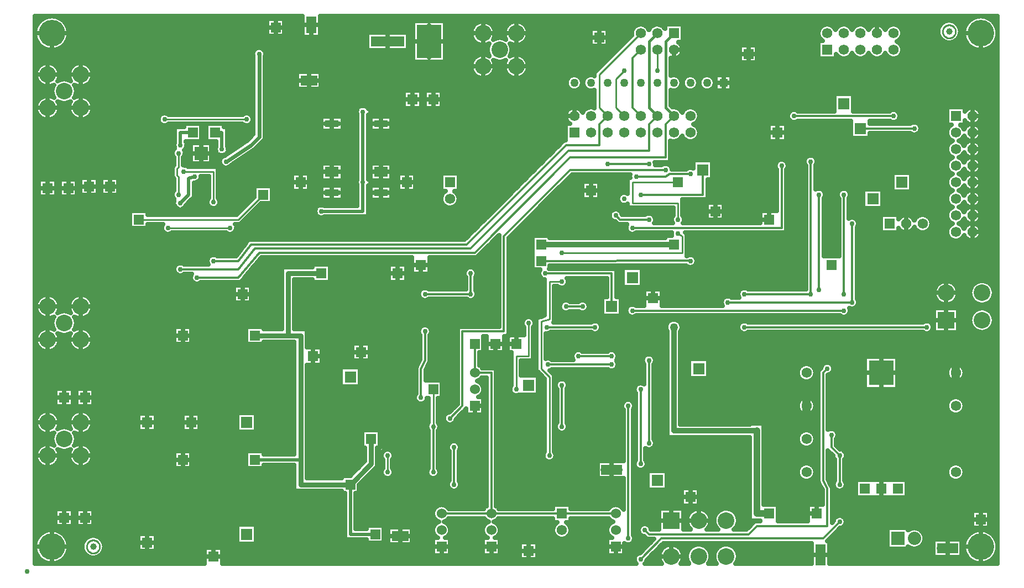
<source format=gbl>
*%FSLAX24Y24*%
*%MOIN*%
G01*
%ADD11C,0.0000*%
%ADD12C,0.0050*%
%ADD13C,0.0060*%
%ADD14C,0.0070*%
%ADD15C,0.0073*%
%ADD16C,0.0079*%
%ADD17C,0.0080*%
%ADD18C,0.0098*%
%ADD19C,0.0100*%
%ADD20C,0.0120*%
%ADD21C,0.0160*%
%ADD22C,0.0160*%
%ADD23C,0.0197*%
%ADD24C,0.0200*%
%ADD25C,0.0200*%
%ADD26C,0.0240*%
%ADD27O,0.0240X0.0800*%
%ADD28C,0.0250*%
%ADD29C,0.0260*%
%ADD30O,0.0280X0.0840*%
%ADD31C,0.0300*%
%ADD32C,0.0300*%
%ADD33C,0.0320*%
%ADD34C,0.0320*%
%ADD35C,0.0340*%
%ADD36C,0.0360*%
%ADD37C,0.0380*%
%ADD38C,0.0394*%
%ADD39C,0.0397*%
%ADD40C,0.0400*%
%ADD41C,0.0400*%
%ADD42C,0.0430*%
%ADD43C,0.0434*%
%ADD44C,0.0480*%
%ADD45C,0.0500*%
%ADD46C,0.0500*%
%ADD47O,0.0500X0.1000*%
%ADD48C,0.0520*%
%ADD49C,0.0540*%
%ADD50O,0.0540X0.1040*%
%ADD51C,0.0560*%
%ADD52C,0.0580*%
%ADD53C,0.0600*%
%ADD54C,0.0620*%
%ADD55C,0.0630*%
%ADD56C,0.0640*%
%ADD57C,0.0650*%
%ADD58C,0.0660*%
%ADD59C,0.0670*%
%ADD60C,0.0680*%
%ADD61C,0.0760*%
%ADD62O,0.0800X0.0240*%
%ADD63C,0.0800*%
%ADD64C,0.0827*%
%ADD65O,0.0840X0.0280*%
%ADD66C,0.0840*%
%ADD67C,0.0850*%
%ADD68C,0.0870*%
%ADD69C,0.1000*%
%ADD70C,0.1040*%
%ADD71C,0.1516*%
%ADD72C,0.1516*%
%ADD73C,0.1600*%
%ADD74C,0.1640*%
%ADD75C,0.1716*%
%ADD76C,0.2500*%
%ADD77R,0.0100X0.0320*%
%ADD78R,0.0140X0.0360*%
%ADD79R,0.0200X0.0200*%
%ADD80R,0.0300X0.0300*%
%ADD81R,0.0320X0.0100*%
%ADD82R,0.0340X0.0340*%
%ADD83R,0.0350X0.0550*%
%ADD84R,0.0360X0.0140*%
%ADD85R,0.0360X0.0360*%
%ADD86R,0.0394X0.0551*%
%ADD87R,0.0394X0.1102*%
%ADD88R,0.0400X0.0400*%
%ADD89R,0.0400X0.0400*%
%ADD90R,0.0400X0.0500*%
%ADD91R,0.0400X0.0750*%
%ADD92R,0.0434X0.0591*%
%ADD93R,0.0440X0.0540*%
%ADD94R,0.0500X0.0360*%
%ADD95R,0.0500X0.0400*%
%ADD96R,0.0500X0.0500*%
%ADD97R,0.0500X0.0500*%
%ADD98R,0.0500X0.1000*%
%ADD99R,0.0500X0.1200*%
%ADD100R,0.0540X0.0400*%
%ADD101R,0.0540X0.0440*%
%ADD102R,0.0540X0.0540*%
%ADD103R,0.0540X0.0960*%
%ADD104R,0.0540X0.1040*%
%ADD105R,0.0550X0.0350*%
%ADD106R,0.0551X0.1417*%
%ADD107R,0.0600X0.0600*%
%ADD108R,0.0600X0.1000*%
%ADD109R,0.0600X0.1250*%
%ADD110R,0.0620X0.0620*%
%ADD111R,0.0640X0.0640*%
%ADD112R,0.0640X0.1040*%
%ADD113R,0.0640X0.1290*%
%ADD114R,0.0650X0.0300*%
%ADD115R,0.0660X0.0660*%
%ADD116R,0.0700X0.0300*%
%ADD117R,0.0700X0.0340*%
%ADD118R,0.0700X0.0350*%
%ADD119R,0.0700X0.0700*%
%ADD120R,0.0709X0.0394*%
%ADD121R,0.0740X0.0740*%
%ADD122R,0.0749X0.0434*%
%ADD123R,0.0750X0.0300*%
%ADD124R,0.0750X0.0400*%
%ADD125R,0.0750X0.0550*%
%ADD126R,0.0800X0.0350*%
%ADD127R,0.0800X0.0550*%
%ADD128R,0.0800X0.0800*%
%ADD129R,0.0827X0.0394*%
%ADD130R,0.0827X0.0591*%
%ADD131R,0.0840X0.0840*%
%ADD132R,0.0850X0.0700*%
%ADD133R,0.0867X0.0434*%
%ADD134R,0.0867X0.0631*%
%ADD135R,0.0890X0.0740*%
%ADD136R,0.0960X0.0540*%
%ADD137R,0.1000X0.0600*%
%ADD138R,0.1000X0.1000*%
%ADD139R,0.1000X0.1000*%
%ADD140R,0.1040X0.0640*%
%ADD141R,0.1040X0.1040*%
%ADD142R,0.1102X0.0394*%
%ADD143R,0.1200X0.0500*%
%ADD144R,0.1200X0.1200*%
%ADD145R,0.1250X0.0600*%
%ADD146R,0.1290X0.0640*%
%ADD147R,0.1300X0.1300*%
%ADD148R,0.1400X0.1900*%
%ADD149R,0.1417X0.0551*%
%ADD150R,0.1500X0.0750*%
%ADD151R,0.1500X0.1500*%
%ADD152R,0.1500X0.2000*%
%ADD153R,0.1540X0.0790*%
%ADD154R,0.1540X0.1540*%
%ADD155R,0.1540X0.2040*%
%ADD156R,0.1600X0.0150*%
%ADD157R,0.1900X0.0500*%
%ADD158R,0.2000X0.0600*%
%ADD159R,0.2040X0.0640*%
%ADD160R,0.2500X0.2500*%
D18*
X35204Y33820D02*
X35202Y33787D01*
X35198Y33754D01*
X35191Y33722D01*
X35182Y33691D01*
X35170Y33660D01*
X35155Y33630D01*
X35138Y33602D01*
X35119Y33575D01*
X35097Y33550D01*
X35073Y33527D01*
X35048Y33506D01*
X35021Y33488D01*
X34992Y33471D01*
X34963Y33457D01*
X34932Y33446D01*
X34900Y33437D01*
X34868Y33431D01*
X34835Y33427D01*
X34802Y33426D01*
X34769Y33428D01*
X34736Y33433D01*
X34704Y33441D01*
X34673Y33451D01*
X34642Y33464D01*
X34613Y33479D01*
X34585Y33497D01*
X34559Y33517D01*
X34535Y33539D01*
X34512Y33563D01*
X34491Y33589D01*
X34473Y33616D01*
X34457Y33645D01*
X34444Y33675D01*
X34433Y33706D01*
X34425Y33738D01*
X34419Y33771D01*
X34417Y33804D01*
Y33836D01*
X34419Y33869D01*
X34425Y33902D01*
X34433Y33934D01*
X34444Y33965D01*
X34457Y33995D01*
X34473Y34024D01*
X34491Y34051D01*
X34512Y34077D01*
X34535Y34101D01*
X34559Y34123D01*
X34585Y34143D01*
X34613Y34161D01*
X34642Y34176D01*
X34673Y34189D01*
X34704Y34199D01*
X34736Y34207D01*
X34769Y34212D01*
X34802Y34214D01*
X34835Y34213D01*
X34868Y34209D01*
X34900Y34203D01*
X34932Y34194D01*
X34963Y34183D01*
X34992Y34169D01*
X35021Y34152D01*
X35048Y34134D01*
X35073Y34113D01*
X35097Y34090D01*
X35119Y34065D01*
X35138Y34038D01*
X35155Y34010D01*
X35170Y33980D01*
X35182Y33949D01*
X35191Y33918D01*
X35198Y33886D01*
X35202Y33853D01*
X35204Y33820D01*
X86804Y64920D02*
X86802Y64887D01*
X86798Y64854D01*
X86791Y64822D01*
X86782Y64791D01*
X86770Y64760D01*
X86755Y64730D01*
X86738Y64702D01*
X86719Y64675D01*
X86697Y64650D01*
X86673Y64627D01*
X86648Y64606D01*
X86621Y64588D01*
X86592Y64571D01*
X86563Y64557D01*
X86532Y64546D01*
X86500Y64537D01*
X86468Y64531D01*
X86435Y64527D01*
X86402Y64526D01*
X86369Y64528D01*
X86336Y64533D01*
X86304Y64541D01*
X86273Y64551D01*
X86242Y64564D01*
X86213Y64579D01*
X86185Y64597D01*
X86159Y64617D01*
X86135Y64639D01*
X86112Y64663D01*
X86091Y64689D01*
X86073Y64716D01*
X86057Y64745D01*
X86044Y64775D01*
X86033Y64806D01*
X86025Y64838D01*
X86019Y64871D01*
X86017Y64904D01*
Y64936D01*
X86019Y64969D01*
X86025Y65002D01*
X86033Y65034D01*
X86044Y65065D01*
X86057Y65095D01*
X86073Y65124D01*
X86091Y65151D01*
X86112Y65177D01*
X86135Y65201D01*
X86159Y65223D01*
X86185Y65243D01*
X86213Y65261D01*
X86242Y65276D01*
X86273Y65289D01*
X86304Y65299D01*
X86336Y65307D01*
X86369Y65312D01*
X86402Y65314D01*
X86435Y65313D01*
X86468Y65309D01*
X86500Y65303D01*
X86532Y65294D01*
X86563Y65283D01*
X86592Y65269D01*
X86621Y65252D01*
X86648Y65234D01*
X86673Y65213D01*
X86697Y65190D01*
X86719Y65165D01*
X86738Y65138D01*
X86755Y65110D01*
X86770Y65080D01*
X86782Y65049D01*
X86791Y65018D01*
X86798Y64986D01*
X86802Y64953D01*
X86804Y64920D01*
D19*
X67810Y64820D02*
X66310Y63320D01*
X45060Y55070D02*
X43560Y53570D01*
X39960Y55070D02*
Y56120D01*
X39860Y56270D02*
Y56620D01*
X39960Y56770D02*
Y57570D01*
X39860Y56270D02*
X39960Y56120D01*
X39860Y56620D02*
X39960Y56770D01*
X42060Y56470D02*
Y54620D01*
X52560Y39320D02*
Y38320D01*
X55310Y41070D02*
Y43320D01*
X60310D02*
Y45320D01*
X62310Y42320D02*
Y39320D01*
Y42320D02*
Y44070D01*
X61060Y45320D02*
Y47320D01*
X62310Y47570D02*
Y49820D01*
X61810Y47420D02*
Y44570D01*
X62310Y44070D01*
X61810Y47420D02*
X62310Y47570D01*
X66310Y60320D02*
Y62070D01*
X65310Y62320D02*
Y60320D01*
X65560Y62570D02*
X66310Y63320D01*
X65560Y62570D02*
X65310Y62320D01*
X66310Y62070D02*
X66810Y62570D01*
X65310Y60320D02*
X65810Y59820D01*
X66310Y60320D02*
X66810Y59820D01*
X67310Y55820D02*
Y54570D01*
X70060D02*
Y53570D01*
X68810Y62570D02*
Y63820D01*
X70310Y52570D02*
Y51570D01*
Y52570D02*
X70060Y52720D01*
X61060Y45320D02*
X60310D01*
X63060Y51570D02*
X70310D01*
X63060Y49820D02*
X62310D01*
X43060Y53070D02*
X39310D01*
X37560Y53570D02*
X43560D01*
X67310Y54570D02*
X70060D01*
X42060Y56470D02*
X40310D01*
X67310Y55820D02*
X70060D01*
X44060Y59620D02*
X39110D01*
D20*
X67810Y33070D02*
X69060Y34320D01*
X59560Y52570D02*
X63560Y56570D01*
X63310Y58070D02*
X57310Y52070D01*
X57560Y51820D02*
X63460Y57720D01*
X63560Y57320D02*
X57810Y51570D01*
X44810D02*
X43560Y50070D01*
Y50570D02*
X44560Y51820D01*
X61810Y51070D02*
X70810Y51078D01*
X44310Y52070D02*
X43560Y51070D01*
X54810Y46820D02*
Y45070D01*
X54560Y44570D02*
Y42820D01*
Y44570D02*
X54810Y45070D01*
X56560Y39820D02*
Y37570D01*
X55310Y38320D02*
Y41070D01*
X56310Y41570D02*
X57060Y42320D01*
X58810Y43320D02*
Y35820D01*
X57560Y49070D02*
Y50320D01*
X58810Y44320D02*
Y43320D01*
X57810Y44320D02*
Y46070D01*
X57060Y46820D02*
Y42320D01*
X59560Y46820D02*
Y52570D01*
X63060Y43570D02*
Y41070D01*
X65310Y58070D02*
Y59320D01*
X66060Y50320D02*
Y48320D01*
X65310Y59320D02*
X65810Y59820D01*
X66310Y53820D02*
X66560Y53570D01*
X67060Y42320D02*
Y34320D01*
X68310Y40070D02*
Y45070D01*
X67310Y60320D02*
Y63320D01*
X67810Y43320D02*
Y38820D01*
X68310Y57720D02*
Y59320D01*
X67310Y63320D02*
X67810Y63820D01*
X68810Y59820D02*
X68310Y59320D01*
X67810Y59820D02*
X67310Y60320D01*
X68060Y34820D02*
X68310Y34570D01*
X69310Y57320D02*
Y59320D01*
X69810Y59820D01*
X69560Y56320D02*
X69310Y56170D01*
X71560Y56570D02*
Y55070D01*
X74810Y35070D02*
X74310Y34570D01*
X76310Y53070D02*
Y56820D01*
X78060Y50820D02*
Y49070D01*
Y50820D02*
Y57070D01*
X79310Y40570D02*
Y39820D01*
X79810Y39320D02*
Y37570D01*
X78810Y37820D02*
Y44320D01*
X79060Y37320D02*
Y35070D01*
X78560Y49320D02*
Y55070D01*
X80060D02*
Y49070D01*
X79810Y35320D02*
X78810Y34320D01*
Y44320D02*
X79060Y44570D01*
X79310Y39820D02*
X79810Y39320D01*
X78810Y37820D02*
X79060Y37320D01*
X80560Y48570D02*
Y53320D01*
X78810Y34320D02*
X74310D01*
X69060D01*
X74810Y35070D02*
X79060D01*
X66310Y35820D02*
X63060D01*
X58810D01*
X55810D01*
X68310Y34570D02*
X74310D01*
X66060Y44820D02*
X62560D01*
X58810Y44320D02*
X57810D01*
X64060Y45320D02*
X66060D01*
X62560Y44820D02*
X62210D01*
X74060Y47070D02*
X85060D01*
X59560Y46820D02*
X57060D01*
X62160Y47070D02*
X65060D01*
X67310Y48070D02*
X80060D01*
X80560Y48570D02*
X73060D01*
X64310Y48320D02*
X63310D01*
X57560Y49070D02*
X54810D01*
X74060D02*
X78060D01*
X57810Y51570D02*
X44810D01*
X43560Y50070D02*
X41060D01*
X40060Y50570D02*
X43560D01*
Y51070D02*
X42060D01*
X62060Y50320D02*
X66060D01*
X57310Y52070D02*
X44310D01*
X44560Y51820D02*
X57560D01*
X67310Y53070D02*
X76310D01*
X68310Y53570D02*
X66560D01*
X67810Y55070D02*
X71560D01*
X70810Y56320D02*
X69560D01*
X69310Y56570D02*
X63560D01*
Y57320D02*
X69310D01*
X68310Y56920D02*
X65810D01*
X67560Y56170D02*
X69310D01*
X65310Y58070D02*
X63310D01*
X81060Y59070D02*
X84310D01*
X68310Y57720D02*
X63460D01*
X77060Y59820D02*
X83060D01*
D22*
X68310Y60320D02*
Y64320D01*
X68810Y64820D01*
X68310Y60320D02*
X68810Y59820D01*
X69310Y60320D02*
Y64320D01*
X69810Y64820D01*
X69310Y60320D02*
X69810Y59820D01*
D25*
X40560Y56070D02*
Y55070D01*
X40060Y58070D02*
Y58820D01*
X40560Y55070D02*
X40060Y54570D01*
X40560Y56070D02*
X40910Y56170D01*
X42560Y57820D02*
Y58820D01*
X51060Y55820D02*
Y54070D01*
Y55820D02*
Y60070D01*
X50310Y37570D02*
Y34570D01*
X51810D01*
X47310Y39070D02*
X44560D01*
Y46570D02*
X46560D01*
X48560Y54070D02*
X51060D01*
X40810Y58820D02*
X40060D01*
X42060D02*
X42560D01*
D26*
X44310Y58070D02*
X44810Y58570D01*
X44310Y58070D02*
X42810Y57070D01*
X44810Y58570D02*
Y63570D01*
D28*
X40885Y55205D02*
X41020Y55070D01*
X39698Y54472D02*
X39600Y54570D01*
X39962Y54208D02*
X40060Y54110D01*
X40885Y54935D02*
X41020Y55070D01*
X40885Y54935D02*
X40745Y54795D01*
X40695Y54745D01*
X40422Y54472D01*
X40158Y54208D02*
X40060Y54110D01*
X39685Y54655D02*
X39698Y54668D01*
X39685Y54655D02*
X39600Y54570D01*
X41312Y55947D02*
X41274Y56079D01*
X41312Y55947D02*
X41179Y55909D01*
X39579Y56195D02*
X39479Y56346D01*
X39579Y56195D02*
X39585Y56187D01*
X39685Y56037D01*
X40268Y56895D02*
X40341Y56846D01*
X39552Y56495D02*
X39479Y56544D01*
X40335Y56837D02*
X40341Y56846D01*
X39685Y56853D02*
X39613Y56745D01*
X39585Y56703D01*
X39479Y56544D01*
X44253Y52469D02*
X44405Y52355D01*
X44253Y52469D02*
X44168Y52355D01*
X44025Y52165D01*
X43980Y52105D01*
X43845Y51925D01*
X43792Y51855D01*
X43740Y51785D01*
X43552Y51535D01*
X43418Y51355D01*
X55192Y45197D02*
X55095Y45003D01*
X55021Y44855D01*
X54986Y44785D01*
X54845Y44503D01*
X54384Y44855D02*
X54525Y45137D01*
X54384Y44855D02*
X54349Y44785D01*
X54275Y44637D01*
X54178Y44443D01*
X55907Y41570D02*
X55936Y41541D01*
X56281Y41196D02*
X56310Y41167D01*
X57178Y42035D02*
X57285Y42142D01*
X57178Y42035D02*
X56938Y41795D01*
X56775Y41632D01*
X56684Y41541D01*
X56339Y41196D02*
X56310Y41167D01*
X56372Y42035D02*
X56775Y42438D01*
X56372Y42035D02*
X56281Y41944D01*
X55936Y41599D02*
X55907Y41570D01*
X61421Y44570D02*
X61456Y44535D01*
X61635Y44356D01*
X61646Y44345D01*
X61696Y44295D01*
X61846Y44145D01*
X61925Y44066D01*
X62035Y43956D01*
X62424Y44345D02*
X62310Y44459D01*
X62424Y44345D02*
X62474Y44295D01*
X62624Y44145D01*
X62699Y44070D01*
X62652Y47386D02*
X62585Y47610D01*
X61470Y47595D02*
X61468Y47604D01*
X61470Y47595D02*
X61535Y47380D01*
X62585Y47365D02*
X62652Y47386D01*
X62585Y47365D02*
X62550Y47355D01*
X62035Y47775D02*
X61875Y47727D01*
X61770Y47695D01*
X61535Y47625D01*
X61468Y47604D01*
X66035Y63434D02*
X66310Y63709D01*
X66035Y63434D02*
X65921Y63320D01*
X65585Y62984D01*
X65560Y62959D01*
X65196Y62595D01*
X65171Y62570D01*
X64921Y62320D02*
X64976Y62265D01*
X65035Y62434D02*
X65171Y62570D01*
X65035Y62434D02*
X64921Y62320D01*
X66310Y54223D02*
X66281Y54194D01*
X65936Y53849D02*
X65907Y53820D01*
X65936Y53791D01*
X66281Y53446D02*
X66442Y53285D01*
X66560Y53167D01*
X66339Y54194D02*
X66310Y54223D01*
X68060Y35223D02*
X68031Y35194D01*
X67686Y34849D02*
X67657Y34820D01*
X67686Y34791D01*
X68031Y34446D02*
X68192Y34285D01*
X68310Y34167D01*
X68089Y35194D02*
X68060Y35223D01*
X69715Y60346D02*
X69615Y60446D01*
X70687Y52664D02*
X70585Y52494D01*
X69693Y52643D02*
X69683Y52626D01*
X69700Y52615D01*
X70486Y52785D02*
X70687Y52664D01*
X69721Y56605D02*
X69658Y56711D01*
X69658Y56711D01*
X74888Y35395D02*
X74928Y35355D01*
X74732Y35395D02*
X74692Y35355D01*
X74632Y35295D01*
X74595Y35258D01*
X74525Y35188D01*
X74385Y35048D01*
X74192Y34855D01*
X79810Y35723D02*
X79839Y35694D01*
X80184Y35349D02*
X80213Y35320D01*
X80188Y35295D01*
X80184Y35291D01*
X79839Y34946D02*
X79678Y34785D01*
X79498Y34605D01*
X79345Y34452D01*
X79185Y34292D01*
X79095Y34202D01*
X79063Y34170D01*
X79781Y35694D02*
X79810Y35723D01*
X79436Y35349D02*
X79382Y35295D01*
X79345Y35258D01*
X79089Y44944D02*
X79060Y44973D01*
X79434Y44599D02*
X79463Y44570D01*
X79434Y44541D01*
X79031Y44944D02*
X79060Y44973D01*
X78686Y44599D02*
X78525Y44438D01*
X78407Y44320D01*
X80213Y39320D02*
X80184Y39291D01*
X79122Y39605D02*
X79095Y39632D01*
X79122Y39605D02*
X79192Y39535D01*
X79436Y39291D01*
X79839Y39694D02*
X79595Y39938D01*
X80184Y39349D02*
X80213Y39320D01*
X78428Y37947D02*
X78525Y37753D01*
X78599Y37605D01*
X78634Y37535D01*
X78775Y37253D01*
X79236Y37605D02*
X79095Y37887D01*
X79236Y37605D02*
X79271Y37535D01*
X79345Y37387D01*
X79396Y37285D01*
X79442Y37193D01*
X67436Y33041D02*
X67407Y33070D01*
X68775Y33632D02*
X69178Y34035D01*
X68775Y33632D02*
X68184Y33041D01*
X68372Y34035D02*
X68622Y34285D01*
X68372Y34035D02*
X68025Y33688D01*
X67781Y33444D01*
X67436Y33099D02*
X67407Y33070D01*
X63275Y55882D02*
X63678Y56285D01*
X63275Y55882D02*
X62335Y54942D01*
X61425Y54032D01*
X61285Y53892D01*
X60248Y52855D01*
X59988Y52595D01*
X59848Y52455D01*
X59845Y52452D01*
X67226Y64625D02*
X67291Y64690D01*
X67226Y64625D02*
X67025Y64424D01*
X66646Y64045D01*
X66310Y63709D01*
X66206Y63605D01*
X65921Y63320D01*
X51935Y38975D02*
X52090Y38820D01*
X51935Y38665D01*
X51715Y38445D01*
X51365Y38095D01*
X51315Y38045D01*
X51215Y37945D01*
X51185Y37915D01*
X51165Y37895D01*
X50835Y37565D01*
Y38625D02*
X51185Y38975D01*
X50835Y38625D02*
X50685Y38475D01*
X50655Y38445D01*
X50635Y38425D01*
X50305Y38095D01*
X63192Y58355D02*
X63275Y58438D01*
X63192Y58355D02*
X63175Y58338D01*
X63122Y58285D01*
X63025Y58188D01*
X62842Y58005D01*
X62785Y57948D01*
X62622Y57785D01*
X62442Y57605D01*
X62335Y57498D01*
X62272Y57435D01*
X61872Y57035D01*
X61692Y56855D01*
X61425Y56588D01*
X61285Y56448D01*
X61192Y56355D01*
X61122Y56285D01*
X60122Y55285D01*
X59845Y55008D01*
X59275Y54438D01*
X58095Y53258D01*
X57845Y53008D01*
X57692Y52855D01*
X57595Y52758D01*
X57432Y52595D01*
X57292Y52455D01*
X57192Y52355D01*
X45298Y58570D02*
X45155Y58713D01*
X44266Y57626D02*
X44310Y57582D01*
X45155Y58427D02*
X45298Y58570D01*
X45155Y58427D02*
X44953Y58225D01*
X44754Y58026D01*
X44530Y57802D01*
X44465Y57737D01*
X44310Y57582D01*
X44335Y58583D02*
X44465Y58713D01*
X44335Y58583D02*
X44090Y58338D01*
X57692Y51285D02*
X57810Y51167D01*
X59238Y52595D02*
X59275Y52632D01*
X59238Y52595D02*
X59185Y52542D01*
X59098Y52455D01*
X58998Y52355D01*
X58748Y52105D01*
X58498Y51855D01*
X58488Y51845D01*
X58428Y51785D01*
X58328Y51685D01*
X58238Y51595D01*
X58188Y51545D01*
X58178Y51535D01*
X58095Y51452D01*
X57938Y51295D01*
X57928Y51285D01*
X57845Y51202D01*
X57810Y51167D01*
X43560Y53181D02*
X43446Y53295D01*
X44535Y54156D02*
X44924Y54545D01*
X44535Y54156D02*
X44224Y53845D01*
X43835Y53456D01*
X43724Y53345D01*
X43674Y53295D01*
X43560Y53181D01*
X44146Y54545D02*
X44535Y54934D01*
X44146Y54545D02*
X43835Y54234D01*
X43446Y53845D01*
X43457Y49785D02*
X43596Y49669D01*
X44585Y50855D02*
X44943Y51285D01*
X44585Y50855D02*
X44527Y50785D01*
X44525Y50783D01*
X44335Y50555D01*
X44275Y50483D01*
X44168Y50355D01*
X44110Y50285D01*
X44025Y50183D01*
X43845Y49967D01*
X43693Y49785D01*
X43596Y49669D01*
X44788Y57974D02*
X44754Y58026D01*
X42441Y57001D02*
X42332Y57166D01*
X42604Y56756D02*
X42612Y56745D01*
X42714Y56592D01*
X44530Y57802D02*
X44788Y57974D01*
X44530Y57802D02*
X44465Y57759D01*
X44266Y57626D01*
X44069Y57495D01*
X43124Y56864D01*
X42879Y56701D02*
X42714Y56592D01*
X44026Y58295D02*
X44090Y58338D01*
X44026Y58295D02*
X43921Y58225D01*
X42885Y57535D01*
X42826Y57495D01*
X42741Y57439D01*
X42496Y57276D02*
X42332Y57166D01*
X71095Y51363D02*
X71095Y51314D01*
X71095Y50827D02*
X71095Y50793D01*
X71063Y50793D01*
X70558Y50793D02*
X67885Y50790D01*
X66735Y50789D01*
X66345Y50789D01*
X65775Y50788D01*
X62335Y50785D01*
X71044Y51363D02*
X71095Y51363D01*
X31310Y65045D02*
Y65845D01*
Y64595D02*
Y55995D01*
Y54945D01*
Y34045D01*
Y33595D02*
Y32795D01*
X31285Y64820D02*
Y65845D01*
Y64820D02*
Y55995D01*
Y54945D01*
Y33820D01*
Y32795D01*
X31535Y54945D02*
Y55995D01*
X31560Y65519D02*
Y65845D01*
Y64121D02*
Y62845D01*
Y61795D02*
Y60845D01*
Y59795D02*
Y55995D01*
Y54945D02*
Y48845D01*
Y47795D02*
Y46845D01*
Y45795D02*
Y41845D01*
Y40795D02*
Y39845D01*
Y38795D02*
Y34519D01*
Y33121D02*
Y32795D01*
X31810Y63001D02*
Y63925D01*
Y61639D02*
Y61001D01*
Y59639D02*
Y55995D01*
Y54945D02*
Y49001D01*
Y47639D02*
Y47001D01*
Y45639D02*
Y42001D01*
Y40639D02*
Y40001D01*
Y38639D02*
Y34715D01*
X32060Y63045D02*
Y63826D01*
Y61595D02*
Y61045D01*
Y59595D02*
Y55995D01*
Y54945D02*
Y49045D01*
Y47595D02*
Y47045D01*
Y45595D02*
Y42045D01*
Y40595D02*
Y40045D01*
Y38595D02*
Y34814D01*
X32310Y63001D02*
Y63795D01*
Y61639D02*
Y61001D01*
Y59639D02*
Y55995D01*
Y54945D02*
Y49001D01*
Y47639D02*
Y47001D01*
Y45639D02*
Y43345D01*
Y42295D01*
Y42001D01*
Y40639D02*
Y40001D01*
Y38639D02*
Y36095D01*
Y35045D01*
X32560Y62845D02*
Y63826D01*
Y59795D02*
Y55995D01*
Y54945D02*
Y48845D01*
Y45795D02*
Y43345D01*
Y42295D02*
Y41845D01*
Y38795D02*
Y36095D01*
X32810Y62001D02*
Y63925D01*
Y60639D02*
Y55995D01*
Y54945D02*
Y48001D01*
Y46639D02*
Y43345D01*
Y42295D02*
Y41001D01*
Y39639D02*
Y36095D01*
Y35045D02*
Y34715D01*
X33060Y65519D02*
Y65845D01*
Y64121D02*
Y62045D01*
Y60595D02*
Y55995D01*
Y54945D02*
Y48045D01*
Y46595D02*
Y43345D01*
Y42295D02*
Y41045D01*
Y39595D02*
Y36095D01*
Y35045D02*
Y34519D01*
Y33121D02*
Y32795D01*
X33310Y65045D02*
Y65845D01*
Y64595D02*
Y62001D01*
Y60639D02*
Y55995D01*
Y54945D02*
Y48001D01*
Y46639D02*
Y43345D01*
Y42295D02*
Y41001D01*
Y39639D02*
Y36095D01*
Y35045D02*
Y34045D01*
Y33595D02*
Y32795D01*
X32535Y35045D02*
Y36095D01*
Y42295D02*
Y43345D01*
X32585Y54945D02*
Y55995D01*
X32785D02*
Y54945D01*
X32060Y46320D02*
Y45595D01*
Y46320D02*
Y47045D01*
Y47595D02*
Y48320D01*
Y49045D01*
X33310Y54945D02*
Y55470D01*
Y55995D01*
X32060Y55470D02*
Y54945D01*
Y55470D02*
Y55995D01*
X32310Y63795D02*
Y64820D01*
X32060Y60320D02*
Y59595D01*
Y60320D02*
Y61045D01*
Y61595D02*
Y62320D01*
Y63045D01*
X33060Y42820D02*
Y42295D01*
Y42820D02*
Y43345D01*
X32060Y39320D02*
Y38595D01*
Y39320D02*
Y40045D01*
Y40595D02*
Y41320D01*
Y42045D01*
X33060Y35570D02*
Y35045D01*
Y35570D02*
Y36095D01*
X32310Y33820D02*
Y32795D01*
Y33820D02*
Y34845D01*
X33560Y62845D02*
Y65845D01*
Y59795D02*
Y55995D01*
Y54945D02*
Y48845D01*
Y45795D02*
Y43345D01*
Y42295D02*
Y41845D01*
Y38795D02*
Y36095D01*
Y35045D02*
Y32795D01*
X33810Y63001D02*
Y65845D01*
Y61639D02*
Y61001D01*
Y59639D02*
Y56095D01*
Y54945D02*
Y49001D01*
Y47639D02*
Y47001D01*
Y45639D02*
Y43345D01*
Y42295D02*
Y42001D01*
Y40639D02*
Y40001D01*
Y38639D02*
Y36095D01*
Y35045D02*
Y32795D01*
X34060Y63045D02*
Y65845D01*
Y61595D02*
Y61045D01*
Y59595D02*
Y56095D01*
Y54945D02*
Y49045D01*
Y47595D02*
Y47045D01*
Y45595D02*
Y43345D01*
Y42295D02*
Y42045D01*
Y40595D02*
Y40045D01*
Y38595D02*
Y36095D01*
Y35045D02*
Y32795D01*
X34310Y63001D02*
Y65845D01*
Y61639D02*
Y61001D01*
Y59639D02*
Y56095D01*
Y55045D02*
Y49001D01*
Y47639D02*
Y47001D01*
Y45639D02*
Y43345D01*
Y42295D02*
Y42001D01*
Y40639D02*
Y40001D01*
Y38639D02*
Y36095D01*
Y35045D02*
Y34263D01*
Y33377D02*
Y32795D01*
X34560Y62845D02*
Y65845D01*
Y61795D02*
Y60845D01*
Y59795D02*
Y56095D01*
Y55045D02*
Y48845D01*
Y47795D02*
Y46845D01*
Y45795D02*
Y43345D01*
Y42295D02*
Y41845D01*
Y40795D02*
Y39845D01*
Y38795D02*
Y36095D01*
Y35045D02*
Y34439D01*
Y33201D02*
Y32795D01*
X34810Y56095D02*
Y65845D01*
Y55045D02*
Y43345D01*
Y42295D02*
Y36095D01*
Y35045D02*
Y34488D01*
Y33152D02*
Y32795D01*
X35060Y56095D02*
Y65845D01*
Y55045D02*
Y43345D01*
Y42295D01*
Y36095D01*
Y35045D01*
Y34439D01*
Y33201D02*
Y32795D01*
X35310Y56095D02*
Y65845D01*
Y55045D02*
Y34263D01*
Y33377D02*
Y32795D01*
X33585Y35045D02*
Y36095D01*
X34835D02*
Y35045D01*
X33785D02*
Y36095D01*
X33585Y42295D02*
Y43345D01*
X34835D02*
Y42295D01*
X33785D02*
Y43345D01*
X33835Y55995D02*
Y56095D01*
Y55995D02*
Y55045D01*
Y54945D01*
X35085Y55045D02*
Y56095D01*
X34035D02*
Y55995D01*
Y55045D01*
Y54945D01*
X35285Y55045D02*
Y56095D01*
X34060Y48320D02*
Y47595D01*
Y48320D02*
Y49045D01*
Y46320D02*
Y45595D01*
Y46320D02*
Y47045D01*
X34560Y55045D02*
Y55570D01*
Y56095D01*
X34060Y61595D02*
Y62320D01*
Y63045D01*
Y60320D02*
Y59595D01*
Y60320D02*
Y61045D01*
X34310Y42820D02*
Y42295D01*
Y42820D02*
Y43345D01*
X34060Y41320D02*
Y40595D01*
Y41320D02*
Y42045D01*
Y39320D02*
Y38595D01*
Y39320D02*
Y40045D01*
X34310Y35570D02*
Y35045D01*
Y35570D02*
Y36095D01*
X35560Y56095D02*
Y65845D01*
Y55045D02*
Y32795D01*
X35810Y56095D02*
Y65845D01*
Y55045D02*
Y32795D01*
X36060Y56095D02*
Y65845D01*
Y55045D02*
Y32795D01*
X36310Y56095D02*
Y65845D01*
Y55045D02*
Y32795D01*
X36560Y56095D02*
Y65845D01*
Y56095D02*
Y55045D01*
Y32795D01*
X36810Y54095D02*
Y65845D01*
Y54095D02*
Y53045D01*
Y32795D01*
X37060Y54095D02*
Y65845D01*
Y53045D02*
Y32795D01*
X37310Y54095D02*
Y65845D01*
Y53045D02*
Y41845D01*
Y40795D01*
Y34595D01*
Y33545D01*
Y32795D01*
X36335Y55045D02*
Y56095D01*
X37035Y54095D02*
Y53845D01*
Y53295D01*
Y53045D01*
X35810Y55045D02*
Y55570D01*
Y56095D01*
X37560Y54095D02*
Y65845D01*
Y53045D02*
Y41845D01*
Y40795D02*
Y34595D01*
Y33545D02*
Y32795D01*
X37810Y54095D02*
Y65845D01*
Y53045D02*
Y41845D01*
Y40795D02*
Y34595D01*
Y33545D02*
Y32795D01*
X38060Y54095D02*
Y65845D01*
Y53045D02*
Y41845D01*
Y40795D02*
Y34595D01*
Y33545D02*
Y32795D01*
X38310Y54095D02*
Y65845D01*
Y54095D02*
Y53845D01*
Y53295D02*
Y53045D01*
Y41845D01*
Y40795D02*
Y34595D01*
Y33545D02*
Y32795D01*
X38560Y59895D02*
Y65845D01*
Y59895D02*
Y59345D01*
Y53845D01*
Y53295D02*
Y41845D01*
Y40795D02*
Y34595D01*
Y33545D02*
Y32795D01*
X38810Y59895D02*
Y65845D01*
Y59345D02*
Y53845D01*
Y53295D02*
Y52795D01*
Y41845D01*
Y40795D01*
Y34595D01*
Y33545D01*
Y32795D01*
X39060Y59992D02*
Y65845D01*
Y59248D02*
Y53845D01*
Y52790D02*
Y32795D01*
X39310Y59937D02*
Y65845D01*
Y59303D02*
Y56895D01*
Y55995D01*
Y53845D01*
Y52695D02*
Y32795D01*
X39035Y52795D02*
Y52815D01*
X38835Y59875D02*
Y59895D01*
Y59365D02*
Y59345D01*
X38585Y34595D02*
Y33545D01*
X37535D02*
Y34595D01*
X38585Y40795D02*
Y41845D01*
X37535D02*
Y40795D01*
X38085Y53845D02*
Y54095D01*
Y53295D02*
Y53045D01*
X38060Y41320D02*
Y40795D01*
Y41320D02*
Y41845D01*
Y34070D02*
Y33545D01*
Y34070D02*
Y34595D01*
X39560Y59895D02*
Y65845D01*
Y59145D02*
Y58495D01*
Y57845D01*
Y57745D02*
Y56895D01*
Y55995D02*
Y54795D01*
Y53845D01*
Y52790D02*
Y50855D01*
Y50285D01*
Y47095D01*
Y46045D01*
Y39595D01*
Y38545D01*
Y32795D01*
X39810Y59895D02*
Y65845D01*
Y54290D02*
Y53845D01*
Y52795D02*
Y50855D01*
Y50285D02*
Y47095D01*
Y46045D02*
Y39595D01*
Y38545D02*
Y32795D01*
X40060Y59895D02*
Y65845D01*
Y54110D02*
Y53845D01*
Y52795D02*
Y50945D01*
Y50195D02*
Y47095D01*
Y46045D02*
Y41845D01*
Y40795D01*
Y39595D01*
Y38545D02*
Y32795D01*
X40310Y59895D02*
Y65845D01*
Y57435D02*
Y56895D01*
Y54290D02*
Y53845D01*
Y52795D02*
Y50855D01*
Y50285D02*
Y47095D01*
Y46045D02*
Y41845D01*
Y40795D02*
Y39595D01*
Y38545D02*
Y32795D01*
X40560Y59895D02*
Y65845D01*
Y58195D02*
Y57745D01*
Y56945D01*
Y54610D02*
Y53845D01*
Y52795D02*
Y50855D01*
Y50285D02*
Y49785D01*
Y47095D01*
Y46045D02*
Y41845D01*
Y40795D02*
Y39595D01*
Y38545D02*
Y32795D01*
X40810Y59895D02*
Y65845D01*
Y54745D02*
Y53845D01*
Y52795D02*
Y50855D01*
Y49785D02*
Y47095D01*
Y46045D01*
Y41845D01*
Y40795D02*
Y39595D01*
Y38545D01*
Y32795D01*
X41060Y59895D02*
Y65845D01*
Y55826D02*
Y54745D01*
Y53845D01*
Y52795D02*
Y50855D01*
Y49695D02*
Y41845D01*
Y40795D02*
Y32795D01*
X41310Y59895D02*
Y65845D01*
Y55946D02*
Y53845D01*
Y52795D02*
Y50855D01*
Y49785D02*
Y41845D01*
Y40795D01*
Y33745D01*
Y32795D01*
X40885Y55205D02*
Y55796D01*
Y55205D02*
Y54935D01*
Y54745D01*
X40385Y58257D02*
Y58295D01*
Y57883D02*
Y57845D01*
Y57745D01*
X39735Y58495D02*
Y59145D01*
Y58495D02*
Y58257D01*
Y57883D02*
Y57870D01*
X39685Y56037D02*
Y55995D01*
Y55325D01*
Y54815D02*
Y54795D01*
Y54670D01*
X39585Y56703D02*
Y56895D01*
Y56703D02*
Y56495D01*
Y56473D01*
Y56417D01*
Y56395D01*
Y56187D01*
Y55995D01*
X40235Y56917D02*
Y57315D01*
Y56917D02*
Y56895D01*
Y56844D01*
X39685Y57825D02*
Y57845D01*
Y57315D02*
Y56895D01*
Y56853D01*
X40775Y49826D02*
Y49785D01*
X39775Y50814D02*
Y50855D01*
Y50326D02*
Y50285D01*
X41235Y41845D02*
Y40795D01*
X40185D02*
Y41845D01*
X40735Y39595D02*
Y38545D01*
X39685D02*
Y39595D01*
X40685Y58195D02*
Y58295D01*
Y58195D02*
Y56945D01*
X40285Y59145D02*
Y59345D01*
X40735Y47095D02*
Y46045D01*
X39685D02*
Y47095D01*
X40210Y46570D02*
Y46045D01*
Y46570D02*
Y47095D01*
X41310Y56945D02*
Y57570D01*
Y58195D01*
X40210Y39070D02*
Y38545D01*
Y39070D02*
Y39595D01*
X40710Y40795D02*
Y41320D01*
Y41845D01*
X41560Y59895D02*
Y65845D01*
Y59145D02*
Y58495D01*
Y56195D02*
Y54345D01*
Y53845D01*
Y52795D02*
Y51355D01*
Y50855D01*
Y49785D02*
Y33745D01*
X41810Y59895D02*
Y65845D01*
Y54340D02*
Y53845D01*
Y52795D02*
Y51355D01*
Y49785D02*
Y33745D01*
X42060Y59895D02*
Y65845D01*
Y58195D02*
Y57495D01*
Y56945D01*
Y54245D02*
Y53845D01*
Y52795D02*
Y51445D01*
Y49785D02*
Y33745D01*
X42310Y59895D02*
Y65845D01*
Y57495D02*
Y56745D01*
Y54340D02*
Y53845D01*
Y52795D02*
Y51355D01*
Y49785D02*
Y33745D01*
X42560Y59895D02*
Y65845D01*
Y56745D02*
Y56195D01*
Y54345D01*
Y53845D01*
Y52795D02*
Y51355D01*
Y49785D02*
Y33745D01*
X42810Y59895D02*
Y65845D01*
Y56655D02*
Y53845D01*
Y52790D02*
Y51355D01*
Y49785D02*
Y33745D01*
Y32795D01*
X43060Y59895D02*
Y65845D01*
Y59145D02*
Y58495D01*
Y57651D01*
Y56790D02*
Y53845D01*
Y52695D02*
Y51355D01*
Y49595D02*
Y48545D01*
Y32795D01*
X42885Y58495D02*
Y59145D01*
Y58495D02*
Y58295D01*
Y58007D01*
Y57633D02*
Y57535D01*
X42235Y58007D02*
Y58295D01*
Y57633D02*
Y57495D01*
X42335Y56745D02*
Y56195D01*
Y54875D01*
Y54365D02*
Y54345D01*
X41785Y54875D02*
Y56195D01*
Y54365D02*
Y54345D01*
X41775Y51355D02*
Y51314D01*
X42585Y33745D02*
Y32795D01*
X41535D02*
Y33745D01*
X41935Y58195D02*
Y58295D01*
Y58195D02*
Y57495D01*
Y56945D01*
X42685Y59145D02*
Y59345D01*
X41635D02*
Y59145D01*
Y58495D01*
Y58295D01*
Y58195D01*
X41335Y59145D02*
Y59345D01*
Y59145D02*
Y58495D01*
Y58295D01*
Y58195D01*
X43285Y49595D02*
Y48545D01*
X42060Y33745D02*
Y33220D01*
X43310Y59895D02*
Y65845D01*
Y59345D02*
Y57818D01*
Y56989D02*
Y53845D01*
Y52790D02*
Y51355D01*
Y48545D02*
Y41895D01*
Y40745D01*
Y35145D01*
Y33995D01*
Y32795D01*
X43560Y59895D02*
Y65845D01*
Y59345D02*
Y57985D01*
Y57155D02*
Y53959D01*
Y53181D02*
Y52795D01*
Y51545D01*
Y48545D02*
Y41895D01*
Y40745D02*
Y35145D01*
Y33995D02*
Y32795D01*
X43810Y59900D02*
Y65845D01*
Y59340D02*
Y58151D01*
Y57322D02*
Y54209D01*
Y53295D02*
Y52355D01*
Y51878D01*
Y48545D02*
Y47095D01*
Y46045D01*
Y41895D01*
Y40745D02*
Y39595D01*
Y38545D01*
Y35145D01*
Y33995D02*
Y32795D01*
X44060Y59995D02*
Y65845D01*
Y59245D02*
Y58318D01*
Y57489D02*
Y54459D01*
Y53681D02*
Y53295D01*
Y52355D01*
Y50225D02*
Y49785D01*
Y48545D02*
Y47095D01*
Y46045D02*
Y41895D01*
Y40745D02*
Y39595D01*
Y38545D02*
Y35145D01*
Y33995D02*
Y32795D01*
X44310Y63915D02*
Y65845D01*
Y63915D02*
Y59900D01*
Y59340D02*
Y58558D01*
Y57582D02*
Y55595D01*
Y54709D01*
Y53931D02*
Y52426D01*
Y50525D02*
Y49595D01*
Y48545D02*
Y47095D01*
Y46045D02*
Y41895D01*
Y40745D02*
Y39595D01*
Y38545D02*
Y35145D01*
Y33995D02*
Y32795D01*
X44560Y63915D02*
Y65845D01*
Y57822D02*
Y55595D01*
Y54181D02*
Y52355D01*
Y50825D02*
Y49595D01*
Y48545D01*
Y47095D01*
Y46045D02*
Y41895D01*
Y40745D02*
Y39595D01*
Y38545D02*
Y35145D01*
Y33995D02*
Y32795D01*
X44810Y63945D02*
Y65845D01*
Y58082D02*
Y55595D01*
Y54431D02*
Y52355D01*
Y51125D02*
Y47095D01*
Y46045D02*
Y41895D01*
Y40745D01*
Y39595D01*
Y38545D02*
Y35145D01*
Y33995D01*
Y32795D01*
X45060Y64645D02*
Y65695D01*
Y64645D02*
Y63915D01*
Y58225D02*
Y55595D01*
Y54545D02*
Y52355D01*
Y51285D02*
Y47095D01*
Y46045D02*
Y39595D01*
Y38545D02*
Y32795D01*
X45155Y63717D02*
Y63915D01*
Y63423D02*
Y58713D01*
Y58427D01*
Y58225D01*
X44465Y63717D02*
Y63915D01*
Y63423D02*
Y59895D01*
Y59345D01*
Y58713D01*
X43845Y49967D02*
Y49785D01*
Y49660D01*
X44025Y52165D02*
Y52355D01*
X43335Y52795D02*
Y52815D01*
X43835Y53295D02*
Y53456D01*
X44335Y59875D02*
Y59895D01*
Y59365D02*
Y59345D01*
X44635Y41895D02*
Y40745D01*
X43485D02*
Y41895D01*
X45085Y39595D02*
Y39395D01*
Y38745D02*
Y38545D01*
X44035Y39395D02*
Y39595D01*
Y39395D02*
Y38745D01*
Y38545D01*
X44635Y35145D02*
Y33995D01*
X43485D02*
Y35145D01*
X45085Y46945D02*
Y47095D01*
Y46195D02*
Y46045D01*
X44035Y46945D02*
Y47095D01*
Y46945D02*
Y46895D01*
Y46245D01*
Y46195D01*
Y46045D01*
X44335Y48545D02*
Y49595D01*
X44535Y54934D02*
Y55595D01*
X43810Y49070D02*
Y48545D01*
Y49070D02*
Y49595D01*
X45310Y63915D02*
Y64645D01*
Y63915D02*
Y58225D01*
Y55595D01*
Y54545D02*
Y52355D01*
Y51285D02*
Y47095D01*
Y46045D02*
Y39595D01*
Y38545D02*
Y32795D01*
X45560Y55595D02*
Y64645D01*
Y54545D02*
Y52355D01*
Y51285D02*
Y46945D01*
Y46195D02*
Y39395D01*
Y38745D02*
Y32795D01*
X45810Y55595D02*
Y64645D01*
Y55595D02*
Y54545D01*
Y52355D01*
Y51285D02*
Y46945D01*
Y46195D02*
Y39395D01*
Y38745D02*
Y32795D01*
X46060Y52355D02*
Y64645D01*
Y51285D02*
Y50695D01*
Y49945D01*
Y46945D01*
Y46195D02*
Y39395D01*
Y38745D02*
Y32795D01*
X46310Y52355D02*
Y64645D01*
Y51285D02*
Y50695D01*
Y46195D02*
Y39395D01*
Y38745D02*
Y32795D01*
X46560Y64645D02*
Y65695D01*
Y64645D02*
Y56345D01*
Y55295D01*
Y52355D01*
Y51285D02*
Y50695D01*
Y46195D02*
Y39395D01*
Y38745D02*
Y32795D01*
X46810Y62495D02*
Y65845D01*
Y62495D02*
Y61445D01*
Y56345D01*
Y55295D02*
Y52355D01*
Y51285D02*
Y50695D01*
Y46195D02*
Y39445D01*
Y38695D02*
Y37945D01*
Y37195D01*
Y32795D01*
X47060Y62495D02*
Y65845D01*
Y62495D02*
Y61445D01*
Y56345D01*
Y55295D02*
Y52355D01*
Y51285D02*
Y50695D01*
Y49945D02*
Y46945D01*
Y37195D02*
Y32795D01*
X46935Y46945D02*
Y49945D01*
Y46195D02*
Y46070D01*
X46185Y49945D02*
Y50695D01*
Y49945D02*
Y46945D01*
X46935Y46195D02*
Y39445D01*
Y39395D01*
Y38745D02*
Y38695D01*
Y38570D01*
Y38695D02*
Y37945D01*
Y37195D01*
Y37070D01*
X47085Y61445D02*
Y62495D01*
X46335Y64645D02*
Y65695D01*
X45285D02*
Y64645D01*
X45585Y55595D02*
Y54545D01*
X46785Y55295D02*
Y56345D01*
X45810Y64645D02*
Y65170D01*
Y65695D01*
X47310Y65845D02*
Y64595D01*
Y62495D01*
Y61445D02*
Y56345D01*
Y55295D02*
Y52355D01*
Y51285D02*
Y50695D01*
Y49945D02*
Y46945D01*
Y37195D02*
Y32795D01*
X47560Y62495D02*
Y64595D01*
Y61445D02*
Y56345D01*
Y55295D02*
Y52355D01*
Y51285D02*
Y50695D01*
Y49945D02*
Y46945D01*
Y37195D02*
Y32795D01*
X47810Y62495D02*
Y64595D01*
Y61445D02*
Y56345D01*
Y55295D02*
Y52355D01*
Y51285D02*
Y50845D01*
Y49795D02*
Y46945D01*
Y46195D01*
Y45845D01*
Y44795D02*
Y39445D01*
Y39395D02*
Y38745D01*
Y38695D02*
Y37945D01*
Y37195D02*
Y32795D01*
X48060Y62495D02*
Y64595D01*
Y61445D02*
Y56345D01*
Y55295D01*
Y54395D01*
Y53745D01*
Y52355D01*
Y51285D02*
Y50845D01*
Y49795D02*
Y45845D01*
Y44795D02*
Y37945D01*
Y37195D02*
Y32795D01*
X48310Y62495D02*
Y64595D01*
Y61445D02*
Y59785D01*
Y58941D01*
Y56970D01*
Y55930D01*
Y55612D01*
Y54768D01*
Y54395D01*
Y53745D02*
Y52355D01*
Y51285D02*
Y50845D01*
Y49795D02*
Y45845D01*
Y44795D02*
Y37945D01*
Y37195D02*
Y32795D01*
X48560Y64595D02*
Y65845D01*
Y64595D02*
Y62495D01*
Y61445D01*
Y59785D01*
Y58941D01*
Y56970D01*
Y55930D01*
Y55612D01*
Y54768D01*
Y54445D01*
Y53695D02*
Y52355D01*
Y51285D02*
Y50845D01*
Y49795D02*
Y45845D01*
Y44795D02*
Y37945D01*
Y37195D02*
Y32795D01*
X48810Y62495D02*
Y65845D01*
Y62495D02*
Y61445D01*
Y59785D01*
Y58941D02*
Y56970D01*
Y55930D02*
Y55612D01*
Y54768D02*
Y54395D01*
Y53745D02*
Y52355D01*
Y51285D02*
Y50845D01*
Y49795D02*
Y45845D01*
Y44795D01*
Y37945D01*
Y37195D02*
Y32795D01*
X49060Y59785D02*
Y65845D01*
Y58941D02*
Y56970D01*
Y55930D02*
Y55612D01*
Y54768D02*
Y54395D01*
Y53745D02*
Y52355D01*
Y51285D02*
Y50845D01*
Y49795D02*
Y37945D01*
Y37195D02*
Y32795D01*
X47685Y46195D02*
Y46945D01*
Y46195D02*
Y45845D01*
Y44795D02*
Y39445D01*
Y39395D01*
Y38745D01*
Y38695D01*
Y38570D01*
Y38695D02*
Y37945D01*
Y37195D02*
Y37070D01*
X48235Y54257D02*
Y54395D01*
Y53883D02*
Y53745D01*
X49085Y50845D02*
Y50695D01*
Y49945D01*
Y49795D01*
X48035Y50695D02*
Y50845D01*
Y49945D02*
Y49795D01*
X48567Y54768D02*
Y55612D01*
Y58941D02*
Y59785D01*
Y56970D02*
Y55930D01*
X48535Y61445D02*
Y62495D01*
X47835Y56345D02*
Y55295D01*
X48585Y45845D02*
Y44795D01*
X48485Y64595D02*
Y65845D01*
X47435D02*
Y64595D01*
X47960D02*
Y65320D01*
X48060Y45320D02*
Y44795D01*
Y45320D02*
Y45845D01*
X47310Y55295D02*
Y55820D01*
Y56345D01*
X47810Y61245D02*
Y61970D01*
Y62695D01*
X49310Y59785D02*
Y65845D01*
Y58941D02*
Y56970D01*
Y55930D02*
Y55612D01*
Y54768D02*
Y54395D01*
Y53745D02*
Y52355D01*
Y51285D02*
Y50845D01*
Y49795D01*
Y37945D01*
Y37195D02*
Y32795D01*
X49560Y59785D02*
Y65845D01*
Y58941D02*
Y56970D01*
Y55930D02*
Y55612D01*
Y54768D02*
Y54395D01*
Y53745D02*
Y52355D01*
Y51285D02*
Y44645D01*
Y43495D01*
Y38095D01*
Y37045D02*
Y32795D01*
X49810Y59785D02*
Y65845D01*
Y58941D02*
Y56970D01*
Y55930D02*
Y55612D01*
Y54768D02*
Y54395D01*
Y53745D02*
Y52355D01*
Y51285D02*
Y44645D01*
Y43495D02*
Y38095D01*
Y37045D02*
Y34895D01*
Y34245D01*
Y32795D01*
X50060Y59785D02*
Y65845D01*
Y59785D02*
Y58941D01*
Y56970D01*
Y55930D01*
Y55612D01*
Y54768D01*
Y54395D01*
Y53745D02*
Y52355D01*
Y51285D02*
Y44645D01*
Y43495D02*
Y38095D01*
Y34245D02*
Y32795D01*
X50310Y54395D02*
Y65845D01*
Y53745D02*
Y52355D01*
Y51285D02*
Y46095D01*
Y45045D01*
Y44645D01*
Y43495D02*
Y38100D01*
Y34245D02*
Y32795D01*
X50560Y60395D02*
Y65845D01*
Y60395D02*
Y56145D01*
Y55495D01*
Y54395D01*
Y53745D02*
Y52355D01*
Y51285D02*
Y46095D01*
Y45045D02*
Y44645D01*
Y43495D02*
Y38350D01*
Y34245D02*
Y32795D01*
X50810Y60395D02*
Y65845D01*
Y53745D02*
Y52355D01*
Y51285D02*
Y46095D01*
Y45045D02*
Y44645D01*
Y43495D02*
Y40845D01*
Y39795D01*
Y38600D01*
Y37045D02*
Y34895D01*
Y34245D02*
Y32795D01*
X51060Y64845D02*
Y65845D01*
Y64845D02*
Y63795D01*
Y60445D01*
Y53745D02*
Y52355D01*
Y51285D02*
Y46095D01*
Y45045D02*
Y44645D01*
Y43495D01*
Y40845D01*
Y39795D02*
Y38850D01*
Y37790D02*
Y37045D01*
Y35095D01*
Y34045D02*
Y32795D01*
X50735Y56007D02*
Y56145D01*
Y55633D02*
Y55495D01*
Y54395D01*
Y53745D02*
Y53620D01*
Y60257D02*
Y60395D01*
Y59883D02*
Y56145D01*
Y55495D02*
Y55370D01*
X50635Y37045D02*
Y34895D01*
X49985D02*
Y37045D01*
Y34895D02*
Y34245D01*
X50835Y37195D02*
Y37565D01*
Y37195D02*
Y37045D01*
X49785Y37945D02*
Y38095D01*
Y37195D02*
Y37045D01*
X51035Y40695D02*
Y40845D01*
Y40695D02*
Y39795D01*
X50885Y43495D02*
Y44645D01*
X49735D02*
Y43495D01*
X49844Y54768D02*
Y55612D01*
Y58941D02*
Y59785D01*
Y56970D02*
Y55930D01*
X50435Y46095D02*
Y45045D01*
X50960D02*
Y45570D01*
Y46095D01*
X49206Y55812D02*
Y56450D01*
Y57088D01*
Y58725D02*
Y59363D01*
Y60002D01*
Y55190D02*
Y54552D01*
Y55190D02*
Y55828D01*
X51310Y64845D02*
Y65845D01*
Y64845D02*
Y63795D01*
Y60395D01*
Y53745D02*
Y52355D01*
Y51285D02*
Y46095D01*
Y45045D02*
Y40845D01*
Y38040D02*
Y35095D01*
Y34045D02*
Y32795D01*
X51560Y64845D02*
Y65845D01*
Y63795D02*
Y60395D01*
Y59785D01*
Y58941D02*
Y56970D01*
Y55930D02*
Y55612D01*
Y54768D02*
Y54395D01*
Y53745D01*
Y52355D01*
Y51285D02*
Y46095D01*
Y45045D01*
Y40845D01*
Y38290D02*
Y35095D01*
Y34045D02*
Y32795D01*
X51810Y64845D02*
Y65845D01*
Y63795D02*
Y59785D01*
Y58941D02*
Y56970D01*
Y55930D02*
Y55612D01*
Y54768D02*
Y52355D01*
Y51285D02*
Y40845D01*
Y38445D02*
Y35095D01*
Y34045D02*
Y32795D01*
X52060Y64845D02*
Y65845D01*
Y63795D02*
Y59785D01*
Y58941D02*
Y56970D01*
Y55930D02*
Y55612D01*
Y54768D02*
Y52355D01*
Y51285D02*
Y40845D01*
Y39595D02*
Y38850D01*
Y38790D02*
Y38445D01*
Y38045D01*
Y35095D01*
Y34045D02*
Y32795D01*
X52310Y64845D02*
Y65845D01*
Y63795D02*
Y59785D01*
Y58941D02*
Y56970D01*
Y55930D02*
Y55612D01*
Y54768D02*
Y52355D01*
Y51285D02*
Y40845D01*
Y39795D01*
Y38040D02*
Y35095D01*
Y33945D02*
Y32795D01*
X52560Y64845D02*
Y65845D01*
Y63795D02*
Y59785D01*
Y58941D02*
Y56970D01*
Y55930D02*
Y55612D01*
Y54768D02*
Y52355D01*
Y51285D02*
Y50845D01*
Y49795D01*
Y39695D01*
Y37945D02*
Y35095D01*
Y34995D02*
Y34045D01*
Y33945D02*
Y32795D01*
X52810Y64845D02*
Y65845D01*
Y63795D02*
Y59785D01*
Y58941D01*
Y56970D01*
Y55930D01*
Y55612D01*
Y54768D01*
Y52355D01*
Y51285D02*
Y50845D01*
Y49795D02*
Y39600D01*
Y38040D02*
Y34995D01*
Y33945D02*
Y32795D01*
X53060Y64845D02*
Y65845D01*
Y63795D02*
Y59785D01*
Y58941D01*
Y56970D01*
Y56345D01*
Y55930D01*
Y55612D01*
Y55295D01*
Y54768D01*
Y52355D01*
Y51285D02*
Y50845D01*
Y49795D02*
Y39595D01*
Y38045D01*
Y34995D01*
Y33945D02*
Y32795D01*
X51385Y56007D02*
Y56145D01*
Y55633D02*
Y55612D01*
Y55495D01*
Y54768D01*
Y54395D01*
Y53745D01*
Y53620D01*
Y60257D02*
Y60395D01*
Y59883D02*
Y59785D01*
Y58941D01*
Y56970D01*
Y56145D01*
Y55495D02*
Y55370D01*
X51935Y39795D02*
Y38975D01*
Y38665D01*
Y38445D01*
X51185Y38975D02*
Y39795D01*
X52835Y39595D02*
Y39575D01*
Y39065D02*
Y38575D01*
Y38065D02*
Y38045D01*
X52285Y39575D02*
Y39595D01*
Y39065D02*
Y38575D01*
Y38065D02*
Y38045D01*
X52585Y35095D02*
Y34995D01*
Y34045D01*
Y33945D01*
X52335Y34995D02*
Y35095D01*
Y34995D02*
Y34895D01*
Y34245D01*
Y34045D01*
Y33945D01*
X51285Y34895D02*
Y35095D01*
Y34245D02*
Y34045D01*
X52085Y40695D02*
Y40845D01*
Y40695D02*
Y39795D01*
X52635Y49795D02*
Y50845D01*
X52797Y54768D02*
Y55612D01*
X51520D02*
Y55495D01*
Y54768D01*
X52797Y58941D02*
Y59785D01*
X51520D02*
Y58941D01*
X52797Y56970D02*
Y55930D01*
X51520Y56145D02*
Y56970D01*
Y56145D02*
Y55930D01*
X51335Y63795D02*
Y64845D01*
X51485Y46095D02*
Y45045D01*
X52560Y63095D02*
Y64320D01*
Y65545D01*
X52158Y56450D02*
Y55812D01*
Y56450D02*
Y57088D01*
Y58725D02*
Y59363D01*
Y60002D01*
Y55190D02*
Y54552D01*
Y55190D02*
Y55828D01*
X53310Y64845D02*
Y65845D01*
Y63795D02*
Y61345D01*
Y60295D01*
Y56345D01*
Y55295D02*
Y52355D01*
Y51285D02*
Y50845D01*
Y49795D02*
Y34995D01*
Y33945D02*
Y32795D01*
X53560Y64845D02*
Y65845D01*
Y63795D02*
Y61345D01*
Y60295D02*
Y56345D01*
Y55295D02*
Y52355D01*
Y51285D02*
Y50845D01*
Y49795D02*
Y34995D01*
Y33945D02*
Y32795D01*
X53810Y65545D02*
Y65845D01*
Y65545D02*
Y64845D01*
Y63795D01*
Y63095D01*
Y61345D01*
Y60295D02*
Y56345D01*
Y55295D02*
Y52355D01*
Y51285D02*
Y50845D01*
Y50295D01*
Y49795D01*
Y34995D01*
Y33945D02*
Y32795D01*
X54060Y65545D02*
Y65845D01*
Y65545D02*
Y64845D01*
Y63795D01*
Y63095D01*
Y61345D01*
Y60295D02*
Y56345D01*
Y55295D02*
Y52355D01*
Y50295D02*
Y44855D01*
Y42535D01*
Y34995D01*
Y33945D01*
Y32795D01*
X54310Y65545D02*
Y65845D01*
Y63095D02*
Y61345D01*
Y60295D02*
Y56345D01*
Y55295D01*
Y52355D01*
Y50295D02*
Y49355D01*
Y48785D01*
Y47105D01*
Y44855D01*
Y42535D02*
Y34995D01*
Y33945D01*
Y32795D01*
X54560Y65545D02*
Y65845D01*
Y63095D02*
Y61345D01*
Y60295D02*
Y52355D01*
Y50295D02*
Y49355D01*
Y48785D02*
Y47105D01*
Y42445D02*
Y32795D01*
X54810Y65545D02*
Y65845D01*
Y63095D02*
Y61345D01*
Y60295D02*
Y52355D01*
Y50295D02*
Y49445D01*
Y48695D02*
Y47195D01*
Y42535D02*
Y41355D01*
Y40795D01*
Y38035D01*
Y32795D01*
X54525Y47064D02*
Y47105D01*
Y46576D02*
Y45137D01*
X54845Y44503D02*
Y43845D01*
Y42576D02*
Y42535D01*
X54275Y44785D02*
Y44855D01*
Y44785D02*
Y44637D01*
Y44394D01*
Y43064D01*
Y42576D02*
Y42535D01*
X55025Y41355D02*
Y41314D01*
Y40826D02*
Y40795D01*
Y38564D01*
Y38076D02*
Y38035D01*
X54525Y49314D02*
Y49355D01*
Y48826D02*
Y48785D01*
X54035Y34995D02*
Y33945D01*
X53685Y49795D02*
Y50845D01*
X54035Y51285D02*
Y50295D01*
X54235Y55295D02*
Y56345D01*
X53185D02*
Y55295D01*
X54585Y60295D02*
Y61345D01*
X53535D02*
Y60295D01*
X54785D02*
Y61345D01*
X54085Y63095D02*
Y65545D01*
X53785Y64845D02*
Y63795D01*
X54060Y60820D02*
Y60295D01*
Y60820D02*
Y61345D01*
X53710Y55820D02*
Y55295D01*
Y55820D02*
Y56345D01*
X54560Y50820D02*
Y50295D01*
X53160Y50320D02*
Y49795D01*
Y50320D02*
Y50845D01*
X53310Y34470D02*
Y33745D01*
Y34470D02*
Y35195D01*
X55060Y65545D02*
Y65845D01*
Y63095D02*
Y61345D01*
Y60295D02*
Y52355D01*
Y50295D02*
Y49355D01*
Y48785D02*
Y47105D01*
Y44785D02*
Y43845D01*
Y38035D02*
Y34345D01*
Y33295D01*
Y32795D01*
X55310Y65545D02*
Y65845D01*
Y63095D02*
Y61345D01*
Y60295D02*
Y52355D01*
Y51285D02*
Y50295D01*
Y49355D01*
Y48785D02*
Y47105D01*
Y44785D01*
Y43845D01*
Y37945D02*
Y36105D01*
Y35535D02*
Y34980D01*
Y34660D02*
Y34345D01*
Y33295D02*
Y32795D01*
X55560Y65545D02*
Y65845D01*
Y63095D02*
Y61345D01*
Y60295D02*
Y56355D01*
Y55285D01*
Y52355D01*
Y51285D02*
Y49355D01*
Y48785D02*
Y43845D01*
Y38035D02*
Y36282D01*
Y33295D02*
Y32795D01*
X55810Y65545D02*
Y65845D01*
Y63095D02*
Y61345D01*
Y60295D02*
Y56355D01*
Y55285D02*
Y55010D01*
Y54630D02*
Y52355D01*
Y51285D02*
Y49355D01*
Y48785D02*
Y43845D01*
Y42795D02*
Y41355D01*
Y40795D01*
Y38035D01*
Y36345D01*
Y33295D02*
Y32795D01*
X56060Y65545D02*
Y65845D01*
Y65545D02*
Y63095D01*
Y61345D01*
Y60295D01*
Y56355D01*
Y54347D02*
Y52355D01*
Y51285D02*
Y49355D01*
Y48785D02*
Y43845D01*
Y42795D01*
Y41850D01*
Y41290D02*
Y40105D01*
Y37285D01*
Y36282D01*
Y33295D02*
Y32795D01*
X56310Y65545D02*
Y65845D01*
Y65545D02*
Y63095D01*
Y56355D01*
Y54285D02*
Y52355D01*
Y51285D02*
Y49355D01*
Y48785D02*
Y41973D01*
Y41167D02*
Y40105D01*
Y37285D02*
Y36105D01*
Y35535D02*
Y34980D01*
Y34660D02*
Y34345D01*
Y33295D02*
Y32795D01*
X56560Y56355D02*
Y65845D01*
Y54347D02*
Y52355D01*
Y51285D02*
Y49355D01*
Y48785D02*
Y47105D01*
Y46535D01*
Y42223D01*
Y41290D02*
Y40195D01*
Y37195D02*
Y36105D01*
Y35535D02*
Y34345D01*
Y33295D01*
Y32795D01*
X56810Y56355D02*
Y65845D01*
Y55285D02*
Y55010D01*
Y54630D02*
Y52355D01*
Y51285D02*
Y49355D01*
Y48785D02*
Y47105D01*
Y41667D02*
Y40105D01*
Y37285D02*
Y36105D01*
Y35535D02*
Y32795D01*
X55095Y47064D02*
Y47105D01*
Y46576D02*
Y45246D01*
Y45003D01*
Y44855D01*
Y44785D01*
X56845Y40105D02*
Y40064D01*
Y39576D02*
Y37814D01*
Y37326D02*
Y37285D01*
X56275Y40064D02*
Y40105D01*
Y39576D02*
Y37814D01*
Y37326D02*
Y37285D01*
X55595Y41314D02*
Y41355D01*
Y40826D02*
Y40795D01*
Y38564D01*
Y38076D02*
Y38035D01*
X55585Y41355D02*
Y42795D01*
Y41355D02*
Y41325D01*
X55035Y42535D02*
Y42795D01*
Y42535D02*
Y41355D01*
Y41325D01*
X56775Y46535D02*
Y47105D01*
Y46535D02*
Y42438D01*
X56335Y34345D02*
Y33295D01*
X55285D02*
Y34345D01*
X55085Y50295D02*
Y51285D01*
X56845Y55285D02*
Y56355D01*
X55775D02*
Y55285D01*
X55835Y60295D02*
Y61345D01*
X56035Y63095D02*
Y65545D01*
X55835Y43845D02*
Y43595D01*
Y42795D01*
X55060Y63345D02*
Y64320D01*
Y65295D01*
X55310Y60820D02*
Y60295D01*
Y60820D02*
Y61345D01*
X55810Y33820D02*
Y33295D01*
X57060Y56355D02*
Y65845D01*
Y56355D02*
Y55285D01*
Y52355D01*
Y51285D02*
Y50605D01*
Y49355D01*
Y48785D02*
Y47105D01*
Y41795D02*
Y40105D01*
Y37285D01*
Y36105D01*
Y35535D02*
Y32795D01*
X57310Y52473D02*
Y65845D01*
Y51285D02*
Y50605D01*
Y48785D02*
Y47105D01*
Y41795D02*
Y36105D01*
Y35535D02*
Y32795D01*
X57560Y52723D02*
Y65845D01*
Y51285D02*
Y50695D01*
Y48695D02*
Y47105D01*
Y41795D02*
Y36105D01*
Y35535D02*
Y32795D01*
X57810Y65345D02*
Y65845D01*
Y64295D02*
Y63345D01*
Y62295D02*
Y52973D01*
Y51167D02*
Y50605D01*
Y48785D02*
Y47105D01*
Y41795D02*
Y36105D01*
Y35535D02*
Y32795D01*
X58060Y65501D02*
Y65845D01*
Y64139D02*
Y63501D01*
Y62139D02*
Y53223D01*
Y51285D02*
Y50605D01*
Y49355D01*
Y48785D01*
Y47105D01*
Y41795D02*
Y36105D01*
Y35535D02*
Y34345D01*
Y33295D01*
Y32795D01*
X58310Y65545D02*
Y65845D01*
Y64095D02*
Y63545D01*
Y62095D02*
Y53473D01*
Y51667D02*
Y51285D01*
Y47105D01*
Y45545D02*
Y44605D01*
Y44035D02*
Y43605D01*
Y41795D02*
Y36105D01*
Y35535D02*
Y34980D01*
Y34660D02*
Y34345D01*
Y33295D02*
Y32795D01*
X58560Y65501D02*
Y65845D01*
Y64139D02*
Y63501D01*
Y62139D02*
Y53723D01*
Y51917D02*
Y47105D01*
Y45545D02*
Y44605D01*
Y33295D02*
Y32795D01*
X58810Y65345D02*
Y65845D01*
Y62295D02*
Y53973D01*
Y52167D02*
Y47105D01*
Y45545D02*
Y44605D01*
Y33295D02*
Y32795D01*
X58525Y43035D02*
Y43605D01*
Y43035D02*
Y42845D01*
Y41795D01*
Y36261D01*
X57845Y50564D02*
Y50605D01*
Y50076D02*
Y49355D01*
Y49314D01*
Y48826D02*
Y48785D01*
X57275Y50564D02*
Y50605D01*
Y50076D02*
Y49355D01*
X58525Y44035D02*
Y43605D01*
Y43035D02*
Y42910D01*
X58095Y44761D02*
Y45545D01*
Y51285D02*
Y51452D01*
X58285Y34345D02*
Y33295D01*
X58535Y45545D02*
Y46535D01*
X58335D02*
Y46355D01*
Y45545D01*
Y42845D02*
Y41795D01*
X57285Y42035D02*
Y42142D01*
Y42035D02*
Y41795D01*
X57810D02*
Y42320D01*
X58310Y62095D02*
Y62820D01*
Y63545D01*
Y64095D02*
Y64820D01*
Y65545D01*
X58810Y33820D02*
Y33295D01*
X59060Y64501D02*
Y65845D01*
Y63139D02*
Y54223D01*
Y52417D02*
Y47105D01*
Y45545D02*
Y44605D01*
Y33295D02*
Y32795D01*
X59310Y64545D02*
Y65845D01*
Y63095D02*
Y54473D01*
Y45545D02*
Y44605D01*
Y44035D01*
Y43605D01*
Y43035D01*
Y36105D01*
Y35535D02*
Y34980D01*
Y34660D02*
Y34345D01*
Y33295D02*
Y32795D01*
X59560Y64501D02*
Y65845D01*
Y63139D02*
Y54723D01*
Y45545D02*
Y36105D01*
Y35535D02*
Y34345D01*
Y33295D01*
Y32795D01*
X59810Y65345D02*
Y65845D01*
Y62295D02*
Y54973D01*
Y45545D02*
Y45045D01*
Y43045D01*
Y36105D01*
Y35535D02*
Y32795D01*
X60060Y65501D02*
Y65845D01*
Y64139D02*
Y63501D01*
Y62139D02*
Y55223D01*
Y52667D02*
Y47105D01*
Y46595D01*
Y43040D02*
Y36105D01*
Y35535D02*
Y32795D01*
X60310Y65545D02*
Y65845D01*
Y64095D02*
Y63545D01*
Y62095D02*
Y55473D01*
Y52917D02*
Y46595D01*
Y42945D02*
Y36105D01*
Y35535D02*
Y34095D01*
Y33045D01*
Y32795D01*
X60560Y65501D02*
Y65845D01*
Y64139D02*
Y63501D01*
Y62139D02*
Y55723D01*
Y53167D02*
Y47595D01*
Y46595D01*
Y42995D02*
Y36105D01*
Y35535D02*
Y34095D01*
Y33045D02*
Y32795D01*
X60810Y65345D02*
Y65845D01*
Y64295D02*
Y63345D01*
Y62295D02*
Y55973D01*
Y53417D02*
Y47600D01*
Y45045D02*
Y44145D01*
Y42995D02*
Y36105D01*
Y35535D02*
Y34095D01*
Y33045D02*
Y32795D01*
X59095Y43035D02*
Y43605D01*
Y43035D02*
Y36261D01*
Y44035D02*
Y44605D01*
Y44035D02*
Y43605D01*
Y43035D02*
Y42910D01*
X59845Y47105D02*
Y52452D01*
Y47105D02*
Y46595D01*
Y46535D01*
X59275Y52452D02*
Y52632D01*
Y52452D02*
Y47105D01*
X60585Y45045D02*
Y44145D01*
X60035Y45045D02*
Y45545D01*
Y45045D02*
Y43575D01*
Y43065D02*
Y43045D01*
X60785Y47575D02*
Y47595D01*
Y47065D02*
Y46595D01*
X59335Y34345D02*
Y33295D01*
X59785Y46535D02*
Y46595D01*
Y46535D02*
Y45595D01*
Y45545D01*
X59585D02*
Y46535D01*
X60535Y34095D02*
Y33045D01*
X60310Y64095D02*
Y64820D01*
Y65545D01*
Y62820D02*
Y62095D01*
Y62820D02*
Y63545D01*
X59060Y46070D02*
Y45545D01*
X60310Y46070D02*
Y46595D01*
X61060Y56223D02*
Y65845D01*
Y53667D02*
Y52595D01*
Y51595D01*
Y51545D02*
Y50545D01*
Y47695D01*
Y45045D02*
Y44145D01*
Y42995D02*
Y36105D01*
Y35535D02*
Y34095D01*
Y33045D02*
Y32795D01*
X61310Y56473D02*
Y65845D01*
Y53917D02*
Y52595D01*
Y50545D02*
Y47695D01*
Y45045D02*
Y44295D01*
Y42995D02*
Y36105D01*
Y35535D02*
Y34095D01*
Y33045D02*
Y32795D01*
X61560Y56723D02*
Y65845D01*
Y54167D02*
Y52595D01*
Y50545D02*
Y50035D01*
Y47695D01*
Y42995D02*
Y36105D01*
Y35535D02*
Y34095D01*
Y33045D02*
Y32795D01*
X61810Y56973D02*
Y65845D01*
Y54417D02*
Y52595D01*
Y50035D02*
Y49545D01*
Y47707D01*
Y44145D02*
Y42995D01*
Y42595D01*
Y42045D01*
Y39045D01*
Y36105D01*
Y35535D02*
Y34095D01*
Y33045D01*
Y32795D01*
X62060Y57223D02*
Y65845D01*
Y54667D02*
Y52595D01*
Y39040D02*
Y36105D01*
Y35535D02*
Y32795D01*
X62310Y57473D02*
Y65845D01*
Y54917D02*
Y52595D01*
Y46726D02*
Y45181D01*
Y38945D02*
Y36355D01*
Y36105D01*
Y35535D02*
Y35285D01*
Y32795D01*
X62560Y57723D02*
Y65845D01*
Y55167D02*
Y52595D01*
Y46785D02*
Y45105D01*
Y39040D02*
Y36355D01*
Y35285D02*
Y35010D01*
Y34630D02*
Y32795D01*
X62810Y58355D02*
Y65845D01*
Y58355D02*
Y57973D01*
Y55417D02*
Y52455D01*
Y49540D02*
Y48605D01*
Y48035D01*
Y47355D01*
Y46785D02*
Y45105D01*
Y44345D02*
Y43855D01*
Y40785D02*
Y39045D01*
Y36355D01*
Y34347D02*
Y32795D01*
X62585Y42045D02*
Y42595D01*
Y42045D02*
Y40785D01*
Y39575D01*
Y39065D02*
Y39045D01*
Y38920D01*
X62035Y42045D02*
Y42595D01*
Y42045D02*
Y39575D01*
Y39065D02*
Y39045D01*
Y38920D01*
X62585Y44184D02*
Y44345D01*
Y44184D02*
Y43956D01*
Y43855D01*
Y42595D01*
Y42045D02*
Y41920D01*
X62035Y42595D02*
Y43956D01*
Y42045D02*
Y41920D01*
X61335Y47595D02*
Y47695D01*
Y47595D02*
Y47575D01*
Y47065D02*
Y45595D01*
Y45045D01*
X62585Y47610D02*
Y49545D01*
Y47610D02*
Y47365D01*
Y47355D01*
X62035Y49545D02*
Y49946D01*
Y49545D02*
Y47775D01*
X62085Y46703D02*
Y45174D01*
X61535Y47625D02*
Y47695D01*
Y47625D02*
Y47595D01*
Y47380D01*
Y45595D01*
Y45045D01*
Y44684D01*
Y44456D01*
Y44295D01*
X62775Y43855D02*
Y43814D01*
Y43326D02*
Y42595D01*
Y42045D01*
Y41314D01*
Y40826D02*
Y40785D01*
X61775Y50035D02*
Y50076D01*
X62335Y50605D02*
Y50785D01*
X61285Y51595D02*
Y51685D01*
Y51595D02*
Y51545D01*
Y50545D01*
Y50420D01*
X62335Y52455D02*
Y52595D01*
X61285D02*
Y52455D01*
Y51685D01*
Y51545D02*
Y51420D01*
X61635Y44145D02*
Y42995D01*
X62525Y36355D02*
Y36105D01*
Y35535D02*
Y35285D01*
X61585Y34095D02*
Y33045D01*
X61060D02*
Y33570D01*
Y34095D01*
X63060Y59355D02*
Y65845D01*
Y59355D02*
Y58355D01*
Y55667D02*
Y52455D01*
Y49445D02*
Y48605D01*
Y48035D02*
Y47355D01*
Y46785D02*
Y45105D01*
Y44535D02*
Y43945D01*
Y40695D02*
Y36355D01*
Y34285D02*
Y32795D01*
X63310Y60010D02*
Y65845D01*
Y59630D02*
Y59355D01*
Y55917D02*
Y52455D01*
Y49540D02*
Y48695D01*
Y47945D02*
Y47355D01*
Y46785D02*
Y45105D01*
Y44535D02*
Y43855D01*
Y40785D02*
Y36355D01*
Y34347D02*
Y32795D01*
X63560Y62224D02*
Y65845D01*
Y61416D02*
Y60293D01*
Y56167D02*
Y52455D01*
Y50035D02*
Y49545D01*
Y48605D01*
Y48035D02*
Y47355D01*
Y46785D02*
Y45605D01*
Y45105D01*
Y44535D02*
Y43855D01*
Y40785D01*
Y36355D01*
Y35285D02*
Y35010D01*
Y34630D02*
Y32795D01*
X63810Y62295D02*
Y65845D01*
Y61345D02*
Y60355D01*
Y56285D02*
Y52455D01*
Y50035D02*
Y48605D01*
Y48035D02*
Y47355D01*
Y46785D02*
Y45605D01*
Y44535D02*
Y36355D01*
Y36105D01*
Y35535D02*
Y35285D01*
Y32795D01*
X64060Y62224D02*
Y65845D01*
Y61416D02*
Y60293D01*
Y56285D02*
Y55845D01*
Y54795D01*
Y52455D01*
Y50035D02*
Y48605D01*
Y48035D02*
Y47355D01*
Y46785D02*
Y45695D01*
Y44535D02*
Y36105D01*
Y35535D02*
Y32795D01*
X64310Y60010D02*
Y65845D01*
Y56285D02*
Y55845D01*
Y54795D02*
Y52455D01*
Y50035D02*
Y48695D01*
Y47945D02*
Y47355D01*
Y46785D02*
Y45605D01*
Y44535D02*
Y36105D01*
Y35535D02*
Y32795D01*
X64560Y65095D02*
Y65845D01*
Y65095D02*
Y64045D01*
Y62224D01*
Y61416D02*
Y60293D01*
Y56285D02*
Y55845D01*
Y54795D02*
Y52455D01*
Y50035D02*
Y48605D01*
Y48035D02*
Y47355D01*
Y46785D02*
Y45605D01*
Y44535D02*
Y36105D01*
Y35535D02*
Y32795D01*
X64810Y65095D02*
Y65845D01*
Y64045D02*
Y62595D01*
Y62295D01*
Y61345D02*
Y60355D01*
Y56285D02*
Y55845D01*
Y54795D02*
Y52455D01*
Y50035D02*
Y48605D01*
Y48035D01*
Y47355D01*
Y46785D02*
Y45605D01*
Y44535D02*
Y36105D01*
Y35535D02*
Y32795D01*
X63345Y43814D02*
Y43855D01*
Y43326D02*
Y41314D01*
Y40826D02*
Y40785D01*
X63775Y45564D02*
Y45605D01*
X64595Y48564D02*
Y48605D01*
Y48076D02*
Y48035D01*
X63025Y48564D02*
Y48605D01*
Y48076D02*
Y48035D01*
X63335Y49545D02*
Y49565D01*
X63025Y58285D02*
Y58355D01*
Y58285D02*
Y58188D01*
X63595Y36355D02*
Y36105D01*
Y35535D02*
Y35285D01*
X64785Y64045D02*
Y65095D01*
X63275Y59355D02*
Y58438D01*
Y58355D01*
X64285Y55845D02*
Y54795D01*
X64810D02*
Y55320D01*
Y55845D01*
X63810Y59820D02*
Y60355D01*
X65060Y65095D02*
Y65845D01*
Y64045D02*
Y62595D01*
Y56285D02*
Y55845D01*
Y54795D02*
Y52455D01*
Y50035D02*
Y47445D01*
Y46695D02*
Y45605D01*
Y44535D02*
Y38995D01*
Y37945D01*
Y36105D01*
Y35535D02*
Y32795D01*
X65310Y65095D02*
Y65845D01*
Y64045D02*
Y62709D01*
Y56285D02*
Y55845D01*
Y54795D02*
Y52455D01*
Y50035D02*
Y48895D01*
Y47745D01*
Y47355D01*
Y46785D02*
Y45605D01*
Y44535D02*
Y38995D01*
Y37945D02*
Y36105D01*
Y35535D02*
Y32795D01*
X65560Y65095D02*
Y65845D01*
Y64045D02*
Y62959D01*
Y56285D02*
Y55845D01*
Y54795D01*
Y52455D01*
Y50035D02*
Y48895D01*
Y47745D02*
Y47355D01*
Y46785D01*
Y45605D01*
Y44535D02*
Y38995D01*
Y37945D02*
Y36105D01*
Y35535D02*
Y34345D01*
Y33295D01*
Y32795D01*
X65810Y65095D02*
Y65845D01*
Y64045D02*
Y63209D01*
Y56285D02*
Y52455D01*
Y47745D02*
Y45605D01*
Y44535D02*
Y38995D01*
Y37945D02*
Y36105D01*
Y35535D02*
Y34980D01*
Y34660D02*
Y34345D01*
Y33295D02*
Y32795D01*
X66060Y65095D02*
Y65845D01*
Y65095D02*
Y64045D01*
Y63459D01*
Y56285D02*
Y54100D01*
Y53540D02*
Y53285D01*
Y52455D01*
Y47745D02*
Y45695D01*
Y44445D02*
Y38995D01*
Y37945D02*
Y36282D01*
Y33295D02*
Y32795D01*
X66310Y63709D02*
Y65845D01*
Y56285D02*
Y54223D01*
Y53285D02*
Y52455D01*
Y47745D02*
Y45605D01*
Y44535D02*
Y38995D01*
Y37945D02*
Y36345D01*
Y33295D02*
Y32795D01*
X66560Y63959D02*
Y65845D01*
Y56285D02*
Y55100D01*
Y54540D02*
Y54100D01*
Y53167D02*
Y52455D01*
Y50605D02*
Y50035D01*
Y49495D01*
Y48895D01*
Y47745D02*
Y45605D01*
Y45105D01*
Y45035D02*
Y44535D01*
Y42605D01*
Y38995D01*
Y37945D02*
Y36282D01*
Y33295D02*
Y32795D01*
X65035Y62434D02*
Y62595D01*
Y62434D02*
Y62238D01*
Y61402D02*
Y60434D01*
Y60305D01*
X66345Y50605D02*
Y50035D01*
Y48895D01*
X65775D02*
Y50035D01*
X66345Y45076D02*
Y45064D01*
Y44576D02*
Y44535D01*
Y44410D01*
Y45564D02*
Y45605D01*
X65345Y47314D02*
Y47355D01*
Y46826D02*
Y46785D01*
X66275Y53285D02*
Y53447D01*
X66735Y50645D02*
Y49495D01*
X66635Y48895D02*
Y48035D01*
Y47745D01*
X65485Y48035D02*
Y48895D01*
Y48035D02*
Y47745D01*
X65210Y38995D02*
Y37945D01*
X65785Y34345D02*
Y33295D01*
X65835Y64045D02*
Y65095D01*
X65335Y55845D02*
Y54795D01*
X65310Y64045D02*
Y64570D01*
Y65095D01*
X66310Y33820D02*
Y33295D01*
X66060Y37620D02*
Y38470D01*
Y39320D01*
X66810Y64209D02*
Y65845D01*
Y56095D02*
Y55545D01*
Y55195D01*
Y54295D02*
Y53855D01*
Y53285D02*
Y52785D01*
Y52455D01*
Y49495D02*
Y48895D01*
Y48355D01*
Y47785D01*
Y47745D02*
Y42605D01*
Y33295D02*
Y32795D01*
X67060Y64459D02*
Y65845D01*
Y54295D02*
Y53855D01*
Y52785D02*
Y52455D01*
Y49495D02*
Y48355D01*
Y47785D02*
Y42695D01*
Y33945D02*
Y33295D01*
Y32795D01*
X67310Y65010D02*
Y65845D01*
Y54295D02*
Y53855D01*
Y49495D02*
Y48445D01*
Y47695D02*
Y43605D01*
Y42605D01*
Y34035D02*
Y32795D01*
X67560Y65293D02*
Y65845D01*
Y54295D02*
Y53855D01*
Y52785D02*
Y52455D01*
Y49495D02*
Y48355D01*
Y47785D02*
Y43605D01*
Y38535D02*
Y34035D01*
Y33350D01*
X67810Y65355D02*
Y65845D01*
Y54295D02*
Y53855D01*
Y52785D02*
Y52455D01*
Y49345D02*
Y48355D01*
Y47785D02*
Y45355D01*
Y43695D01*
Y38445D02*
Y35100D01*
Y34540D02*
Y34285D01*
Y33473D01*
X68060Y65293D02*
Y65845D01*
Y54295D02*
Y53855D01*
Y52785D02*
Y52455D01*
Y50645D02*
Y49495D01*
Y47785D02*
Y45355D01*
Y38395D02*
Y37245D01*
Y35223D01*
Y34285D02*
Y33723D01*
X68310Y65010D02*
Y65845D01*
Y54295D02*
Y53945D01*
Y52785D02*
Y52455D01*
Y50791D02*
Y49345D01*
Y47785D02*
Y45445D01*
Y39695D02*
Y38535D01*
Y37245D02*
Y35100D01*
Y33167D02*
Y32795D01*
X68560Y65293D02*
Y65845D01*
Y54295D02*
Y53855D01*
Y52785D02*
Y52455D01*
Y50791D02*
Y49345D01*
Y47785D02*
Y45355D01*
Y39785D02*
Y38395D01*
Y37245D02*
Y34855D01*
Y33417D02*
Y32795D01*
X67345Y42564D02*
Y42605D01*
Y42076D02*
Y38535D01*
Y34564D01*
Y34076D02*
Y34035D01*
X66775Y42564D02*
Y42605D01*
Y42076D02*
Y38995D01*
Y37945D02*
Y36105D01*
Y36064D01*
X68595Y45314D02*
Y45355D01*
Y44826D02*
Y40314D01*
Y39826D02*
Y39785D01*
X68025Y45314D02*
Y45355D01*
Y44826D02*
Y43627D01*
X68095Y39763D02*
Y39064D01*
Y38576D02*
Y38535D01*
X67525Y43564D02*
Y43605D01*
Y43076D02*
Y42605D01*
Y39064D01*
Y38576D02*
Y38535D01*
X67035Y55885D02*
Y56095D01*
Y55885D02*
Y55545D01*
Y55120D01*
Y54520D02*
Y54295D01*
X68025Y34447D02*
Y34285D01*
X67025Y48314D02*
Y48355D01*
Y47826D02*
Y47785D01*
Y52785D02*
Y52826D01*
X68595Y53814D02*
Y53855D01*
X68035Y49345D02*
Y48355D01*
X67885Y49495D02*
Y50645D01*
X68235Y38395D02*
Y37245D01*
X66835Y34020D02*
Y33295D01*
X68560Y48820D02*
Y49345D01*
X68810Y65355D02*
Y65845D01*
Y54295D02*
Y53855D01*
Y53355D01*
Y52785D02*
Y52455D01*
Y50791D02*
Y49345D01*
Y47785D02*
Y45355D01*
Y39785D01*
Y38395D01*
Y37245D02*
Y36128D01*
Y34855D01*
Y33667D02*
Y32795D01*
X69060Y65355D02*
Y65845D01*
Y54295D02*
Y53355D01*
Y50791D02*
Y49345D01*
Y47785D02*
Y38395D01*
Y37245D02*
Y36128D01*
Y33917D02*
Y33649D01*
X69310Y65355D02*
Y65845D01*
Y54295D02*
Y53355D01*
Y50792D02*
Y49345D01*
Y48355D01*
Y47785D02*
Y47455D01*
Y41205D01*
Y40435D01*
Y38395D01*
Y37245D02*
Y36128D01*
X69560Y65355D02*
Y65845D01*
Y54295D02*
Y53355D01*
Y50792D02*
Y48355D01*
Y47785D02*
Y47474D01*
Y40435D02*
Y38395D01*
Y37245D01*
Y36128D01*
X69810Y65355D02*
Y65845D01*
Y63285D02*
Y62295D01*
Y61345D02*
Y60355D01*
Y58285D02*
Y57605D01*
Y57035D01*
Y56855D02*
Y56605D01*
Y50792D02*
Y48355D01*
Y40435D02*
Y36128D01*
X70060Y65355D02*
Y65845D01*
Y63347D02*
Y62224D01*
Y61416D02*
Y60293D01*
Y58347D02*
Y56605D01*
Y50792D02*
Y48355D01*
Y47785D02*
Y47474D01*
Y40435D02*
Y37345D01*
Y36295D01*
X70310Y65355D02*
Y65845D01*
Y64285D02*
Y64010D01*
Y63630D02*
Y60010D01*
Y58630D02*
Y56605D01*
Y50792D02*
Y48355D01*
Y47785D02*
Y47455D01*
Y41205D01*
Y40435D02*
Y37345D01*
Y34035D02*
Y33551D01*
X70560Y65355D02*
Y65845D01*
Y65355D02*
Y64285D01*
Y62224D01*
Y61416D02*
Y60293D01*
Y58347D02*
Y56605D01*
Y54785D02*
Y54295D01*
Y53355D01*
Y50790D02*
Y48355D01*
Y47785D02*
Y45145D01*
Y43995D01*
Y41205D01*
Y40435D02*
Y37345D01*
Y36128D02*
Y34855D01*
Y34035D02*
Y32795D01*
X70335Y54295D02*
Y54785D01*
Y54295D02*
Y53825D01*
X69785D02*
Y54295D01*
X70195Y47455D02*
Y47348D01*
Y46792D02*
Y41205D01*
X69425Y47348D02*
Y47455D01*
Y46792D02*
Y41205D01*
Y40435D01*
X69595Y57605D02*
Y58330D01*
Y57605D02*
Y57035D01*
Y56910D01*
X69615Y62253D02*
Y63322D01*
Y61387D02*
Y60446D01*
X70585Y52785D02*
Y52726D01*
Y52595D01*
Y52494D01*
Y51845D01*
Y51545D01*
Y51370D01*
X69595Y56814D02*
Y56855D01*
X69085Y49345D02*
Y48355D01*
X69285Y52455D02*
Y52595D01*
X70285Y37345D02*
Y36295D01*
X69385Y37245D02*
Y38395D01*
X70381Y36128D02*
Y34855D01*
X68931D02*
Y36128D01*
X70345Y64285D02*
Y65355D01*
X69275D02*
Y65085D01*
X69810Y63820D02*
Y63285D01*
X69656Y33962D02*
Y33237D01*
X69656Y35403D02*
Y36128D01*
X70810Y62295D02*
Y65845D01*
Y61345D02*
Y60355D01*
Y58285D02*
Y57145D01*
Y56695D01*
Y54785D02*
Y53355D01*
Y52785D02*
Y51845D01*
Y51445D01*
Y50695D02*
Y48355D01*
Y47785D02*
Y45145D01*
Y43995D02*
Y41205D01*
Y40435D02*
Y37345D01*
Y36295D02*
Y35928D01*
Y34035D02*
Y33762D01*
X71060Y62224D02*
Y65845D01*
Y61416D02*
Y60293D01*
Y58347D02*
Y57145D01*
Y54785D02*
Y53355D01*
Y52785D02*
Y51363D01*
Y50790D02*
Y48355D01*
Y47785D02*
Y45145D01*
Y43995D02*
Y41205D01*
Y40435D02*
Y37345D01*
X71310Y60010D02*
Y65845D01*
Y59630D02*
Y59010D01*
Y58630D02*
Y57145D01*
Y54785D02*
Y53355D01*
Y52785D02*
Y48355D01*
Y47785D02*
Y45145D01*
Y43995D02*
Y41205D01*
Y40435D02*
Y37345D01*
X71560Y62224D02*
Y65845D01*
Y61416D02*
Y57145D01*
Y54595D02*
Y53545D01*
Y52785D02*
Y48355D01*
Y47785D02*
Y45145D01*
Y43995D02*
Y41205D01*
Y40435D02*
Y37345D01*
Y36295D01*
X71810Y62295D02*
Y65845D01*
Y61345D02*
Y57145D01*
Y52785D02*
Y48355D01*
Y47785D02*
Y45145D01*
Y43995D02*
Y41205D01*
Y40435D02*
Y35928D01*
Y34035D02*
Y33762D01*
X72060Y62295D02*
Y65845D01*
Y61345D02*
Y57145D01*
Y55995D02*
Y55355D01*
Y54785D01*
Y52785D02*
Y48355D01*
Y47785D02*
Y45145D01*
Y43995D01*
Y41205D01*
Y40435D02*
Y34855D01*
Y34035D02*
Y32795D01*
X72310Y62295D02*
Y65845D01*
Y62295D02*
Y61345D01*
Y57145D01*
Y55995D01*
Y54595D01*
Y52785D02*
Y48355D01*
Y47785D02*
Y41205D01*
Y40435D02*
Y35717D01*
Y34035D02*
Y33551D01*
X72560Y62295D02*
Y65845D01*
Y61345D02*
Y54595D01*
Y52785D02*
Y48855D01*
Y48355D01*
Y47785D02*
Y41205D01*
Y40435D02*
Y36005D01*
X71845Y55355D02*
Y55995D01*
Y55355D02*
Y54785D01*
X71885Y45145D02*
Y43995D01*
X70735D02*
Y45145D01*
X71785Y53545D02*
Y54595D01*
X72135Y56855D02*
Y57145D01*
Y56855D02*
Y55995D01*
X70985Y56855D02*
Y57145D01*
Y56855D02*
Y56652D01*
X71335Y37345D02*
Y36295D01*
X72335Y61345D02*
Y62295D01*
X71310Y36128D02*
Y35403D01*
X70810Y36295D02*
Y36820D01*
Y37345D01*
X72310Y53545D02*
Y54070D01*
Y54595D01*
X72810Y62295D02*
Y65845D01*
Y61345D02*
Y54595D01*
Y52785D02*
Y48855D01*
Y47785D02*
Y41205D01*
Y40435D02*
Y36111D01*
X73060Y62295D02*
Y65845D01*
Y61345D02*
Y54595D01*
Y53545D01*
Y52785D02*
Y48945D01*
Y47785D02*
Y41205D01*
Y40435D02*
Y36121D01*
X73310Y62295D02*
Y65845D01*
Y62295D02*
Y61345D01*
Y53355D01*
Y52785D02*
Y48855D01*
Y47785D02*
Y41205D01*
Y40435D02*
Y36040D01*
X73560Y64095D02*
Y65845D01*
Y64095D02*
Y63045D01*
Y62295D01*
Y61345D01*
Y53355D01*
Y52785D02*
Y49355D01*
Y48855D01*
Y47785D02*
Y47355D01*
Y46785D01*
Y41205D01*
Y40435D02*
Y35815D01*
Y34035D02*
Y33649D01*
X73810Y64095D02*
Y65845D01*
Y63045D02*
Y53355D01*
Y52785D02*
Y49355D01*
Y47785D02*
Y47355D01*
Y46785D02*
Y41205D01*
Y40435D02*
Y34855D01*
Y34035D02*
Y32795D01*
X74060Y64095D02*
Y65845D01*
Y63045D02*
Y53355D01*
Y52785D02*
Y49445D01*
Y47785D02*
Y47445D01*
Y46695D02*
Y41205D01*
Y40435D02*
Y34855D01*
Y34035D02*
Y32795D01*
X74310Y64095D02*
Y65845D01*
Y63045D02*
Y53355D01*
Y52785D02*
Y49355D01*
Y47785D02*
Y47355D01*
Y46785D02*
Y41245D01*
Y40435D02*
Y36245D01*
Y35395D01*
Y35355D02*
Y34973D01*
Y34035D02*
Y32795D01*
X74560Y64095D02*
Y65845D01*
Y63045D02*
Y53355D01*
Y52785D02*
Y49355D01*
Y47785D02*
Y47355D01*
Y46785D02*
Y41245D01*
Y34035D02*
Y32795D01*
X74385Y41205D02*
Y41245D01*
Y40435D02*
Y36245D01*
Y35395D01*
Y35355D01*
X74595Y34035D02*
Y33910D01*
X74525Y35355D02*
Y35395D01*
Y35355D02*
Y35188D01*
X73775Y47314D02*
Y47355D01*
Y46826D02*
Y46785D01*
X72775Y48814D02*
Y48855D01*
X73775Y49314D02*
Y49355D01*
X72835Y53545D02*
Y54595D01*
X73785Y63045D02*
Y64095D01*
X73285Y62295D02*
Y61345D01*
X72810D02*
Y61820D01*
Y62295D01*
X74310Y63045D02*
Y63570D01*
Y64095D01*
X74810D02*
Y65845D01*
Y63045D02*
Y54095D01*
Y53355D01*
Y52785D02*
Y49355D01*
Y47785D02*
Y47355D01*
Y46785D02*
Y41245D01*
Y34035D02*
Y32795D01*
X75060Y64095D02*
Y65845D01*
Y64095D02*
Y63045D01*
Y54095D01*
Y52785D02*
Y49355D01*
Y47785D02*
Y47355D01*
Y46785D02*
Y41245D01*
Y34035D02*
Y32795D01*
X75310Y59345D02*
Y65845D01*
Y59345D02*
Y58295D01*
Y54095D01*
Y52785D02*
Y49355D01*
Y47785D02*
Y47355D01*
Y46785D02*
Y41245D01*
Y41205D02*
Y40435D01*
Y36345D01*
Y34035D02*
Y32795D01*
X75560Y59345D02*
Y65845D01*
Y58295D02*
Y54095D01*
Y52785D02*
Y49355D01*
Y47785D02*
Y47355D01*
Y46785D02*
Y36345D01*
Y34035D02*
Y32795D01*
X75810Y59345D02*
Y65845D01*
Y58295D02*
Y57105D01*
Y54095D01*
Y52785D02*
Y49355D01*
Y47785D02*
Y47355D01*
Y46785D02*
Y36345D01*
Y34035D02*
Y32795D01*
X76060Y59345D02*
Y65845D01*
Y58295D02*
Y57105D01*
Y52785D02*
Y49355D01*
Y47785D02*
Y47355D01*
Y46785D02*
Y36345D01*
Y34035D02*
Y32795D01*
X76310Y59345D02*
Y65845D01*
Y58295D02*
Y57195D01*
Y52785D02*
Y49355D01*
Y47785D02*
Y47355D01*
Y46785D02*
Y36345D01*
Y35355D01*
Y34035D02*
Y32795D01*
X75235Y41205D02*
Y41245D01*
Y41205D02*
Y40435D01*
Y36345D01*
X76025Y57064D02*
Y57105D01*
Y56576D02*
Y54095D01*
X75195Y41245D02*
Y41205D01*
X75535Y58295D02*
Y59345D01*
X75035Y54095D02*
Y53355D01*
X76085Y36345D02*
Y36245D01*
Y35395D01*
Y35355D01*
X75035D02*
Y35395D01*
X74835Y63045D02*
Y64095D01*
X75560Y54095D02*
Y53570D01*
X76060Y58295D02*
Y58820D01*
Y59345D01*
X76560Y60105D02*
Y65845D01*
Y60105D02*
Y59535D01*
Y58295D02*
Y57105D01*
Y52785D02*
Y49355D01*
Y47785D02*
Y47355D01*
Y46785D02*
Y35355D01*
Y34035D02*
Y32795D01*
X76810Y60105D02*
Y65845D01*
Y59345D02*
Y58295D01*
Y57105D01*
Y53355D01*
Y52785D01*
Y49355D01*
Y47785D02*
Y47355D01*
Y46785D02*
Y35355D01*
Y34035D02*
Y32795D01*
X77060Y60195D02*
Y65845D01*
Y59445D02*
Y49355D01*
Y47785D02*
Y47355D01*
Y46785D02*
Y35355D01*
Y34035D02*
Y32795D01*
X77310Y60105D02*
Y65845D01*
Y59535D02*
Y49355D01*
Y47785D02*
Y47355D01*
Y46785D02*
Y44510D01*
Y44130D02*
Y42510D01*
Y42130D02*
Y40510D01*
Y40130D02*
Y38510D01*
Y38130D02*
Y35355D01*
Y34035D02*
Y32795D01*
X77560Y60105D02*
Y65845D01*
Y59535D02*
Y57355D01*
Y51105D01*
Y50535D01*
Y49355D01*
Y47785D02*
Y47355D01*
Y46785D02*
Y44793D01*
Y43847D02*
Y42793D01*
Y41847D02*
Y40793D01*
Y39847D02*
Y38793D01*
Y37847D02*
Y35355D01*
Y34035D02*
Y32795D01*
X77810Y60105D02*
Y65845D01*
Y59535D02*
Y57355D01*
Y47785D02*
Y47355D01*
Y46785D02*
Y44855D01*
Y43785D02*
Y42855D01*
Y41785D02*
Y40855D01*
Y39785D02*
Y38855D01*
Y37785D02*
Y36345D01*
Y35355D01*
Y34035D02*
Y32795D01*
X78060Y60105D02*
Y65845D01*
Y59535D02*
Y57445D01*
Y47785D02*
Y47355D01*
Y46785D02*
Y44793D01*
Y43847D02*
Y42793D01*
Y41847D02*
Y40793D01*
Y39847D02*
Y38793D01*
Y37847D02*
Y36345D01*
Y34035D02*
Y32795D01*
X78310Y64355D02*
Y65845D01*
Y64355D02*
Y63285D01*
Y60105D01*
Y59535D02*
Y57355D01*
Y47785D02*
Y47355D01*
Y46785D02*
Y44605D01*
Y44130D02*
Y42510D01*
Y42130D02*
Y40510D01*
Y40130D02*
Y38510D01*
Y38130D02*
Y37535D01*
Y36345D01*
X76595Y57064D02*
Y57105D01*
Y56576D02*
Y53355D01*
Y52785D01*
X77775Y51105D02*
Y50535D01*
Y49355D01*
X78345Y57314D02*
Y57355D01*
Y56826D02*
Y55377D01*
X77775Y57314D02*
Y57355D01*
Y56826D02*
Y51105D01*
Y50535D02*
Y50410D01*
X76775Y60064D02*
Y60105D01*
Y59576D02*
Y59535D01*
X76585Y59345D02*
Y58295D01*
X77885Y36345D02*
Y35355D01*
X78135Y34035D02*
Y32795D01*
X78410Y35820D02*
Y36345D01*
X78560Y65010D02*
Y65845D01*
Y64630D02*
Y64355D01*
Y63285D02*
Y60105D01*
Y59535D02*
Y57355D01*
Y55445D01*
Y47785D02*
Y47355D01*
Y46785D02*
Y44605D01*
Y37535D02*
Y36345D01*
X78810Y65293D02*
Y65845D01*
Y63285D02*
Y60105D01*
Y59535D02*
Y55355D01*
Y47785D02*
Y47355D01*
Y46785D02*
Y44850D01*
X79060Y65355D02*
Y65845D01*
Y63285D02*
Y60105D01*
Y59535D02*
Y55355D01*
Y51345D01*
Y47785D02*
Y47355D01*
Y46785D02*
Y44973D01*
X79310Y65293D02*
Y65845D01*
Y63285D02*
Y61145D01*
Y60105D01*
Y59535D02*
Y51345D01*
Y47785D02*
Y47355D01*
Y46785D02*
Y44850D01*
Y44290D02*
Y40945D01*
Y39417D02*
Y37605D01*
Y34035D02*
Y32795D01*
X79560Y65010D02*
Y65845D01*
Y63285D02*
Y61145D01*
Y59535D02*
Y55355D01*
Y51345D01*
Y47785D02*
Y47355D01*
Y46785D02*
Y40855D01*
Y37285D02*
Y35600D01*
Y34667D02*
Y32795D01*
X79810Y65293D02*
Y65845D01*
Y63285D02*
Y61145D01*
Y59535D02*
Y55355D01*
Y47785D02*
Y47355D01*
Y46785D02*
Y46110D01*
Y45730D02*
Y40855D01*
Y39723D01*
Y37195D02*
Y36910D01*
Y36530D02*
Y35723D01*
Y34917D02*
Y32795D01*
X80060Y65355D02*
Y65845D01*
Y63285D02*
Y61145D01*
Y59535D02*
Y55445D01*
Y47695D02*
Y47355D01*
Y46785D02*
Y46393D01*
Y45447D02*
Y39605D01*
Y36247D02*
Y35600D01*
Y35040D02*
Y32795D01*
X80310Y65293D02*
Y65845D01*
Y63347D02*
Y61145D01*
Y59535D02*
Y58495D01*
Y55355D01*
Y47785D02*
Y47355D01*
Y46785D02*
Y46455D01*
Y45385D02*
Y39605D01*
Y37285D01*
Y36185D02*
Y32795D01*
X79595Y40814D02*
Y40855D01*
Y40326D02*
Y39938D01*
X80095Y39605D02*
Y39564D01*
Y39076D02*
Y37814D01*
Y37326D02*
Y37285D01*
X79525Y37814D02*
Y39076D01*
Y37326D02*
Y37285D01*
X79095Y40877D02*
Y44197D01*
Y39632D02*
Y39535D01*
Y37887D01*
X78525Y44438D02*
Y44605D01*
Y44438D02*
Y44202D01*
Y37996D01*
Y37753D01*
Y37605D01*
Y37535D01*
X79345D02*
Y37605D01*
Y37535D02*
Y37387D01*
Y37285D01*
Y37144D01*
Y35355D01*
Y35258D01*
X78775Y36345D02*
Y37253D01*
X78845Y55314D02*
Y55355D01*
Y54826D02*
Y51345D01*
X80345Y55314D02*
Y55355D01*
Y54826D02*
Y53627D01*
X79775Y55314D02*
Y55355D01*
Y54826D02*
Y51345D01*
X79095Y34202D02*
Y34170D01*
X80345Y47785D02*
Y47826D01*
X79185Y34292D02*
Y34170D01*
Y34035D01*
Y32795D01*
X79485Y60105D02*
Y61145D01*
X79595Y63285D02*
Y63555D01*
X78525Y63285D02*
Y64355D01*
X80560Y65010D02*
Y65845D01*
Y63630D02*
Y61145D01*
Y58495D02*
Y55355D01*
Y53695D01*
Y48195D02*
Y47785D01*
Y47355D01*
Y46785D02*
Y46393D01*
Y45447D02*
Y37855D01*
Y37193D01*
Y36247D02*
Y32795D01*
X80810Y65293D02*
Y65845D01*
Y63347D02*
Y61145D01*
Y60105D01*
Y58495D02*
Y53605D01*
Y48285D02*
Y47355D01*
Y46785D02*
Y46110D01*
Y45730D02*
Y37855D01*
Y36530D02*
Y32795D01*
X81060Y65355D02*
Y65845D01*
Y63285D02*
Y60105D01*
Y58495D02*
Y55395D01*
Y54245D01*
Y53605D01*
Y48855D01*
Y48285D01*
Y47355D01*
Y46785D02*
Y45303D01*
Y43337D01*
Y37855D01*
Y36785D02*
Y32795D01*
X81310Y65293D02*
Y65845D01*
Y63347D02*
Y60105D01*
Y58495D02*
Y55395D01*
Y54245D02*
Y47355D01*
Y46785D02*
Y45303D01*
Y43337D01*
Y37855D01*
Y36785D02*
Y32795D01*
X81560Y65010D02*
Y65845D01*
Y63630D02*
Y60105D01*
Y58495D02*
Y55395D01*
Y54245D02*
Y47355D01*
Y46785D02*
Y45303D01*
Y43337D02*
Y37855D01*
Y36785D02*
Y32795D01*
X81810Y65293D02*
Y65845D01*
Y63347D02*
Y60105D01*
Y58785D02*
Y58495D01*
Y55395D01*
Y54245D02*
Y47355D01*
Y46785D02*
Y45303D01*
Y43337D02*
Y37855D01*
Y36785D02*
Y32795D01*
X82060Y65355D02*
Y65845D01*
Y63285D02*
Y60105D01*
Y58785D02*
Y55395D01*
Y54245D02*
Y53855D01*
Y52785D01*
Y47355D01*
Y46785D02*
Y45303D01*
Y43337D02*
Y37855D01*
Y36785D02*
Y32795D01*
X82310Y65293D02*
Y65845D01*
Y63347D02*
Y60105D01*
Y58785D02*
Y55395D01*
Y54245D02*
Y53855D01*
Y52785D02*
Y47355D01*
Y46785D02*
Y45303D01*
Y43337D02*
Y37855D01*
Y36785D02*
Y32795D01*
X80845Y53564D02*
Y53605D01*
Y53076D02*
Y48855D01*
Y48814D01*
Y48326D02*
Y48285D01*
X82385Y54245D02*
Y55395D01*
X81235D02*
Y54245D01*
X82275Y53855D02*
Y52785D01*
X81327Y45303D02*
Y43337D01*
X80775Y37855D02*
Y36985D01*
X81635Y59355D02*
Y59535D01*
Y58785D02*
Y58495D01*
X80485Y59355D02*
Y59535D01*
Y59355D02*
Y58785D01*
Y58495D01*
X80635Y60105D02*
Y61145D01*
X82060Y64820D02*
Y65355D01*
X82310Y37320D02*
Y36785D01*
Y37320D02*
Y37855D01*
Y43337D02*
Y44320D01*
Y45303D01*
X82560Y65010D02*
Y65845D01*
Y63630D02*
Y60105D01*
Y58785D02*
Y55395D01*
Y54245D01*
Y53855D01*
Y52785D02*
Y47355D01*
Y46785D02*
Y45303D01*
Y43337D02*
Y37855D01*
Y36785D02*
Y34945D01*
Y33695D01*
Y32795D01*
X82810Y65293D02*
Y65845D01*
Y63347D02*
Y60105D01*
Y58785D02*
Y56395D01*
Y55245D01*
Y53855D01*
Y52785D02*
Y47355D01*
Y46785D02*
Y45303D01*
Y43337D02*
Y37855D01*
Y36785D02*
Y34945D01*
Y33695D02*
Y32795D01*
X83060Y65355D02*
Y65845D01*
Y63285D02*
Y60195D01*
Y58785D02*
Y56395D01*
Y55245D02*
Y53855D01*
Y52785D02*
Y47355D01*
Y46785D02*
Y45303D01*
Y43337D02*
Y37855D01*
Y36785D02*
Y34945D01*
Y33695D02*
Y32795D01*
X83310Y65293D02*
Y65845D01*
Y63347D02*
Y60105D01*
Y58785D02*
Y56395D01*
Y55245D02*
Y53855D01*
Y52785D02*
Y47355D01*
Y46785D02*
Y45303D01*
Y43337D01*
Y37855D01*
Y36785D02*
Y34945D01*
Y33695D02*
Y32795D01*
X83560Y65010D02*
Y65845D01*
Y64630D02*
Y64010D01*
Y63630D02*
Y60105D01*
Y59535D01*
Y58785D02*
Y56395D01*
Y55245D02*
Y53855D01*
Y52785D02*
Y47355D01*
Y46785D02*
Y45303D01*
Y43337D01*
Y37855D01*
Y36785D02*
Y34945D01*
Y33695D02*
Y32795D01*
X83810Y59355D02*
Y65845D01*
Y58785D02*
Y56395D01*
Y55245D02*
Y53855D01*
Y52785D02*
Y47355D01*
Y46785D02*
Y46110D01*
Y45730D02*
Y37855D01*
Y36530D02*
Y34945D01*
Y33695D02*
Y32795D01*
X84060Y59355D02*
Y65845D01*
Y58785D02*
Y56395D01*
Y55245D02*
Y53793D01*
Y52847D02*
Y47355D01*
Y46785D02*
Y46393D01*
Y45447D02*
Y37855D01*
Y37193D01*
Y36247D02*
Y34945D01*
Y33695D02*
Y32795D01*
X84310Y59445D02*
Y65845D01*
Y58695D02*
Y56395D01*
Y55245D01*
Y53510D01*
Y53130D02*
Y47355D01*
Y46785D02*
Y46455D01*
Y45385D02*
Y37255D01*
Y36185D02*
Y34945D01*
Y33695D02*
Y32795D01*
X83345Y60064D02*
Y60105D01*
Y59576D02*
Y59535D01*
Y53855D02*
Y53585D01*
Y53055D02*
Y52785D01*
X84135Y55245D02*
Y56395D01*
X82985D02*
Y55245D01*
X83935Y34945D02*
Y34820D01*
Y33820D02*
Y33695D01*
X82685D02*
Y34945D01*
X83293Y43337D02*
Y45303D01*
X83845Y37855D02*
Y36985D01*
X83810Y52785D02*
Y53320D01*
Y53855D01*
X84560Y59355D02*
Y65845D01*
Y58785D02*
Y53793D01*
Y52847D02*
Y47355D01*
Y46785D02*
Y46393D01*
Y45447D02*
Y37193D01*
Y36247D02*
Y34893D01*
Y33747D02*
Y32795D01*
X84810Y59355D02*
Y65845D01*
Y59355D02*
Y58785D01*
Y53855D01*
Y52785D02*
Y47355D01*
Y46785D02*
Y46110D01*
Y45730D02*
Y36910D01*
Y36530D02*
Y34695D01*
Y33945D02*
Y32795D01*
X85060Y53793D02*
Y65845D01*
Y52847D02*
Y47445D01*
Y46695D02*
Y32795D01*
X85310Y53510D02*
Y65845D01*
Y53130D02*
Y48218D01*
Y47355D01*
Y46768D02*
Y34245D01*
Y33195D01*
Y32795D01*
X85560Y49430D02*
Y65845D01*
Y48863D02*
Y48218D01*
Y46768D02*
Y34245D01*
Y33195D02*
Y32795D01*
X85810Y65213D02*
Y65845D01*
Y64627D02*
Y49740D01*
Y48554D02*
Y48218D01*
Y46768D02*
Y34245D01*
Y33195D02*
Y32795D01*
X86060Y65489D02*
Y65845D01*
Y64351D02*
Y60355D01*
Y59285D01*
Y49852D01*
Y46768D02*
Y34245D01*
Y33195D02*
Y32795D01*
X86310Y65580D02*
Y65845D01*
Y64260D02*
Y60355D01*
Y59285D02*
Y59010D01*
Y58630D02*
Y58010D01*
Y57630D02*
Y57010D01*
Y56630D02*
Y56010D01*
Y55630D02*
Y55010D01*
Y54630D02*
Y54010D01*
Y53630D02*
Y53010D01*
Y52630D02*
Y49867D01*
Y46768D02*
Y44510D01*
Y44130D02*
Y42510D01*
Y42130D02*
Y38510D01*
Y38130D02*
Y34245D01*
Y33195D02*
Y32795D01*
X85345Y47314D02*
Y47355D01*
Y46826D02*
Y46785D01*
Y46768D01*
X84595Y59314D02*
Y59355D01*
Y58826D02*
Y58785D01*
X86275Y59285D02*
Y60355D01*
X85502Y48218D02*
Y47355D01*
Y46785D01*
Y46768D01*
X85460Y34245D02*
Y33195D01*
X86310Y32870D02*
Y33720D01*
Y34570D01*
X86227Y46768D02*
Y47493D01*
Y48218D01*
Y48422D02*
Y49147D01*
Y49872D01*
X86560Y65571D02*
Y65845D01*
Y64269D02*
Y60355D01*
Y52347D02*
Y49791D01*
Y48503D02*
Y48218D01*
Y46768D02*
Y44793D01*
Y43847D02*
Y42793D01*
Y41847D02*
Y38793D01*
Y37847D02*
Y34245D01*
Y33195D02*
Y32795D01*
X86810Y65455D02*
Y65845D01*
Y64385D02*
Y60355D01*
Y52285D02*
Y49578D01*
Y48715D02*
Y48218D01*
Y46768D02*
Y44855D01*
Y43785D02*
Y42855D01*
Y41785D02*
Y38855D01*
Y37785D02*
Y34245D01*
Y33195D02*
Y32795D01*
X87060Y65074D02*
Y65845D01*
Y64766D02*
Y60355D01*
Y52347D02*
Y48218D01*
Y46768D01*
Y44793D01*
Y43847D02*
Y42793D01*
Y41847D02*
Y38793D01*
Y37847D02*
Y34245D01*
Y33195D02*
Y32795D01*
X87310Y65045D02*
Y65845D01*
Y64595D02*
Y60355D01*
Y59285D02*
Y59010D01*
Y58630D02*
Y58010D01*
Y57630D02*
Y57010D01*
Y56630D02*
Y56010D01*
Y55630D02*
Y55010D01*
Y54630D02*
Y54010D01*
Y53630D02*
Y53010D01*
Y52630D02*
Y44510D01*
Y44130D02*
Y42510D01*
Y42130D02*
Y38510D01*
Y38130D02*
Y34245D01*
Y33595D02*
Y33195D01*
Y32795D01*
X87560Y65519D02*
Y65845D01*
Y64121D02*
Y60355D01*
Y52347D02*
Y35995D01*
Y34945D01*
Y34519D01*
Y33121D02*
Y32795D01*
X87810Y60355D02*
Y63925D01*
Y52285D02*
Y49578D01*
Y48715D02*
Y47925D01*
Y47062D02*
Y35995D01*
X88060Y60293D02*
Y63826D01*
Y52347D02*
Y49791D01*
Y48503D02*
Y48137D01*
Y46849D02*
Y35995D01*
X87345Y60085D02*
Y60355D01*
Y59555D02*
Y59285D01*
X86952Y48218D02*
Y46768D01*
X87160Y34245D02*
Y33195D01*
X87785Y34945D02*
Y35995D01*
X87810Y52285D02*
Y52820D01*
Y53355D01*
Y53285D02*
Y53820D01*
Y54355D01*
Y54285D02*
Y54820D01*
Y55355D01*
Y55285D02*
Y55820D01*
Y56355D01*
Y56285D02*
Y56820D01*
Y57355D01*
Y57285D02*
Y57820D01*
Y58355D01*
Y59285D02*
Y59820D01*
Y60355D01*
Y58820D02*
Y58285D01*
Y58820D02*
Y59355D01*
X88310Y60010D02*
Y63795D01*
Y59630D02*
Y59010D01*
Y58630D02*
Y58010D01*
Y57630D02*
Y57010D01*
Y56630D02*
Y56010D01*
Y55630D02*
Y55010D01*
Y54630D02*
Y54010D01*
Y53630D02*
Y53010D01*
Y52630D02*
Y49867D01*
Y46773D02*
Y35995D01*
X88560Y49852D02*
Y63826D01*
Y46788D02*
Y35995D01*
X88810Y49740D02*
Y63925D01*
Y48554D02*
Y48086D01*
Y46900D02*
Y35995D01*
X89060Y65519D02*
Y65845D01*
Y64121D02*
Y49430D01*
Y48863D02*
Y47777D01*
Y47210D02*
Y35995D01*
Y34945D01*
Y34519D01*
Y33121D02*
Y32795D01*
X89310Y65045D02*
Y65845D01*
Y64595D02*
Y34045D01*
Y33595D02*
Y32795D01*
X89335Y64820D02*
Y65845D01*
Y64820D02*
Y33820D01*
Y32795D01*
X88835Y34945D02*
Y35995D01*
X88310Y63795D02*
Y64820D01*
Y33820D02*
Y32795D01*
Y33820D02*
Y34845D01*
Y34945D02*
Y35470D01*
Y35995D01*
X85460Y33820D02*
X84685D01*
X82685D02*
X79185D01*
X78135D02*
X74595D01*
X74025D01*
X73395D01*
X72532D02*
X71741D01*
X70879D02*
X70088D01*
X69225D02*
X68963D01*
X68157D02*
X67345D01*
X66835D01*
X65785D02*
X61585D01*
X60535D02*
X59335D01*
X58285D02*
X56335D01*
X55285D02*
X54035D01*
X52585D01*
X52335D01*
X51285D01*
X44635D01*
X43485D01*
X42585D01*
X41535D01*
X38585D01*
X37535D02*
X35478D01*
X34142D02*
X33335D01*
X83935Y33570D02*
X85460D01*
X83935D02*
X82685D01*
X79185D01*
X78135D02*
X73608D01*
X72319D02*
X71954D01*
X70666D02*
X70301D01*
X69012D02*
X68713D01*
X67907D02*
X66835D01*
X65785D02*
X61585D01*
X60535D02*
X59335D01*
X58285D02*
X56335D01*
X55285D02*
X42585D01*
X41535D02*
X38585D01*
X37535D02*
X35429D01*
X34191D02*
X33304D01*
X87160Y33320D02*
X87415D01*
X85460D02*
X79185D01*
X78135D02*
X73684D01*
X68936D02*
X68463D01*
X67530D02*
X66835D01*
X65785D02*
X61585D01*
X60535D02*
X59335D01*
X58285D02*
X56335D01*
X55285D02*
X42585D01*
X41535D02*
X38585D01*
X37535D01*
X35253D01*
X34367D02*
X33205D01*
X89009Y33070D02*
X89335D01*
X87611D02*
X87160D01*
X85460D01*
X79185D01*
X78135D02*
X73669D01*
X68951D02*
X68213D01*
X67407D02*
X66835D01*
X65785D01*
X61585D01*
X60535D02*
X59335D01*
X58285D01*
X56335D01*
X55285D01*
X42585D01*
X41535D02*
X33009D01*
X31611D02*
X31285D01*
X88535Y32820D02*
X89335D01*
X88085D02*
X79185D01*
X78135D02*
X73556D01*
X72371D02*
X71903D01*
X70717D02*
X70249D01*
X69064D02*
X68090D01*
X67530D02*
X61585D01*
X60535D01*
X42585D01*
X41535D02*
X32535D01*
X32085D02*
X31285D01*
X88310Y32795D02*
X89335D01*
X88310D02*
X88310D01*
X79185D01*
X78135D02*
X73538D01*
X72389D02*
X71884D01*
X70736D02*
X70231D01*
X69082D02*
X68065D01*
X67555D02*
X61585D01*
X60535D01*
X42585D01*
X41535D02*
X32310D01*
X32310D01*
X31285D01*
X37535Y33545D02*
X38585D01*
X41535Y33745D02*
X42585D01*
X58285Y33295D02*
X59335D01*
X56335D02*
X55285D01*
X54035Y33945D02*
X52585D01*
X65785Y33295D02*
X66835D01*
X61585Y33045D02*
X60535D01*
X82685Y33695D02*
X83935D01*
X85460Y33195D02*
X87160D01*
X87285Y33820D02*
X88310D01*
X86310Y33720D02*
X85785D01*
X86310D02*
X86835D01*
X78660Y33320D02*
X78135D01*
X78660D02*
X79185D01*
X69656Y33237D02*
X68931D01*
X69656D02*
X70381D01*
X61060Y33570D02*
X60535D01*
X61060D02*
X61585D01*
X65785Y33820D02*
X66310D01*
X66835D01*
X55810D02*
X55285D01*
X55810D02*
X56335D01*
X58285D02*
X58810D01*
X59335D01*
X42060Y33220D02*
X41535D01*
X42060D02*
X42585D01*
X32310Y33820D02*
X31285D01*
X32310D02*
X33335D01*
X88835Y35820D02*
X89335D01*
X87785D02*
X79345D01*
X77885D02*
X76085D01*
X74385D02*
X73556D01*
X72371D02*
X71903D01*
X70717D02*
X70381D01*
X68931D02*
X67345D01*
X55285D02*
X50635D01*
X49985D02*
X34835D01*
X32535D02*
X31285D01*
X88835Y35570D02*
X89335D01*
X87785D02*
X80090D01*
X77885D02*
X76085D01*
X74385D02*
X73669D01*
X68931D02*
X67345D01*
X55348D02*
X50635D01*
X49985D02*
X34835D01*
X32535D02*
X31285D01*
X88835Y35320D02*
X89335D01*
X87785D02*
X80213D01*
X74385D02*
X73684D01*
X68931D02*
X67345D01*
X66150D02*
X63595D01*
X62525D02*
X59095D01*
X58525D02*
X55970D01*
X55525D02*
X52335D01*
X51285D01*
X50635D01*
X49985D02*
X44635D01*
X43485D01*
X34835D01*
X32535D02*
X31285D01*
X88835Y35070D02*
X89335D01*
X87785D02*
X83935D01*
X82685D01*
X80090D01*
X74407D02*
X73608D01*
X72319D02*
X71954D01*
X70666D02*
X70381D01*
X68931D02*
X68340D01*
X67780D02*
X67345D01*
X65848D02*
X63595D01*
X62525D02*
X59272D01*
X58348D02*
X56272D01*
X55348D02*
X54035D01*
X52585D01*
X52335D01*
X51285D02*
X50635D01*
X49985D02*
X44635D01*
X43485D02*
X34835D01*
X32535D02*
X31285D01*
X88835Y34820D02*
X89335D01*
X88835D02*
X88535D01*
X88085D02*
X87785D01*
X84685D01*
X82685D02*
X79713D01*
X67657D02*
X67345D01*
X65785D02*
X63595D01*
X62525D02*
X59335D01*
X58285D02*
X56335D01*
X55285D02*
X54035D01*
X52585D02*
X52335D01*
X49985D02*
X44635D01*
X43485D02*
X38585D01*
X37535D01*
X34835D01*
X33785D01*
X33585D02*
X32535D01*
X32085D02*
X31285D01*
X89009Y34570D02*
X89335D01*
X87611D02*
X84883D01*
X82685D02*
X79463D01*
X67780D02*
X67345D01*
X65785D02*
X63533D01*
X62587D02*
X59335D01*
X58285D02*
X56335D01*
X55285D02*
X54035D01*
X52585D02*
X52335D01*
X49985D02*
X44635D01*
X43485D02*
X38585D01*
X37535D02*
X33009D01*
X31611D02*
X31285D01*
X87160Y34320D02*
X87415D01*
X87160D02*
X85460D01*
X84935D01*
X82685D02*
X79213D01*
X68025D02*
X67435D01*
X65785D02*
X63250D01*
X62870D02*
X61585D01*
X60535D01*
X59335D01*
X58285D02*
X56335D01*
X55285D02*
X54035D01*
X52585D02*
X52335D01*
X49985D02*
X44635D01*
X43485D02*
X38585D01*
X37535D02*
X35253D01*
X34367D02*
X33205D01*
X84883Y34070D02*
X85460D01*
X82685D02*
X79185D01*
X68407D02*
X68025D01*
X67345D01*
X65785D02*
X61585D01*
X60535D02*
X59335D01*
X58285D02*
X56335D01*
X55285D02*
X54035D01*
X52585D02*
X52335D01*
X51285D02*
X50635D01*
X49985D01*
X44635D01*
X43485D02*
X38585D01*
X37535D02*
X35429D01*
X34191D02*
X33304D01*
X49985Y34245D02*
X50635D01*
X67304Y34035D02*
X67345D01*
X74888Y35395D02*
X75035D01*
X74888D02*
X74732D01*
X74525D01*
X74385D01*
X74595Y34035D02*
X78135D01*
X74595D02*
X74025D01*
X73900D01*
X74025D02*
X69178D01*
X76085Y35355D02*
X77885D01*
X75035D02*
X74928D01*
X74692D01*
X74525D01*
X51285Y34895D02*
X50635D01*
Y34245D02*
X51285D01*
X63595Y35535D02*
X65869D01*
X62525D02*
X59251D01*
X58369D02*
X56251D01*
X74025Y34855D02*
X74192D01*
X74025D02*
X73439D01*
X72488D02*
X71785D01*
X70835D02*
X70381D01*
X68931D02*
X68775D01*
X68433D01*
X68428Y34285D02*
X68622D01*
X68428D02*
X68192D01*
X68025D01*
X33585Y35045D02*
X32535D01*
X32410D01*
X33785D02*
X34835D01*
X33785D02*
X33660D01*
X37535Y34595D02*
X38585D01*
X43485Y33995D02*
X44635D01*
Y35145D02*
X43485D01*
X59034Y34345D02*
X59335D01*
X58586D02*
X58285D01*
X56335D02*
X56034D01*
X55586D02*
X55285D01*
X54035Y34995D02*
X52585D01*
X52335Y34045D02*
X52135D01*
X51285D01*
X52135Y35095D02*
X52335D01*
X52135D02*
X51285D01*
X65785Y34345D02*
X66086D01*
X63595Y35285D02*
X63345D01*
X63325D01*
X62795D02*
X62775D01*
X62525D01*
X61585Y34095D02*
X60535D01*
X79095Y34170D02*
X79185D01*
X79095D02*
X79063D01*
X82685Y34945D02*
X83935D01*
X85460Y34245D02*
X87160D01*
X87785Y34945D02*
X88835D01*
X88310Y35470D02*
X87785D01*
X88310D02*
X88835D01*
X78410Y35820D02*
X77885D01*
X71310Y35403D02*
X70585D01*
X71310D02*
X72035D01*
X69656Y35403D02*
X68931D01*
X69656D02*
X70381D01*
X53310Y34470D02*
X52785D01*
X53310D02*
X53835D01*
X38060Y34070D02*
X37535D01*
X38060D02*
X38585D01*
X34310Y35570D02*
X33785D01*
X34310D02*
X34835D01*
X33060D02*
X32535D01*
X33060D02*
X33585D01*
X80185Y37570D02*
X80775D01*
X87000Y37820D02*
X89335D01*
X86620D02*
X83845D01*
X80775D02*
X80095D01*
X78491D02*
X78000D01*
X77620D02*
X75235D01*
X74385D02*
X69385D01*
X68235D02*
X67345D01*
X66775D02*
X65210D01*
X59095D01*
X58525D02*
X56845D01*
X56275D02*
X55595D01*
X55025D01*
X52835D01*
X52285D01*
X51090D01*
X46935D02*
X31285D01*
X83845Y37570D02*
X89335D01*
X78525D02*
X75235D01*
X74385D02*
X71335D01*
X70285D01*
X69385D01*
X68235D02*
X67345D01*
X66775D02*
X59095D01*
X58525D02*
X56935D01*
X56185D02*
X50840D01*
X46935D02*
X31285D01*
X83845Y37320D02*
X89335D01*
X80775D02*
X80095D01*
X78525D02*
X75235D01*
X74385D02*
X71335D01*
X70285D02*
X69385D01*
X68235D02*
X67345D01*
X66775D02*
X59095D01*
X58525D02*
X56845D01*
X56275D02*
X50835D01*
X46935D02*
X31285D01*
X84715Y37070D02*
X89335D01*
X79905D02*
X79525D01*
X78775D02*
X75235D01*
X74385D02*
X71335D01*
X70285D02*
X69385D01*
X68235D01*
X67345D01*
X66775D02*
X59095D01*
X58525D02*
X56845D01*
X56275D01*
X50835D01*
X49785D02*
X47685D01*
X46935D01*
X31285D01*
X84836Y36820D02*
X89335D01*
X79784D02*
X79345D01*
X78775D02*
X75235D01*
X74385D02*
X71335D01*
X70285D02*
X67345D01*
X66775D02*
X59095D01*
X58525D02*
X50835D01*
X49785D02*
X31285D01*
X84824Y36570D02*
X89335D01*
X83796D02*
X82845D01*
X82775D02*
X81845D01*
X81775D02*
X80824D01*
X79796D02*
X79345D01*
X78775D02*
X77885D01*
X76085D01*
X75235D01*
X74385D02*
X71335D01*
X70285D02*
X67345D01*
X66775D02*
X63595D01*
X62525D01*
X59095D01*
X58525D02*
X50635D01*
X49985D02*
X31285D01*
X84665Y36320D02*
X89335D01*
X83955D02*
X80665D01*
X79955D02*
X79345D01*
X77885D02*
X76085D01*
X74385D02*
X71335D01*
X70285D02*
X68931D01*
X67345D01*
X66150D02*
X63595D01*
X62525D02*
X59095D01*
X58525D02*
X55970D01*
X55525D02*
X50635D01*
X49985D02*
X34835D01*
X33785D01*
X33585D02*
X32535D01*
X31285D01*
X88835Y36070D02*
X89335D01*
X88835D02*
X87785D01*
X79345D01*
X77885D02*
X76085D01*
X74385D02*
X73247D01*
X72680D02*
X71593D01*
X71027D02*
X70381D01*
X68931D02*
X67345D01*
X55348D02*
X50635D01*
X49985D02*
X34835D01*
X32535D02*
X31285D01*
X46935Y37195D02*
X47685D01*
X56804Y37285D02*
X56845D01*
X56316D02*
X56275D01*
X80054D02*
X80095D01*
X79566D02*
X79525D01*
X78634Y37535D02*
X78525D01*
X79236Y37605D02*
X79345D01*
X65869Y36105D02*
X63595D01*
X62525D02*
X59251D01*
X58369D02*
X56251D01*
X49785Y37195D02*
X47685D01*
X33585Y36095D02*
X32535D01*
X32410D01*
X33785D02*
X34835D01*
X33785D02*
X33660D01*
X50685Y37045D02*
X50835D01*
X50685D02*
X50635D01*
X49985D02*
X49785D01*
X70381Y36295D02*
X71335D01*
X70381D02*
X70285D01*
Y37345D02*
X71335D01*
X69385Y37245D02*
X68235D01*
X63595Y36355D02*
X63345D01*
X62775D01*
X62525D01*
X70285Y36128D02*
X70381D01*
X70285D02*
X68931D01*
X75985Y36345D02*
X76085D01*
X75985D02*
X75235D01*
X77885D02*
X78775D01*
X87785Y35995D02*
X88835D01*
X82845Y36785D02*
X82775D01*
X81845D01*
X81775D01*
X81650D01*
X82775Y37855D02*
X82845D01*
X82775D02*
X81845D01*
X81775D01*
X81650D01*
X82845Y36785D02*
X83779D01*
X82775D02*
X82650D01*
X82845Y37855D02*
X83845D01*
X82775D02*
X82650D01*
X81775Y36785D02*
X80841D01*
X80775Y37855D02*
X81775D01*
X80775D02*
X80650D01*
X70810Y36820D02*
X70285D01*
X70810D02*
X71335D01*
X80095Y39820D02*
X89335D01*
X80095D02*
X79713D01*
X78525D02*
X78000D01*
X77620D02*
X75235D01*
X74385D02*
X68595D01*
X66775D02*
X62585D01*
X62035D02*
X59095D01*
X58525D02*
X56935D01*
X56185D02*
X55595D01*
X55025D02*
X52835D01*
X52285D01*
X51035D02*
X47685D01*
X46935D02*
X45085D01*
X44035D01*
X40735D01*
X39685D01*
X34585D01*
X31535D02*
X31285D01*
X80095Y39570D02*
X89335D01*
X78525D02*
X75235D01*
X74385D02*
X68595D01*
X68095D01*
X66775D02*
X62590D01*
X62030D02*
X59095D01*
X58525D02*
X56845D01*
X56275D02*
X55595D01*
X55025D02*
X52840D01*
X51035D02*
X47685D01*
X46935D02*
X45085D01*
X44035D02*
X40735D01*
X39685D02*
X34741D01*
X33379D02*
X32741D01*
X80213Y39320D02*
X89335D01*
X79407D02*
X79095D01*
X78525D02*
X75235D01*
X74385D02*
X68095D01*
X66775D02*
X62685D01*
X61935D02*
X59095D01*
X58525D02*
X56845D01*
X56275D02*
X55595D01*
X55025D02*
X52935D01*
X52185D02*
X51935D01*
X51185D02*
X47685D01*
X44035D02*
X40735D01*
X39685D02*
X34785D01*
X33335D02*
X32785D01*
X80095Y39070D02*
X89335D01*
X79525D02*
X79095D01*
X78525D02*
X75235D01*
X74385D02*
X68095D01*
X66775D02*
X65210D01*
X62590D01*
X62030D02*
X59095D01*
X58525D02*
X56845D01*
X56275D02*
X55595D01*
X55025D02*
X52840D01*
X52280D02*
X51935D01*
X51185D02*
X47685D01*
X44035D02*
X40735D01*
X39685D02*
X34741D01*
X33379D02*
X32741D01*
X87000Y38820D02*
X89335D01*
X86620D02*
X80095D01*
X79525D02*
X79095D01*
X78525D02*
X78000D01*
X77620D02*
X75235D01*
X74385D02*
X68185D01*
X65210D02*
X62585D01*
X62035D01*
X59095D01*
X58525D02*
X56845D01*
X56275D02*
X55595D01*
X55025D02*
X52835D01*
X51030D02*
X47685D01*
X44035D02*
X40735D01*
X39685D02*
X34585D01*
X33535D02*
X32585D01*
X31535D02*
X31285D01*
X87283Y38570D02*
X89335D01*
X86337D02*
X80095D01*
X79525D02*
X79095D01*
X77337D02*
X75235D01*
X74385D02*
X69385D01*
X68235D01*
X65210D02*
X59095D01*
X58525D02*
X56845D01*
X56275D02*
X55595D01*
X55025D02*
X52840D01*
X52280D02*
X51935D01*
X50780D02*
X47685D01*
X46935D02*
X45085D01*
X44035D02*
X40735D01*
X39685D02*
X31285D01*
X87345Y38320D02*
X89335D01*
X86275D02*
X80095D01*
X79525D02*
X79095D01*
X77275D02*
X75235D01*
X74385D02*
X69385D01*
X68095D02*
X67525D01*
X65210D02*
X59095D01*
X58525D02*
X56845D01*
X56275D02*
X55685D01*
X54935D02*
X52935D01*
X52185D02*
X51935D01*
X51590D01*
X50530D02*
X49785D01*
X47685D01*
X46935D02*
X45085D01*
X44035D01*
X40735D01*
X39685D01*
X31285D01*
X87283Y38070D02*
X89335D01*
X86337D02*
X83845D01*
X82845D01*
X82775D02*
X81845D01*
X81775D02*
X80775D01*
X80095D01*
X79525D02*
X79095D01*
X77337D02*
X75235D01*
X74385D02*
X69385D01*
X68235D02*
X67345D01*
X65210D02*
X59095D01*
X58525D02*
X56845D01*
X56275D02*
X55595D01*
X55025D02*
X52840D01*
X52280D02*
X51340D01*
X49785D02*
X47685D01*
X46935D02*
X31285D01*
X51715Y38445D02*
X51935D01*
X52815Y39595D02*
X52835D01*
X52305D02*
X52285D01*
X52815Y38045D02*
X52835D01*
X52305D02*
X52285D01*
X55554Y38035D02*
X55595D01*
X55066D02*
X55025D01*
X62565Y39045D02*
X62585D01*
X62055D02*
X62035D01*
X68554Y39785D02*
X68595D01*
X68095Y38535D02*
X68054D01*
X67566D02*
X67525D01*
X79095Y39535D02*
X79192D01*
X80054Y39605D02*
X80095D01*
X49785Y37945D02*
X47685D01*
X46935Y39395D02*
X45085D01*
Y38745D02*
X46935D01*
X45085Y38545D02*
X44235D01*
X44035D01*
X44235Y39595D02*
X45085D01*
X44235D02*
X44035D01*
X40735Y38545D02*
X39685D01*
Y39595D02*
X40735D01*
X49985Y38095D02*
X50305D01*
X49985D02*
X49785D01*
X51935Y39795D02*
X52085D01*
X51185D02*
X51035D01*
X68235Y38395D02*
X69385D01*
X66775Y37945D02*
X65210D01*
Y38995D02*
X66775D01*
X66060Y38470D02*
X65535D01*
X66060D02*
X66585D01*
X40210Y39070D02*
X39685D01*
X40210D02*
X40735D01*
X32060Y39320D02*
X31335D01*
X32060D02*
X32785D01*
X33335D02*
X34060D01*
X34785D01*
X79095Y41570D02*
X89335D01*
X78525D02*
X70195D01*
X69425D02*
X68595D01*
X66775D02*
X63345D01*
X62035D02*
X59095D01*
X58335D02*
X57285D01*
X56713D01*
X55907D02*
X55595D01*
X55025D02*
X47685D01*
X46935D02*
X44635D01*
X43485D02*
X41235D01*
X40185D02*
X38585D01*
X37535D02*
X34741D01*
X33379D02*
X32741D01*
X79095Y41320D02*
X89335D01*
X78525D02*
X75235D01*
X75195D02*
X74385D01*
X70195D01*
X69425D02*
X68595D01*
X66775D02*
X63345D01*
X62035D02*
X59095D01*
X58525D02*
X56590D01*
X56030D02*
X55595D01*
X55025D02*
X47685D01*
X46935D02*
X44635D01*
X43485D02*
X41235D01*
X40185D02*
X38585D01*
X37535D02*
X34785D01*
X33335D02*
X32785D01*
X79595Y41070D02*
X89335D01*
X79595D02*
X79095D01*
X78525D02*
X75235D01*
X69425D02*
X68595D01*
X66775D02*
X63435D01*
X62035D02*
X59095D01*
X58525D02*
X55685D01*
X54935D02*
X52085D01*
X51035D01*
X47685D01*
X46935D02*
X44635D01*
X43485D02*
X41235D01*
X40185D02*
X38585D01*
X37535D02*
X34741D01*
X33379D02*
X32741D01*
X79595Y40820D02*
X89335D01*
X78525D02*
X78000D01*
X77620D02*
X75235D01*
X69425D02*
X68595D01*
X66775D02*
X63345D01*
X62035D02*
X59095D01*
X58525D02*
X55595D01*
X55025D02*
X52085D01*
X51035D02*
X47685D01*
X46935D02*
X44635D01*
X43485D02*
X41235D01*
X40185D02*
X38585D01*
X37535D02*
X34585D01*
X31535D02*
X31285D01*
X79685Y40570D02*
X89335D01*
X77337D02*
X75235D01*
X69425D02*
X68595D01*
X66775D02*
X63345D01*
X62775D01*
X62035D02*
X59095D01*
X58525D02*
X55595D01*
X55025D02*
X52085D01*
X51035D02*
X47685D01*
X46935D02*
X44635D01*
X43485D01*
X41235D01*
X40185D01*
X38585D01*
X37535D01*
X33741D01*
X32379D02*
X31285D01*
X79595Y40320D02*
X89335D01*
X77275D02*
X75235D01*
X74385D02*
X70195D01*
X69425D01*
X68595D01*
X66775D02*
X62585D01*
X62035D02*
X59095D01*
X58525D02*
X56845D01*
X56275D01*
X55595D01*
X55025D02*
X52085D01*
X51035D02*
X47685D01*
X46935D02*
X33785D01*
X32335D02*
X31285D01*
X79595Y40070D02*
X89335D01*
X77337D02*
X75235D01*
X74385D02*
X68685D01*
X66775D02*
X62585D01*
X62035D02*
X59095D01*
X58525D02*
X56845D01*
X56275D02*
X55595D01*
X55025D02*
X52085D01*
X51035D02*
X47685D01*
X46935D02*
X33741D01*
X32379D02*
X31285D01*
X56804Y40105D02*
X56845D01*
X56316D02*
X56275D01*
X55595Y41355D02*
X55585D01*
X55035D02*
X55025D01*
X63304Y40785D02*
X63345D01*
X62816D02*
X62775D01*
X69425Y40435D02*
X70195D01*
X75195Y41245D02*
X75235D01*
X75195D02*
X74385D01*
X79554Y40855D02*
X79595D01*
X75235Y41205D02*
X75195D01*
X74385D02*
X70195D01*
Y40435D02*
X74385D01*
X38585Y40795D02*
X37535D01*
X40185D02*
X41235D01*
X43485Y40745D02*
X44635D01*
X51935Y40845D02*
X52085D01*
X51935D02*
X51185D01*
X51035D01*
X40710Y41320D02*
X40185D01*
X40710D02*
X41235D01*
X38060D02*
X37535D01*
X38060D02*
X38585D01*
X34060D02*
X33335D01*
X34060D02*
X34785D01*
X32060D02*
X31335D01*
X32060D02*
X32785D01*
X83293Y43570D02*
X89335D01*
X81327D02*
X79095D01*
X78525D02*
X70195D01*
X69425D02*
X68595D01*
X67525D02*
X63435D01*
X62035D02*
X61635D01*
X60030D02*
X59095D01*
X58525D02*
X58272D01*
X56775D02*
X55835D01*
X54275D02*
X50885D01*
X49735D02*
X47685D01*
X46935D02*
X34835D01*
X33785D01*
X33585D02*
X32535D01*
X31285D01*
X83293Y43320D02*
X89335D01*
X83293D02*
X81327D01*
X79095D01*
X78525D02*
X70195D01*
X69425D02*
X68595D01*
X67435D02*
X63345D01*
X62035D02*
X61635D01*
X59935D02*
X59095D01*
X56775D02*
X55835D01*
X54275D02*
X50885D01*
X49735D01*
X47685D01*
X46935D02*
X34835D01*
X32535D02*
X31285D01*
X83293Y43070D02*
X89335D01*
X83293D02*
X81327D01*
X79095D01*
X78525D02*
X70195D01*
X69425D02*
X68595D01*
X67525D02*
X63345D01*
X62035D02*
X61635D01*
X60030D02*
X59095D01*
X56775D02*
X55835D01*
X54275D02*
X47685D01*
X46935D02*
X34835D01*
X32535D02*
X31285D01*
X87000Y42820D02*
X89335D01*
X86620D02*
X79095D01*
X78525D02*
X78000D01*
X77620D02*
X70195D01*
X69425D02*
X68595D01*
X67345D02*
X66775D01*
X63345D01*
X62035D02*
X61635D01*
X60585D01*
X60485D02*
X60035D01*
X59095D01*
X56775D02*
X55835D01*
X54185D02*
X47685D01*
X46935D02*
X34835D01*
X32535D02*
X31285D01*
X87283Y42570D02*
X89335D01*
X86337D02*
X79095D01*
X77337D02*
X70195D01*
X69425D02*
X68595D01*
X66775D02*
X63345D01*
X62035D02*
X59095D01*
X56775D02*
X55835D01*
X55585D01*
X54275D02*
X47685D01*
X46935D02*
X34835D01*
X32535D02*
X31285D01*
X87345Y42320D02*
X89335D01*
X86275D02*
X79095D01*
X77275D02*
X70195D01*
X69425D02*
X68595D01*
X66685D02*
X63345D01*
X62035D02*
X59095D01*
X56657D02*
X55585D01*
X54845D02*
X54275D01*
X47685D01*
X46935D02*
X34835D01*
X32535D02*
X31285D01*
X87283Y42070D02*
X89335D01*
X86337D02*
X79095D01*
X77337D02*
X70195D01*
X69425D02*
X68595D01*
X66775D02*
X63345D01*
X62035D02*
X59095D01*
X56407D02*
X55585D01*
X55035D02*
X47685D01*
X46935D02*
X44635D01*
X43485D01*
X41235D01*
X40185D01*
X38585D01*
X37535D01*
X34835D01*
X33785D01*
X33585D02*
X32535D01*
X31285D01*
X87000Y41820D02*
X89335D01*
X86620D02*
X79095D01*
X78525D02*
X78000D01*
X77620D02*
X70195D01*
X69425D02*
X68595D01*
X66775D02*
X63345D01*
X62035D02*
X59095D01*
X57285D02*
X56963D01*
X56030D02*
X55585D01*
X55035D02*
X47685D01*
X46935D02*
X44635D01*
X43485D02*
X41235D01*
X40185D02*
X38585D01*
X37535D02*
X34585D01*
X33535D02*
X32585D01*
X31535D02*
X31285D01*
X54804Y42535D02*
X54845D01*
X54316D02*
X54275D01*
X57178Y42035D02*
X57285D01*
X60035Y43045D02*
X60055D01*
X67304Y42605D02*
X67345D01*
X66816D02*
X66775D01*
X67525Y43605D02*
X67566D01*
X33585Y42295D02*
X32535D01*
X32410D01*
X32535Y43345D02*
X33585D01*
X32535D02*
X32410D01*
X33785Y42295D02*
X34835D01*
X33785D02*
X33660D01*
X33785Y43345D02*
X34835D01*
X33785D02*
X33660D01*
X37535Y41845D02*
X38585D01*
X40185D02*
X41235D01*
X43485Y41895D02*
X44635D01*
X49735Y43495D02*
X50885D01*
X60585Y42995D02*
X61635D01*
X60585D02*
X60497D01*
X81327Y43337D02*
X83293D01*
X55835Y42795D02*
X55585D01*
X55035D02*
X54934D01*
X57345Y41795D02*
X58335D01*
X57345D02*
X57285D01*
X58034Y42845D02*
X58335D01*
Y42320D02*
X57810D01*
X34310Y42820D02*
X33785D01*
X34310D02*
X34835D01*
X33060D02*
X32535D01*
X33060D02*
X33585D01*
X84715Y45570D02*
X89335D01*
X83905D02*
X83293D01*
X81327D01*
X80715D01*
X79905D02*
X70195D01*
X69425D02*
X68595D01*
X68025D01*
X66345D01*
X63775D02*
X62085D01*
X56775D02*
X55095D01*
X54525D02*
X51485D01*
X50435D02*
X48585D01*
X46935D02*
X31285D01*
X83293Y45320D02*
X89335D01*
X83293D02*
X81327D01*
X71885D01*
X70735D01*
X70195D01*
X69425D02*
X68595D01*
X68025D02*
X66435D01*
X63685D02*
X62845D01*
X62275D01*
X60035D02*
X59785D01*
X59585D02*
X58535D01*
X56775D02*
X55095D01*
X54525D02*
X51485D01*
X50435D02*
X48585D01*
X46935D02*
X31285D01*
X83293Y45070D02*
X89335D01*
X81327D02*
X71885D01*
X70735D02*
X70195D01*
X69425D02*
X68685D01*
X67935D02*
X66345D01*
X60035D02*
X58095D01*
X56775D02*
X55129D01*
X54275D02*
X51485D01*
X50435D02*
X48585D01*
X46935D02*
X31285D01*
X87000Y44820D02*
X89335D01*
X86620D02*
X83293D01*
X81327D02*
X79340D01*
X78780D02*
X78525D01*
X78000D01*
X77620D02*
X71885D01*
X70735D02*
X70195D01*
X69425D02*
X68595D01*
X68025D02*
X66435D01*
X61335D02*
X60785D01*
X60035D02*
X59095D01*
X58525D01*
X58095D01*
X56775D02*
X55095D01*
X54275D02*
X51485D01*
X50885D01*
X50435D01*
X49735D01*
X48585D01*
X46935D02*
X31285D01*
X87283Y44570D02*
X89335D01*
X86337D02*
X83293D01*
X81327D02*
X79463D01*
X77337D02*
X71885D01*
X70735D02*
X70195D01*
X69425D02*
X68595D01*
X68025D02*
X66345D01*
X61421D02*
X60585D01*
X60035D02*
X59095D01*
X56775D02*
X55095D01*
X54241D02*
X50885D01*
X49735D02*
X48585D01*
X47685D01*
X46935D02*
X31285D01*
X87345Y44320D02*
X89335D01*
X86275D02*
X83293D01*
X81327D02*
X79340D01*
X77275D02*
X71885D01*
X70735D02*
X70195D01*
X69425D02*
X68595D01*
X68025D02*
X66345D01*
X62845D01*
X62585D01*
X61535D02*
X60585D01*
X60035D02*
X59095D01*
X56775D02*
X54845D01*
X54275D02*
X50885D01*
X49735D02*
X47685D01*
X46935D02*
X31285D01*
X87283Y44070D02*
X89335D01*
X86337D02*
X83293D01*
X81327D02*
X79095D01*
X77337D02*
X71885D01*
X70735D02*
X70195D01*
X69425D02*
X68595D01*
X68025D02*
X63345D01*
X62775D01*
X61921D02*
X61635D01*
X60035D02*
X59095D01*
X56775D02*
X55835D01*
X54845D01*
X54275D02*
X50885D01*
X49735D02*
X47685D01*
X46935D02*
X31285D01*
X87000Y43820D02*
X89335D01*
X86620D02*
X83293D01*
X81327D02*
X79095D01*
X78525D02*
X78000D01*
X77620D02*
X71885D01*
X70735D01*
X70195D01*
X69425D02*
X68595D01*
X68025D02*
X67525D01*
X63345D01*
X62035D02*
X61635D01*
X60035D02*
X59095D01*
X58525D02*
X58095D01*
X56775D02*
X55835D01*
X54275D02*
X50885D01*
X49735D02*
X47685D01*
X46935D02*
X31285D01*
X54986Y44785D02*
X55095D01*
X54384Y44855D02*
X54275D01*
X58525Y44605D02*
X59095D01*
X62424Y44345D02*
X62585D01*
X61335Y45045D02*
X60785D01*
X61635Y44295D02*
X61696D01*
X61635D02*
X61535D01*
X63304Y43855D02*
X63345D01*
X62816D02*
X62775D01*
X68554Y45355D02*
X68595D01*
X68066D02*
X68025D01*
X78525Y44605D02*
X78687D01*
X63753Y45105D02*
X62845D01*
X62454D01*
X66304Y44535D02*
X66345D01*
X65816D02*
X62845D01*
X62585D01*
X62454D01*
X58525Y44605D02*
X58251D01*
Y44035D02*
X58525D01*
X66304Y45605D02*
X66345D01*
X65816D02*
X64304D01*
X63816D02*
X63775D01*
X60785Y45045D02*
X60585D01*
X50885Y44645D02*
X49735D01*
X59785Y45545D02*
X60035D01*
X59785D02*
X59660D01*
X59585D02*
X58535D01*
X58410D01*
X58335D02*
X58095D01*
X61535Y44145D02*
X61635D01*
X61535D02*
X60585D01*
X70735Y43995D02*
X71885D01*
Y45145D02*
X70735D01*
X81327Y45303D02*
X83293D01*
X48585Y44795D02*
X47685D01*
X50435Y45045D02*
X51485D01*
X55585Y43845D02*
X55835D01*
X55585D02*
X55035D01*
X54845D01*
X50960Y45570D02*
X50435D01*
X50960D02*
X51485D01*
X48585Y45320D02*
X48060D01*
X81327Y44320D02*
X82310D01*
X83293D01*
X86952Y47570D02*
X87672D01*
X85345D02*
X80345D01*
X73775D01*
X70195D01*
X69425D01*
X67025D01*
X66635D01*
X65485D01*
X65345D02*
X62597D01*
X60780D02*
X59845D01*
X59275D02*
X46935D01*
X46185D02*
X33741D01*
X32379D02*
X31285D01*
X86952Y47320D02*
X87689D01*
X73775D02*
X70214D01*
X69406D02*
X65345D01*
X60685D02*
X59845D01*
X59275D02*
X57345D01*
X56775D01*
X55095D01*
X54525D01*
X46935D01*
X46185D02*
X45085D01*
X44035D01*
X40735D01*
X39685D01*
X33785D01*
X32335D02*
X31285D01*
X88981Y47070D02*
X89335D01*
X87804D02*
X86952D01*
X73685D02*
X70285D01*
X69335D02*
X65435D01*
X60780D02*
X59845D01*
X56775D02*
X55095D01*
X54525D02*
X47685D01*
X46935D01*
X46185D02*
X45085D01*
X44035D02*
X40735D01*
X39685D02*
X33741D01*
X32379D02*
X31285D01*
X88662Y46820D02*
X89335D01*
X88124D02*
X86952D01*
X73775D02*
X70214D01*
X69406D02*
X65345D01*
X60785D02*
X59845D01*
X56775D02*
X55185D01*
X54435D02*
X47685D01*
X44035D02*
X40735D01*
X39685D02*
X34585D01*
X31535D02*
X31285D01*
X86952Y46570D02*
X89335D01*
X86952D02*
X85502D01*
X85345D02*
X73775D01*
X70195D01*
X69425D02*
X65345D01*
X62085D01*
X56775D02*
X55095D01*
X54525D02*
X47685D01*
X44035D02*
X40735D01*
X39685D02*
X34741D01*
X33379D02*
X32741D01*
X84665Y46320D02*
X89335D01*
X83955D02*
X80665D01*
X79955D02*
X70195D01*
X69425D02*
X62085D01*
X56775D02*
X55095D01*
X54525D02*
X51485D01*
X50435D01*
X47685D01*
X44035D02*
X40735D01*
X39685D02*
X34785D01*
X33335D02*
X32785D01*
X84824Y46070D02*
X89335D01*
X83796D02*
X80824D01*
X79796D02*
X70195D01*
X69425D02*
X62085D01*
X56775D02*
X55095D01*
X54525D02*
X51485D01*
X50435D02*
X48585D01*
X47685D01*
X46885D02*
X46185D01*
X45085D01*
X44035D02*
X40735D01*
X39685D02*
X34741D01*
X33379D02*
X32741D01*
X84836Y45820D02*
X89335D01*
X83784D02*
X80836D01*
X79784D02*
X70195D01*
X69425D02*
X66345D01*
X63775D01*
X62085D01*
X56775D02*
X55095D01*
X54525D02*
X51485D01*
X50435D02*
X48585D01*
X46935D02*
X45085D01*
X44035D01*
X40735D01*
X39685D01*
X34585D01*
X33535D02*
X32585D01*
X31535D02*
X31285D01*
X46885Y46195D02*
X46935D01*
X46885D02*
X46185D01*
X46060D01*
X46935Y46945D02*
X47685D01*
X55054Y47105D02*
X55095D01*
X54566D02*
X54525D01*
X56775D02*
X57345D01*
X59785Y46535D02*
X59845D01*
X59785D02*
X59585D01*
X61315Y47595D02*
X61335D01*
X60805D02*
X60785D01*
X70088Y47455D02*
X70195D01*
X69532D02*
X69425D01*
X85304Y47355D02*
X85345D01*
X84816D02*
X74304D01*
X73816D02*
X73775D01*
X85304Y46785D02*
X85345D01*
X84816D02*
X74304D01*
X73816D02*
X73775D01*
X46185Y46945D02*
X45085D01*
Y46195D02*
X46185D01*
X57345Y47105D02*
X59275D01*
X58535Y46535D02*
X58335D01*
X65304Y47355D02*
X65345D01*
X64816D02*
X62585D01*
X62550D01*
X65304Y46785D02*
X65345D01*
X64816D02*
X62404D01*
X60785Y46595D02*
X59845D01*
X59785D01*
X85502Y46768D02*
X86952D01*
X40735Y46045D02*
X39685D01*
Y47095D02*
X40735D01*
X44235Y46045D02*
X45085D01*
X44235D02*
X44185D01*
X44035D01*
X44235Y47095D02*
X45085D01*
X44235D02*
X44185D01*
X44035D01*
X47685Y45845D02*
X48585D01*
X50435Y46095D02*
X51485D01*
X40210Y46570D02*
X39685D01*
X40210D02*
X40735D01*
X32060Y46320D02*
X31335D01*
X32060D02*
X32785D01*
X33335D02*
X34060D01*
X34785D01*
X85502Y47493D02*
X86227D01*
X86952D01*
X59060Y46070D02*
X58535D01*
X59060D02*
X59585D01*
X59785D02*
X60310D01*
X88981Y49570D02*
X89335D01*
X87804D02*
X86816D01*
X85639D02*
X80845D01*
X77775D02*
X73775D01*
X69085D01*
X68035D01*
X66735D02*
X66345D01*
X65775D02*
X63340D01*
X62035D02*
X59845D01*
X59275D02*
X57845D01*
X57275D02*
X54525D01*
X53685D01*
X52635D01*
X49085D01*
X48035D01*
X46935D01*
X46185D02*
X44335D01*
X43285D02*
X40775D01*
X31285D01*
X86931Y49320D02*
X87689D01*
X85523D02*
X80845D01*
X73775D02*
X69085D01*
X67885D02*
X66735D01*
X66345D01*
X65775D02*
X63335D01*
X62585D01*
X62035D02*
X59845D01*
X59275D02*
X57845D01*
X54525D02*
X46935D01*
X46185D02*
X44335D01*
X43285D02*
X31285D01*
X86948Y49070D02*
X87672D01*
X85506D02*
X80845D01*
X73685D02*
X72775D01*
X69085D01*
X68035D02*
X66635D01*
X66345D01*
X65775D02*
X65485D01*
X62585D01*
X62035D02*
X59845D01*
X59275D02*
X57935D01*
X54435D02*
X46935D01*
X46185D02*
X44335D01*
X43285D02*
X31285D01*
X89040Y48820D02*
X89335D01*
X87745D02*
X86875D01*
X85580D02*
X80845D01*
X72775D02*
X69085D01*
X68035D02*
X66635D01*
X65485D02*
X64595D01*
X63025D01*
X62585D01*
X62035D02*
X59845D01*
X59275D02*
X57845D01*
X54525D02*
X46935D01*
X46185D02*
X44335D01*
X43285D02*
X34585D01*
X33535D02*
X32585D01*
X31535D02*
X31285D01*
X88832Y48570D02*
X89335D01*
X87953D02*
X86667D01*
X85788D02*
X80935D01*
X72685D02*
X69085D01*
X68035D02*
X67025D01*
X66635D01*
X65485D02*
X64595D01*
X63025D02*
X62585D01*
X62035D02*
X59845D01*
X59275D02*
X57845D01*
X57275D01*
X54525D01*
X46935D01*
X46185D02*
X44335D01*
X43285D02*
X34741D01*
X33379D02*
X32741D01*
X86952Y48320D02*
X89335D01*
X86952D02*
X85502D01*
X80845D01*
X67025D02*
X66635D01*
X65485D02*
X64685D01*
X62935D02*
X62585D01*
X62035D02*
X59845D01*
X59275D02*
X46935D01*
X46185D02*
X44335D01*
X43285D01*
X34785D01*
X33335D02*
X32785D01*
X88832Y48070D02*
X89335D01*
X87953D02*
X86952D01*
X85502D02*
X80845D01*
X80435D01*
X66935D02*
X66635D01*
X65485D02*
X64595D01*
X63025D02*
X62585D01*
X62035D02*
X59845D01*
X59275D02*
X46935D01*
X46185D02*
X34741D01*
X33379D02*
X32741D01*
X89040Y47820D02*
X89335D01*
X87745D02*
X86952D01*
X85502D02*
X80345D01*
X67025D02*
X66635D01*
X65485D02*
X64595D01*
X63025D01*
X62585D01*
X62035D02*
X61535D01*
X61335D02*
X60785D01*
X59845D01*
X59275D02*
X46935D01*
X46185D02*
X34585D01*
X31535D02*
X31285D01*
X57804Y48785D02*
X57845D01*
X57316D02*
X57275D01*
X61535Y47695D02*
X61770D01*
X80804Y48285D02*
X80845D01*
X72753Y48355D02*
X69085D01*
X68035D02*
X67554D01*
X67066D02*
X67025D01*
X80304Y47785D02*
X80345D01*
X79816D02*
X67554D01*
X67066D02*
X67025D01*
X73304Y48855D02*
X73753D01*
X72816D02*
X72775D01*
X64595Y48605D02*
X64554D01*
X64066D02*
X63554D01*
X63066D02*
X63025D01*
X64554Y48035D02*
X64595D01*
X64066D02*
X63554D01*
X63066D02*
X63025D01*
X57275Y49355D02*
X55054D01*
X54566D02*
X54525D01*
X55054Y48785D02*
X57275D01*
X54566D02*
X54525D01*
X74304Y49355D02*
X77775D01*
X73816D02*
X73775D01*
X63335Y49545D02*
X63315D01*
X62805D02*
X62585D01*
X68035Y49345D02*
X69085D01*
X67885Y49495D02*
X66735D01*
X66635Y47745D02*
X66345D01*
X65775D01*
X65485D01*
X66345Y48895D02*
X66635D01*
X65775D02*
X65485D01*
X85502Y48218D02*
X86952D01*
X44335Y48545D02*
X43285D01*
X43845Y49595D02*
X44335D01*
X43845D02*
X43285D01*
Y49070D02*
X43810D01*
X44335D01*
X34060Y48320D02*
X33335D01*
X34060D02*
X34785D01*
X32060D02*
X31335D01*
X32060D02*
X32785D01*
X85502Y49147D02*
X86227D01*
X86952D01*
X68560Y48820D02*
X68035D01*
X68560D02*
X69085D01*
X80845Y51570D02*
X89335D01*
X79775D02*
X78845D01*
X77775D02*
X70585D01*
X61285D02*
X59845D01*
X59275D02*
X58213D01*
X43579D02*
X41775D01*
X31285D01*
X80845Y51320D02*
X89335D01*
X77775D02*
X71095D01*
X61285D02*
X59845D01*
X59275D02*
X58095D01*
X41775D02*
X31285D01*
X80845Y51070D02*
X89335D01*
X77775D02*
X71185D01*
X61285D02*
X59845D01*
X59275D02*
X58095D01*
X55085D01*
X54035D02*
X53685D01*
X52635D01*
X49085D01*
X48035D01*
X44764D01*
X41685D02*
X39775D01*
X31285D01*
X80845Y50820D02*
X89335D01*
X77775D02*
X71095D01*
X61285D02*
X59845D01*
X59275D02*
X57845D01*
X57275D01*
X55085D01*
X54035D02*
X53685D01*
X52635D02*
X49085D01*
X48035D02*
X46935D01*
X46185D01*
X44556D01*
X39775D02*
X31285D01*
X80845Y50570D02*
X89335D01*
X77775D02*
X67885D01*
X66735D02*
X66345D01*
X61285D02*
X59845D01*
X59275D02*
X57845D01*
X57275D02*
X55085D01*
X54035D02*
X53685D01*
X52635D02*
X49085D01*
X46185D02*
X44348D01*
X39685D02*
X31285D01*
X80845Y50320D02*
X89335D01*
X77775D02*
X67885D01*
X66735D02*
X66345D01*
X61685D02*
X61285D01*
X59845D01*
X59275D02*
X57935D01*
X57185D02*
X55085D01*
X54035D02*
X53685D01*
X52635D02*
X49085D01*
X46185D02*
X44139D01*
X39775D02*
X31285D01*
X80845Y50070D02*
X89335D01*
X77775D02*
X67885D01*
X66735D02*
X66345D01*
X61775D02*
X59845D01*
X59275D02*
X57845D01*
X57275D02*
X55085D01*
X54035D01*
X53685D01*
X52635D02*
X49085D01*
X46185D02*
X43931D01*
X40685D02*
X39775D01*
X31285D01*
X88662Y49820D02*
X89335D01*
X88124D02*
X86496D01*
X85958D02*
X80845D01*
X77775D02*
X67885D01*
X66735D02*
X66345D01*
X65775D02*
X63435D01*
X62035D02*
X61775D01*
X59845D01*
X59275D02*
X57845D01*
X57275D02*
X53685D01*
X52635D02*
X49085D01*
X48035D02*
X46935D01*
X46185D02*
X44335D01*
X43845D01*
X40775D02*
X31285D01*
X46185Y50695D02*
X46935D01*
X57804Y50605D02*
X57845D01*
X57316D02*
X57275D01*
X65775D02*
X66345D01*
X48035Y50695D02*
X46935D01*
Y49945D02*
X48035D01*
X57928Y51285D02*
X58095D01*
X57928D02*
X57845D01*
X57692D01*
X55085D01*
X54035D02*
X44943D01*
X43845Y49785D02*
X43693D01*
X43457D01*
X43285D01*
X41304D01*
X40816D02*
X40775D01*
X40304Y50855D02*
X41753D01*
X39816D02*
X39775D01*
X40304Y50285D02*
X40753D01*
X39816D02*
X39775D01*
X42304Y51355D02*
X43418D01*
X41816D02*
X41775D01*
X62335Y50605D02*
X65775D01*
X62335D02*
X62304D01*
X63367Y50035D02*
X65775D01*
X61816D02*
X61775D01*
X49085Y49795D02*
X48935D01*
X48035D01*
X48935Y50845D02*
X49085D01*
X48935D02*
X48035D01*
X52635Y49795D02*
X53685D01*
Y50845D02*
X52635D01*
X54035Y50295D02*
X55085D01*
X61285Y50545D02*
X61760D01*
X66735Y50645D02*
X67885D01*
X78845Y51345D02*
X79775D01*
X54560Y50820D02*
X54035D01*
X54560D02*
X55085D01*
X53160Y50320D02*
X52635D01*
X53160D02*
X53685D01*
X88000Y53320D02*
X89335D01*
X87620D02*
X87000D01*
X86620D02*
X85345D01*
X82275D02*
X80935D01*
X79775D02*
X78845D01*
X77775D02*
X76595D01*
X66275D02*
X60713D01*
X58157D02*
X43835D01*
X37035D02*
X31285D01*
X88283Y53070D02*
X89335D01*
X86337D02*
X85283D01*
X82275D02*
X80845D01*
X79775D02*
X78845D01*
X77775D02*
X76595D01*
X66935D02*
X66275D01*
X60463D01*
X57907D02*
X43835D01*
X43435D01*
X38935D02*
X38085D01*
X37035D02*
X31285D01*
X88345Y52820D02*
X89335D01*
X86275D02*
X85000D01*
X84620D02*
X84000D01*
X83620D02*
X83345D01*
X82275D02*
X80845D01*
X79775D02*
X78845D01*
X77775D02*
X76595D01*
X67025D02*
X62335D01*
X61285D01*
X60213D01*
X57657D02*
X43340D01*
X39030D02*
X38085D01*
X37035D01*
X31285D01*
X88283Y52570D02*
X89335D01*
X86337D02*
X83345D01*
X82275D01*
X80845D01*
X79775D02*
X78845D01*
X77775D02*
X76595D01*
X76025D01*
X70631D01*
X69285D02*
X67025D01*
X62335D01*
X61285D02*
X59963D01*
X57407D02*
X44025D01*
X43335D01*
X39035D01*
X31285D01*
X88000Y52320D02*
X89335D01*
X87620D02*
X87000D01*
X86620D02*
X80845D01*
X79775D02*
X78845D01*
X77775D02*
X70585D01*
X61285D02*
X59845D01*
X59275D02*
X58963D01*
X44025D02*
X31285D01*
X80845Y52070D02*
X89335D01*
X79775D02*
X78845D01*
X77775D02*
X70585D01*
X61285D02*
X59845D01*
X59275D02*
X58713D01*
X43954D02*
X31285D01*
X80845Y51820D02*
X89335D01*
X79775D02*
X78845D01*
X77775D02*
X70585D01*
X61285D02*
X59845D01*
X59275D02*
X58463D01*
X43766D02*
X31285D01*
X76085Y52785D02*
X76595D01*
X76085D02*
X76025D01*
X57192Y52355D02*
X44405D01*
X44275D01*
X44168D01*
X44025D01*
X43335Y52795D02*
X43315D01*
X42805D02*
X39565D01*
X39055D02*
X39035D01*
X62335Y52455D02*
X69285D01*
X72835Y53355D02*
X75035D01*
X72835D02*
X71785D01*
X70367D01*
X69753D02*
X68617D01*
X75035Y52785D02*
X76025D01*
X75035D02*
X70585D01*
X70486D01*
X69691D02*
X69285D01*
X67554D01*
X67066D02*
X67025D01*
X67003Y53285D02*
X66678D01*
X66442D01*
X66275D01*
X43835Y53295D02*
X43674D01*
X43446D01*
X43360D01*
X39010D02*
X38085D01*
X61425Y52595D02*
X62335D01*
X61425D02*
X61285D01*
X69285D02*
X69706D01*
X82275Y52785D02*
X83345D01*
X38085Y53045D02*
X37285D01*
X37035D01*
X87810Y52820D02*
X88345D01*
X88000Y55320D02*
X89335D01*
X87620D02*
X87000D01*
X86620D02*
X84135D01*
X82985D02*
X82385D01*
X81235D02*
X80345D01*
X79775D02*
X78845D01*
X77775D02*
X76595D01*
X76025D02*
X71845D01*
X67035D02*
X65335D01*
X64285D02*
X62713D01*
X60157D02*
X56845D01*
X55775D02*
X54235D01*
X53185D02*
X52797D01*
X50735D02*
X49844D01*
X48567D02*
X47835D01*
X46785D02*
X45585D01*
X44535D02*
X42335D01*
X41785D02*
X40885D01*
X39680D02*
X36335D01*
X31535D02*
X31285D01*
X88283Y55070D02*
X89335D01*
X86337D02*
X84135D01*
X82985D01*
X82385D01*
X81235D02*
X80435D01*
X79685D02*
X78935D01*
X77775D02*
X76595D01*
X76025D02*
X71845D01*
X66530D02*
X65335D01*
X64285D02*
X62463D01*
X59907D02*
X56845D01*
X55775D02*
X54235D01*
X53185D01*
X52797D01*
X50735D02*
X49844D01*
X48567D02*
X47835D01*
X46785D01*
X45585D01*
X44535D02*
X42335D01*
X41785D02*
X41020D01*
X39585D02*
X36335D01*
X31535D02*
X31285D01*
X88345Y54820D02*
X89335D01*
X86275D02*
X82385D01*
X81235D02*
X80345D01*
X79775D02*
X78845D01*
X77775D02*
X76595D01*
X76025D02*
X72835D01*
X71845D01*
X66435D02*
X65335D01*
X64285D02*
X62213D01*
X59657D02*
X56845D01*
X55775D02*
X52797D01*
X50735D02*
X49844D01*
X48567D02*
X45585D01*
X44421D02*
X42377D01*
X41743D02*
X40885D01*
X39680D02*
X36335D01*
X35285D01*
X35085D02*
X34035D01*
X33835D02*
X32785D01*
X32585D02*
X31535D01*
X31285D01*
X88283Y54570D02*
X89335D01*
X86337D02*
X82385D01*
X81235D02*
X80345D01*
X79775D02*
X78845D01*
X77775D02*
X76595D01*
X76025D02*
X72835D01*
X71785D02*
X71275D01*
X70335D01*
X66530D02*
X65335D01*
X64285D01*
X61963D01*
X59407D02*
X56783D01*
X55837D02*
X52797D01*
X51520D01*
X50735D02*
X49844D01*
X48567D01*
X48235D01*
X45585D01*
X44171D02*
X42432D01*
X41688D02*
X40885D01*
X40520D01*
X39600D02*
X31285D01*
X88000Y54320D02*
X89335D01*
X87620D02*
X87000D01*
X86620D02*
X82385D01*
X81235D02*
X80345D01*
X79775D02*
X78845D01*
X77775D02*
X76595D01*
X76025D02*
X75035D01*
X72835D01*
X71785D02*
X70335D01*
X67035D02*
X61713D01*
X59157D02*
X56500D01*
X56120D02*
X51385D01*
X48235D02*
X45585D01*
X44699D01*
X43921D02*
X42335D01*
X41785D02*
X40340D01*
X39780D02*
X38085D01*
X37035D01*
X31285D01*
X88283Y54070D02*
X89335D01*
X86337D02*
X83345D01*
X82385D01*
X82275D02*
X81235D01*
X80345D01*
X79775D02*
X78845D01*
X77775D02*
X76595D01*
X75035D02*
X72835D01*
X71785D02*
X70335D01*
X69785D02*
X68595D01*
X67585D01*
X67035D01*
X66590D01*
X66030D02*
X61463D01*
X58907D02*
X51385D01*
X48185D02*
X44449D01*
X43671D02*
X42335D01*
X41785D01*
X38085D01*
X37035D02*
X31285D01*
X88345Y53820D02*
X89335D01*
X86275D02*
X85000D01*
X84620D02*
X84000D01*
X83620D02*
X83345D01*
X82275D02*
X80845D01*
X80345D01*
X79775D02*
X78845D01*
X77775D02*
X76595D01*
X75035D02*
X72835D01*
X71785D02*
X70340D01*
X69780D02*
X68595D01*
X65907D02*
X61213D01*
X58657D02*
X51385D01*
X48235D02*
X44199D01*
X37035D02*
X31285D01*
X88283Y53570D02*
X89335D01*
X86337D02*
X85283D01*
X82275D02*
X80845D01*
X79775D02*
X78845D01*
X77775D02*
X76595D01*
X75035D02*
X72835D01*
X71785D02*
X70435D01*
X69685D02*
X68685D01*
X66030D02*
X60963D01*
X58407D02*
X51385D01*
X50735D01*
X48235D01*
X43949D01*
X37035D02*
X31285D01*
X40695Y54745D02*
X40885D01*
X39705Y54795D02*
X39685D01*
X42315Y54345D02*
X42335D01*
X41805D02*
X41785D01*
X50735Y53745D02*
X51385D01*
X67035Y54295D02*
X67585D01*
X71785Y54785D02*
X71845D01*
X71785D02*
X71275D01*
X78804Y55355D02*
X78845D01*
X80304D02*
X80345D01*
X79816D02*
X79775D01*
X80804Y53605D02*
X80845D01*
X68595Y53855D02*
X68554D01*
X68066D02*
X66683D01*
X50735Y54395D02*
X48747D01*
X48373D02*
X48235D01*
X48747Y53745D02*
X50735D01*
X48373D02*
X48235D01*
X43446Y53845D02*
X38085D01*
X70335Y54785D02*
X71275D01*
X69785Y54295D02*
X67585D01*
X71785Y53545D02*
X72835D01*
Y54595D02*
X71845D01*
X71785D01*
X75035Y54095D02*
X76025D01*
X81235Y54245D02*
X82385D01*
Y55395D02*
X81235D01*
X82275Y53855D02*
X83345D01*
X82985Y55245D02*
X84135D01*
X65335Y54795D02*
X64285D01*
X56845Y55285D02*
X56575D01*
X56045D02*
X55775D01*
X54235Y55295D02*
X53185D01*
X52797Y54768D02*
X51520D01*
X49844D02*
X48567D01*
X32585Y54945D02*
X31535D01*
X31410D01*
X32785D02*
X33835D01*
X32785D02*
X32660D01*
X34035Y55045D02*
X35085D01*
X34035D02*
X33910D01*
X35285D02*
X36335D01*
X35285D02*
X35160D01*
X37285Y54095D02*
X38085D01*
X37285D02*
X37035D01*
X44924Y54545D02*
X45585D01*
X46785Y55295D02*
X47835D01*
X33310Y55470D02*
X32785D01*
X33310D02*
X33835D01*
X32060D02*
X31535D01*
X32060D02*
X32585D01*
X48784Y55190D02*
X49206D01*
X49628D01*
X51737D02*
X52158D01*
X52580D01*
X64285Y55320D02*
X64810D01*
X65335D01*
X87810Y53820D02*
X88345D01*
Y54820D02*
X87810D01*
X75560Y53570D02*
X75035D01*
X72310Y54070D02*
X71785D01*
X72310D02*
X72835D01*
X88000Y57320D02*
X89335D01*
X87620D02*
X87000D01*
X86620D02*
X78345D01*
X77775D02*
X76595D01*
X76025D01*
X72135D01*
X70985D01*
X69595D01*
X62157D02*
X51385D01*
X50735D02*
X43807D01*
X42530D02*
X42235D01*
X41935D01*
X40685D02*
X40240D01*
X39680D02*
X31285D01*
X88283Y57070D02*
X89335D01*
X86337D02*
X78435D01*
X77685D02*
X76595D01*
X76025D02*
X72135D01*
X70985D02*
X69595D01*
X61907D02*
X52797D01*
X51520D01*
X50735D02*
X49844D01*
X48567D01*
X43432D01*
X42395D02*
X41935D01*
X40685D02*
X40235D01*
X39585D02*
X31285D01*
X88345Y56820D02*
X89335D01*
X86275D02*
X78345D01*
X77775D02*
X76685D01*
X75935D02*
X72135D01*
X70985D02*
X69595D01*
X61657D02*
X52797D01*
X50735D02*
X49844D01*
X48567D02*
X43090D01*
X42335D02*
X41935D01*
X41785D02*
X40685D01*
X40395D01*
X39585D02*
X31285D01*
X88283Y56570D02*
X89335D01*
X86337D02*
X84135D01*
X82985D01*
X78345D01*
X77775D02*
X76595D01*
X76025D02*
X72135D01*
X61407D02*
X56845D01*
X55775D01*
X54235D01*
X53185D01*
X52797D01*
X50735D02*
X49844D01*
X48567D02*
X47835D01*
X46785D01*
X42335D01*
X39496D02*
X31285D01*
X88000Y56320D02*
X89335D01*
X87620D02*
X87000D01*
X86620D02*
X84135D01*
X82985D02*
X78345D01*
X77775D02*
X76595D01*
X76025D02*
X72135D01*
X61157D02*
X56845D01*
X55775D02*
X54235D01*
X53185D02*
X52797D01*
X50735D02*
X49844D01*
X48567D02*
X47835D01*
X46785D02*
X42335D01*
X39496D02*
X36335D01*
X35285D01*
X35085D02*
X34035D01*
X31285D01*
X88283Y56070D02*
X89335D01*
X86337D02*
X84135D01*
X82985D02*
X78345D01*
X77775D02*
X76595D01*
X76025D02*
X72135D01*
X67035D02*
X65335D01*
X64285D01*
X63463D01*
X60907D02*
X56845D01*
X55775D02*
X54235D01*
X53185D02*
X52797D01*
X50735D02*
X49844D01*
X48567D02*
X47835D01*
X46785D02*
X42335D01*
X41785D02*
X41277D01*
X39585D02*
X36335D01*
X33835D02*
X32785D01*
X32585D02*
X31535D01*
X31285D01*
X88345Y55820D02*
X89335D01*
X86275D02*
X84135D01*
X82985D02*
X78345D01*
X77775D02*
X76595D01*
X76025D02*
X72135D01*
X71845D01*
X67035D02*
X65335D01*
X64285D02*
X63213D01*
X60657D02*
X56845D01*
X55775D02*
X54235D01*
X53185D02*
X52797D01*
X51520D01*
X50685D02*
X49844D01*
X48567D01*
X47835D01*
X46785D02*
X45585D01*
X44535D01*
X42335D01*
X41785D02*
X41045D01*
X39585D02*
X36335D01*
X31535D02*
X31285D01*
X88283Y55570D02*
X89335D01*
X86337D02*
X84135D01*
X82985D02*
X82385D01*
X81235D01*
X80345D01*
X79775D01*
X78845D01*
X78345D01*
X77775D02*
X76595D01*
X76025D02*
X71845D01*
X67035D02*
X65335D01*
X64285D02*
X62963D01*
X60407D02*
X56845D01*
X55775D02*
X54235D01*
X53185D02*
X52797D01*
X50735D02*
X49844D01*
X48567D02*
X47835D01*
X46785D02*
X45585D01*
X44535D02*
X42335D01*
X41785D02*
X40885D01*
X39685D02*
X36335D01*
X31535D02*
X31285D01*
X39585Y56895D02*
X39685D01*
Y55995D02*
X39585D01*
X41935Y56745D02*
X42335D01*
X41935D02*
X41785D01*
X67035Y56095D02*
X67193D01*
X69025Y57035D02*
X69595D01*
X76554Y57105D02*
X76595D01*
X76066D02*
X76025D01*
X78304Y57355D02*
X78345D01*
X77816D02*
X77775D01*
X70566Y56605D02*
X69721D01*
X69683D01*
X69595Y56855D02*
X69554D01*
X69066D02*
X69025D01*
X68679D01*
X67203Y56285D02*
X67035D01*
X63678D01*
X68667Y57035D02*
X69025D01*
X41785Y56745D02*
X40685D01*
X40515D01*
X41284Y56195D02*
X41785D01*
X71845Y55995D02*
X72135D01*
Y57145D02*
X71845D01*
X71275D01*
X70985D01*
X82985Y56395D02*
X84135D01*
X65335Y55845D02*
X64285D01*
X56845Y56355D02*
X55775D01*
X54235Y56345D02*
X53185D01*
X52797Y55612D02*
X51520D01*
X49844D02*
X48567D01*
Y55930D02*
X49844D01*
Y56970D02*
X48567D01*
X51520Y55930D02*
X52797D01*
Y56970D02*
X51520D01*
X41935Y56945D02*
X41785D01*
X40685D01*
X32585Y55995D02*
X31535D01*
X31410D01*
X32785D02*
X33835D01*
X32785D02*
X32660D01*
X34035Y56095D02*
X35085D01*
X34035D02*
X33910D01*
X35285D02*
X36335D01*
X35285D02*
X35160D01*
X44535Y55595D02*
X45585D01*
X46785Y56345D02*
X47835D01*
X47310Y55820D02*
X46785D01*
X47310D02*
X47835D01*
X35810Y55570D02*
X35285D01*
X35810D02*
X36335D01*
X34560D02*
X34035D01*
X34560D02*
X35085D01*
X51638Y56450D02*
X52158D01*
X52679D01*
X49206D02*
X48685D01*
X49206D02*
X49726D01*
X53185Y55820D02*
X53710D01*
X54235D01*
X87810D02*
X88345D01*
Y56820D02*
X87810D01*
X88000Y59320D02*
X89335D01*
X87620D02*
X87345D01*
X86275D02*
X84595D01*
X80485D02*
X76775D01*
X75535D02*
X71000D01*
X63275D02*
X52797D01*
X50735D02*
X49844D01*
X48567D02*
X45155D01*
X43835D02*
X42885D01*
X41635D02*
X41335D01*
X40285D02*
X39735D01*
X39335D01*
X38835D02*
X31285D01*
X88283Y59070D02*
X89335D01*
X86275D02*
X84685D01*
X80485D02*
X76585D01*
X75535D02*
X71283D01*
X63275D02*
X52797D01*
X50735D02*
X49844D01*
X48567D02*
X45155D01*
X44335D02*
X42885D01*
X41635D02*
X41335D01*
X39735D02*
X38835D01*
X31285D01*
X88345Y58820D02*
X89335D01*
X86275D02*
X84595D01*
X80485D02*
X76585D01*
X75535D02*
X71345D01*
X63275D02*
X52797D01*
X51520D01*
X50735D02*
X49844D01*
X48567D01*
X45155D01*
X44465D02*
X42885D01*
X41635D02*
X41335D01*
X39735D02*
X31285D01*
X88283Y58570D02*
X89335D01*
X86337D02*
X84595D01*
X81635D01*
X80485D02*
X76585D01*
X75535D02*
X71283D01*
X63275D02*
X63025D01*
X51385D01*
X50735D02*
X45298D01*
X44322D02*
X42885D01*
X41635D02*
X41335D01*
X39735D02*
X31285D01*
X88000Y58320D02*
X89335D01*
X87620D02*
X87000D01*
X86620D02*
X81635D01*
X80485D01*
X76585D01*
X75535D02*
X71000D01*
X70620D02*
X70000D01*
X63025D02*
X51385D01*
X50735D02*
X45155D01*
X44063D02*
X42885D01*
X41635D02*
X41335D01*
X39735D02*
X31285D01*
X88283Y58070D02*
X89335D01*
X86337D02*
X76585D01*
X75535D01*
X69595D01*
X62907D02*
X51385D01*
X50735D02*
X45155D01*
X44798D01*
X43688D02*
X42885D01*
X42235D02*
X41935D01*
X40685D02*
X40435D01*
X39685D02*
X31285D01*
X88345Y57820D02*
X89335D01*
X86275D02*
X69595D01*
X62657D02*
X51385D01*
X50735D02*
X44557D01*
X43313D02*
X42935D01*
X42185D02*
X41935D01*
X40685D02*
X40385D01*
X39680D02*
X31285D01*
X88283Y57570D02*
X89335D01*
X86337D02*
X78345D01*
X77775D01*
X69595D01*
X62407D02*
X51385D01*
X50735D02*
X44182D01*
X42235D02*
X41935D01*
X40685D02*
X40385D01*
X39585D02*
X31285D01*
X39735Y59145D02*
X40285D01*
X40292Y57745D02*
X40385D01*
X39705Y57845D02*
X39685D01*
X42685Y59145D02*
X42885D01*
X42826Y57495D02*
X42747D01*
X42373D02*
X42235D01*
X44953Y58225D02*
X45155D01*
X63192Y58355D02*
X63275D01*
X63192D02*
X63025D01*
X84554Y59355D02*
X84595D01*
X84066D02*
X83345D01*
X81635D01*
X84554Y58785D02*
X84595D01*
X84066D02*
X81635D01*
X44335Y59345D02*
X44315D01*
X43805D02*
X42885D01*
X42685D01*
X42235D01*
X41735D01*
X41635D01*
X41335D01*
X41135D01*
X40385D01*
X40285D01*
X39735D01*
X39365D01*
X38855D02*
X38835D01*
X38710D01*
X75535Y58295D02*
X76585D01*
Y59345D02*
X75535D01*
X87075Y59285D02*
X87345D01*
X86545D02*
X86275D01*
X81635Y58495D02*
X80775D01*
X80485D01*
X63545Y59355D02*
X63275D01*
X52797Y58941D02*
X51520D01*
X49844D02*
X48567D01*
X41935Y58195D02*
X41735D01*
X41635D01*
X41335D01*
X41135D01*
X40685D01*
X41935Y58295D02*
X42235D01*
X41935D02*
X41735D01*
X41635D01*
Y59345D02*
X41510D01*
X41335Y58295D02*
X41135D01*
X40685D01*
X40385D01*
X40285Y59345D02*
X40160D01*
X40685Y57570D02*
X41310D01*
X41935D01*
X48784Y59363D02*
X49206D01*
X49628D01*
X51737D02*
X52158D01*
X52580D01*
X87810Y57820D02*
X88345D01*
Y58820D02*
X87810D01*
X76060D02*
X75535D01*
X76060D02*
X76585D01*
X80635Y61320D02*
X89335D01*
X80635D02*
X79485D01*
X73285D01*
X72335D01*
X69615D01*
X65035D02*
X55835D01*
X53535D02*
X48535D01*
X47085D01*
X45155D01*
X44465D02*
X33785D01*
X32335D02*
X31285D01*
X80635Y61070D02*
X89335D01*
X79485D02*
X73285D01*
X72335D01*
X69615D01*
X65035D02*
X55835D01*
X53535D02*
X45155D01*
X44465D02*
X33741D01*
X32379D02*
X31285D01*
X80635Y60820D02*
X89335D01*
X79485D02*
X69615D01*
X65035D02*
X55835D01*
X53535D02*
X45155D01*
X44465D02*
X34585D01*
X31535D02*
X31285D01*
X87345Y60570D02*
X89335D01*
X87345D02*
X86275D01*
X80635D01*
X79485D02*
X69615D01*
X65035D02*
X55835D01*
X53535D02*
X51385D01*
X50735D01*
X45155D01*
X44465D02*
X34741D01*
X33379D02*
X32741D01*
X88000Y60320D02*
X89335D01*
X87620D02*
X87345D01*
X86275D02*
X83345D01*
X80635D01*
X79485D02*
X76775D01*
X71000D01*
X70620D02*
X70000D01*
X64620D02*
X64000D01*
X63620D02*
X55835D01*
X53535D02*
X51385D01*
X50735D02*
X45155D01*
X44465D02*
X34785D01*
X33335D02*
X32785D01*
X88283Y60070D02*
X89335D01*
X86275D02*
X83345D01*
X76775D02*
X71283D01*
X63337D02*
X55835D01*
X54785D01*
X54585D02*
X53535D01*
X52797D01*
X51520D01*
X50685D02*
X49844D01*
X48567D01*
X45155D01*
X44335D02*
X38835D01*
X34741D01*
X33379D02*
X32741D01*
X88345Y59820D02*
X89335D01*
X86275D02*
X83435D01*
X76685D02*
X71345D01*
X63275D02*
X52797D01*
X51520D01*
X50735D02*
X49844D01*
X48567D01*
X45155D01*
X38793D02*
X34585D01*
X33535D02*
X32585D01*
X31535D02*
X31285D01*
X88283Y59570D02*
X89335D01*
X86275D02*
X84595D01*
X83345D01*
X76585D02*
X75535D01*
X71283D01*
X63275D02*
X52797D01*
X50735D02*
X49844D01*
X48567D02*
X45155D01*
X38738D02*
X31285D01*
X51247Y60395D02*
X51385D01*
X50873D02*
X50735D01*
X83304Y60105D02*
X83345D01*
X82816D02*
X80635D01*
X79485D02*
X77304D01*
X76816D02*
X76775D01*
X83304Y59535D02*
X83345D01*
X82816D02*
X81635D01*
X80485D02*
X77304D01*
X76816D02*
X76775D01*
X44335Y59895D02*
X44315D01*
X43805D02*
X39365D01*
X38855D02*
X38835D01*
X86275Y60355D02*
X87345D01*
X80635Y61145D02*
X79485D01*
X73285Y61345D02*
X72335D01*
X52797Y59785D02*
X51520D01*
X49844D02*
X48567D01*
X53535Y60295D02*
X54585D01*
X53535D02*
X53410D01*
X53535Y61345D02*
X54585D01*
X53535D02*
X53410D01*
X54785Y60295D02*
X55835D01*
X54785D02*
X54660D01*
X54785Y61345D02*
X55835D01*
X54785D02*
X54660D01*
X32060Y60320D02*
X31335D01*
X32060D02*
X32785D01*
X33335D02*
X34060D01*
X34785D01*
X54785Y60820D02*
X55310D01*
X55835D01*
X54060D02*
X53535D01*
X54060D02*
X54585D01*
X63275Y59820D02*
X63810D01*
X87810D02*
X88345D01*
X89335Y63070D02*
X79595D01*
X78525D01*
X74835D01*
X73785D02*
X69615D01*
X65671D02*
X60991D01*
X59629D02*
X58991D01*
X57629D02*
X56035D01*
X54085D01*
X45155D01*
X44465D02*
X31285D01*
X74835Y62820D02*
X89335D01*
X74835D02*
X73785D01*
X69615D01*
X65421D02*
X65035D01*
X61035D01*
X59585D02*
X59035D01*
X57585D02*
X56035D01*
X54085D01*
X45155D01*
X44465D02*
X34585D01*
X33535D02*
X32585D01*
X31535D02*
X31285D01*
X73285Y62570D02*
X89335D01*
X73285D02*
X72335D01*
X69615D01*
X65035D02*
X60991D01*
X59629D02*
X58991D01*
X57629D02*
X48535D01*
X47085D01*
X45155D01*
X44465D02*
X34741D01*
X33379D02*
X32741D01*
X73285Y62320D02*
X89335D01*
X73285D02*
X72335D01*
X69615D01*
X64921D02*
X60835D01*
X59785D02*
X58835D01*
X57785D02*
X48535D01*
X47085D02*
X45155D01*
X44465D02*
X34785D01*
X33335D02*
X32785D01*
X73285Y62070D02*
X89335D01*
X63406D02*
X48535D01*
X47085D02*
X45155D01*
X44465D02*
X34741D01*
X33379D02*
X32741D01*
X73285Y61820D02*
X89335D01*
X63335D02*
X48535D01*
X47085D02*
X45155D01*
X44465D02*
X34585D01*
X31535D02*
X31285D01*
X73285Y61570D02*
X89335D01*
X63406D02*
X55835D01*
X54785D01*
X54585D02*
X53535D01*
X48535D01*
X47085D02*
X45155D01*
X44465D02*
X33741D01*
X32379D02*
X31285D01*
X65035Y62595D02*
X65196D01*
X78525Y63285D02*
X79595D01*
X74835Y63045D02*
X73785D01*
X73285Y62295D02*
X72335D01*
X56035Y63095D02*
X54085D01*
X48535Y61445D02*
X47085D01*
Y62495D02*
X48535D01*
X34060Y62320D02*
X33335D01*
X34060D02*
X34785D01*
X32060D02*
X31335D01*
X32060D02*
X32785D01*
X47285Y61970D02*
X47810D01*
X48335D01*
X57585Y62820D02*
X58310D01*
X59035D01*
X59585D02*
X60310D01*
X61035D01*
X72335Y61820D02*
X72810D01*
X73285D01*
X87061Y65070D02*
X87316D01*
X85759D02*
X83533D01*
X78587D02*
X70345D01*
X67337D02*
X65835D01*
X64785D02*
X60991D01*
X59629D02*
X58991D01*
X57629D02*
X56035D01*
X54085D02*
X53785D01*
X51335D01*
X48485D01*
X47435D02*
X46335D01*
X45285D02*
X33304D01*
X83595Y64820D02*
X85750D01*
X78525D02*
X70345D01*
X67275D02*
X65835D01*
X64785D02*
X61035D01*
X59585D02*
X59035D01*
X57585D02*
X56035D01*
X54085D02*
X53785D01*
X51335D02*
X48485D01*
X47435D02*
X46335D01*
X45285D02*
X33335D01*
X86979Y64570D02*
X87316D01*
X85841D02*
X83533D01*
X78525D02*
X70345D01*
X67171D02*
X65835D01*
X64785D02*
X60991D01*
X59629D02*
X58991D01*
X57629D02*
X56035D01*
X54085D02*
X53785D01*
X51335D02*
X48485D01*
X47435D01*
X46335D01*
X45285D01*
X33304D01*
X86703Y64320D02*
X87415D01*
X86117D02*
X83250D01*
X78525D02*
X74835D01*
X73785D01*
X70345D01*
X66921D02*
X65835D01*
X64785D02*
X60835D01*
X57785D02*
X56035D01*
X54085D02*
X53785D01*
X51335D02*
X48485D01*
X47435D01*
X33205D01*
X89009Y64070D02*
X89335D01*
X87611D02*
X83533D01*
X78525D02*
X74835D01*
X73785D02*
X70345D01*
X66671D02*
X65835D01*
X64785D02*
X59991D01*
X58629D02*
X56035D01*
X54085D02*
X53785D01*
X51335D02*
X45155D01*
X44465D01*
X33009D01*
X31611D02*
X31285D01*
X88535Y63820D02*
X89335D01*
X88085D02*
X83595D01*
X78525D02*
X74835D01*
X73785D02*
X70345D01*
X66421D02*
X65835D01*
X64785D01*
X60035D01*
X58585D02*
X56035D01*
X54085D02*
X53785D01*
X51335D02*
X45155D01*
X44465D02*
X32535D01*
X32085D02*
X31285D01*
X83533Y63570D02*
X89335D01*
X78525D02*
X74835D01*
X73785D02*
X70283D01*
X66171D02*
X59991D01*
X58629D02*
X56035D01*
X54085D02*
X53785D01*
X51335D01*
X45185D01*
X44435D02*
X31285D01*
X83250Y63320D02*
X89335D01*
X82870D02*
X82250D01*
X81870D02*
X81250D01*
X80870D02*
X80250D01*
X79870D02*
X79595D01*
X78525D02*
X74835D01*
X73785D02*
X70000D01*
X65921D02*
X60835D01*
X57785D02*
X56035D01*
X54085D02*
X45155D01*
X44465D02*
X31285D01*
X44957Y63915D02*
X45155D01*
X44663D02*
X44465D01*
X78525Y64355D02*
X78795D01*
X74835Y64095D02*
X73785D01*
X70345Y64285D02*
X70075D01*
X65835Y64045D02*
X64785D01*
Y65095D02*
X65835D01*
X53785Y63795D02*
X51335D01*
Y64845D02*
X53785D01*
X46335Y64645D02*
X45285D01*
X47435Y64595D02*
X48485D01*
X32310Y64820D02*
X31285D01*
X32310D02*
X33335D01*
X45285Y65170D02*
X45810D01*
X46335D01*
X52035Y64320D02*
X52560D01*
X53085D01*
X53835D02*
X55060D01*
X56285D01*
X59585Y64820D02*
X60310D01*
X61035D01*
X58310D02*
X57585D01*
X58310D02*
X59035D01*
X64785Y64570D02*
X65310D01*
X65835D01*
X69810Y63820D02*
X70345D01*
X73785Y63570D02*
X74310D01*
X74835D01*
X87285Y64820D02*
X88310D01*
X88535Y65820D02*
X89335D01*
X88085D02*
X56035D01*
X54085D01*
X48485D01*
X47435D02*
X46335D01*
X45285D01*
X32535D01*
X32085D02*
X31285D01*
X89009Y65570D02*
X89335D01*
X87611D02*
X86564D01*
X86256D02*
X70345D01*
X69275D01*
X56035D01*
X54085D01*
X48485D01*
X47435D02*
X46335D01*
X45285D02*
X33009D01*
X31611D02*
X31285D01*
X86945Y65320D02*
X87415D01*
X85875D02*
X83250D01*
X82870D02*
X82250D01*
X81870D02*
X81250D01*
X80870D02*
X80250D01*
X79870D02*
X79250D01*
X78870D02*
X70345D01*
X69275D02*
X69000D01*
X68620D02*
X68000D01*
X67620D02*
X65835D01*
X64785D01*
X60835D01*
X59785D02*
X58835D01*
X57785D02*
X56035D01*
X54085D02*
X48485D01*
X47435D02*
X46335D01*
X45285D02*
X33205D01*
X88310Y65845D02*
X89335D01*
X88310D02*
X88310D01*
X48485D01*
X47435D02*
X46335D01*
X45285D01*
X32310D01*
X32310D01*
X31285D01*
X69275Y65355D02*
X70345D01*
X56035Y65545D02*
X54085D01*
X46335Y65695D02*
X45285D01*
X47435Y65320D02*
X47960D01*
X48485D01*
X39565Y52795D02*
X39541Y52775D01*
X39516Y52757D01*
X39489Y52741D01*
X39461Y52727D01*
X39432Y52716D01*
X39402Y52707D01*
X39372Y52700D01*
X39341Y52696D01*
X39310Y52695D01*
X39279Y52696D01*
X39248Y52700D01*
X39218Y52707D01*
X39188Y52716D01*
X39159Y52727D01*
X39131Y52741D01*
X39104Y52757D01*
X39079Y52775D01*
X39055Y52795D01*
X39035Y52815D02*
X39013Y52842D01*
X38993Y52870D01*
X38976Y52900D01*
X38961Y52932D01*
X38950Y52965D01*
X38942Y52999D01*
X38937Y53033D01*
X38935Y53068D01*
X38936Y53103D01*
X38941Y53137D01*
X38949Y53171D01*
X38960Y53204D01*
X38974Y53236D01*
X38990Y53266D01*
X39010Y53295D01*
X38855Y59345D02*
X38879Y59325D01*
X38904Y59307D01*
X38931Y59291D01*
X38959Y59277D01*
X38988Y59266D01*
X39018Y59257D01*
X39048Y59250D01*
X39079Y59246D01*
X39110Y59245D01*
X39141Y59246D01*
X39172Y59250D01*
X39202Y59257D01*
X39232Y59266D01*
X39261Y59277D01*
X39289Y59291D01*
X39316Y59307D01*
X39341Y59325D01*
X39365Y59345D01*
X38835Y59365D02*
X38815Y59389D01*
X38797Y59414D01*
X38781Y59441D01*
X38767Y59469D01*
X38756Y59498D01*
X38747Y59528D01*
X38740Y59558D01*
X38736Y59589D01*
X38735Y59620D01*
X38736Y59651D01*
X38740Y59682D01*
X38747Y59712D01*
X38756Y59742D01*
X38767Y59771D01*
X38781Y59799D01*
X38797Y59826D01*
X38815Y59851D01*
X38835Y59875D01*
X38855Y59895D02*
X38879Y59915D01*
X38904Y59933D01*
X38931Y59949D01*
X38959Y59963D01*
X38988Y59974D01*
X39018Y59983D01*
X39048Y59990D01*
X39079Y59994D01*
X39110Y59995D01*
X39141Y59994D01*
X39172Y59990D01*
X39202Y59983D01*
X39232Y59974D01*
X39261Y59963D01*
X39289Y59949D01*
X39316Y59933D01*
X39341Y59915D01*
X39365Y59895D01*
X40335Y57570D02*
X40334Y57539D01*
X40330Y57508D01*
X40323Y57478D01*
X40314Y57448D01*
X40303Y57419D01*
X40289Y57391D01*
X40273Y57364D01*
X40255Y57339D01*
X40235Y57315D01*
X39685D02*
X39665Y57339D01*
X39647Y57364D01*
X39631Y57391D01*
X39617Y57419D01*
X39606Y57448D01*
X39597Y57478D01*
X39590Y57508D01*
X39586Y57539D01*
X39585Y57570D01*
X39586Y57601D01*
X39590Y57632D01*
X39597Y57662D01*
X39606Y57692D01*
X39617Y57721D01*
X39631Y57749D01*
X39647Y57776D01*
X39665Y57801D01*
X39685Y57825D01*
X40885Y55796D02*
X40921Y55795D01*
X40957Y55798D01*
X40993Y55804D01*
X41028Y55814D01*
X41061Y55827D01*
X41094Y55843D01*
X41124Y55862D01*
X41153Y55884D01*
X41179Y55909D01*
X40422Y54472D02*
X40412Y54441D01*
X40400Y54411D01*
X40385Y54382D01*
X40367Y54355D01*
X40347Y54329D01*
X40325Y54305D01*
X40301Y54283D01*
X40275Y54263D01*
X40248Y54245D01*
X40219Y54230D01*
X40189Y54218D01*
X40158Y54208D01*
X39962D02*
X39931Y54218D01*
X39901Y54230D01*
X39872Y54245D01*
X39845Y54263D01*
X39819Y54283D01*
X39795Y54305D01*
X39773Y54329D01*
X39753Y54355D01*
X39735Y54382D01*
X39720Y54411D01*
X39708Y54441D01*
X39698Y54472D01*
X39816Y50285D02*
X39844Y50263D01*
X39874Y50244D01*
X39906Y50228D01*
X39938Y50215D01*
X39972Y50205D01*
X40007Y50199D01*
X40042Y50195D01*
X40078D01*
X40113Y50199D01*
X40148Y50205D01*
X40182Y50215D01*
X40214Y50228D01*
X40246Y50244D01*
X40276Y50263D01*
X40304Y50285D01*
X39775Y50326D02*
X39753Y50354D01*
X39734Y50384D01*
X39718Y50416D01*
X39705Y50448D01*
X39695Y50482D01*
X39689Y50517D01*
X39685Y50552D01*
Y50588D01*
X39689Y50623D01*
X39695Y50658D01*
X39705Y50692D01*
X39718Y50724D01*
X39734Y50756D01*
X39753Y50786D01*
X39775Y50814D01*
X39816Y50855D02*
X39844Y50877D01*
X39874Y50896D01*
X39906Y50912D01*
X39938Y50925D01*
X39972Y50935D01*
X40007Y50941D01*
X40042Y50945D01*
X40078D01*
X40113Y50941D01*
X40148Y50935D01*
X40182Y50925D01*
X40214Y50912D01*
X40246Y50896D01*
X40276Y50877D01*
X40304Y50855D01*
X39685Y54815D02*
X39665Y54839D01*
X39647Y54864D01*
X39631Y54891D01*
X39617Y54919D01*
X39606Y54948D01*
X39597Y54978D01*
X39590Y55008D01*
X39586Y55039D01*
X39585Y55070D01*
X39586Y55101D01*
X39590Y55132D01*
X39597Y55162D01*
X39606Y55192D01*
X39617Y55221D01*
X39631Y55249D01*
X39647Y55276D01*
X39665Y55301D01*
X39685Y55325D01*
X39735Y57883D02*
X39720Y57912D01*
X39708Y57942D01*
X39698Y57973D01*
X39691Y58005D01*
X39686Y58037D01*
X39685Y58070D01*
X39686Y58103D01*
X39691Y58135D01*
X39698Y58167D01*
X39708Y58198D01*
X39720Y58228D01*
X39735Y58257D01*
X40816Y49785D02*
X40844Y49763D01*
X40874Y49744D01*
X40906Y49728D01*
X40938Y49715D01*
X40972Y49705D01*
X41007Y49699D01*
X41042Y49695D01*
X41078D01*
X41113Y49699D01*
X41148Y49705D01*
X41182Y49715D01*
X41214Y49728D01*
X41246Y49744D01*
X41276Y49763D01*
X41304Y49785D01*
X40775Y49826D02*
X40755Y49852D01*
X40737Y49880D01*
X40721Y49909D01*
X40709Y49939D01*
X40698Y49971D01*
X40691Y50003D01*
X40687Y50035D01*
X40685Y50068D01*
X40686Y50101D01*
X40690Y50134D01*
X40698Y50166D01*
X40707Y50198D01*
X40720Y50228D01*
X40735Y50257D01*
X40753Y50285D01*
X43335Y52815D02*
X43355Y52839D01*
X43373Y52864D01*
X43389Y52891D01*
X43403Y52919D01*
X43414Y52948D01*
X43423Y52978D01*
X43430Y53008D01*
X43434Y53039D01*
X43435Y53070D01*
X43315Y52795D02*
X43291Y52775D01*
X43266Y52757D01*
X43239Y52741D01*
X43211Y52727D01*
X43182Y52716D01*
X43152Y52707D01*
X43122Y52700D01*
X43091Y52696D01*
X43060Y52695D01*
X43029Y52696D01*
X42998Y52700D01*
X42968Y52707D01*
X42938Y52716D01*
X42909Y52727D01*
X42881Y52741D01*
X42854Y52757D01*
X42829Y52775D01*
X42805Y52795D01*
X41775Y51314D02*
X41755Y51288D01*
X41737Y51260D01*
X41721Y51231D01*
X41709Y51201D01*
X41698Y51169D01*
X41691Y51137D01*
X41687Y51105D01*
X41685Y51072D01*
X41686Y51039D01*
X41690Y51006D01*
X41698Y50974D01*
X41707Y50942D01*
X41720Y50912D01*
X41735Y50883D01*
X41753Y50855D01*
X41816Y51355D02*
X41844Y51377D01*
X41874Y51396D01*
X41906Y51412D01*
X41938Y51425D01*
X41972Y51435D01*
X42007Y51441D01*
X42042Y51445D01*
X42078D01*
X42113Y51441D01*
X42148Y51435D01*
X42182Y51425D01*
X42214Y51412D01*
X42246Y51396D01*
X42276Y51377D01*
X42304Y51355D01*
X42335Y54365D02*
X42355Y54389D01*
X42373Y54414D01*
X42389Y54441D01*
X42403Y54469D01*
X42414Y54498D01*
X42423Y54528D01*
X42430Y54558D01*
X42434Y54589D01*
X42435Y54620D01*
X42315Y54345D02*
X42291Y54325D01*
X42266Y54307D01*
X42239Y54291D01*
X42211Y54277D01*
X42182Y54266D01*
X42152Y54257D01*
X42122Y54250D01*
X42091Y54246D01*
X42060Y54245D01*
X42029Y54246D01*
X41998Y54250D01*
X41968Y54257D01*
X41938Y54266D01*
X41909Y54277D01*
X41881Y54291D01*
X41854Y54307D01*
X41829Y54325D01*
X41805Y54345D01*
X41785Y54365D02*
X41765Y54389D01*
X41747Y54414D01*
X41731Y54441D01*
X41717Y54469D01*
X41706Y54498D01*
X41697Y54528D01*
X41690Y54558D01*
X41686Y54589D01*
X41685Y54620D01*
X41686Y54651D01*
X41690Y54682D01*
X41697Y54712D01*
X41706Y54742D01*
X41717Y54771D01*
X41731Y54799D01*
X41747Y54826D01*
X41765Y54851D01*
X41785Y54875D01*
X42335D02*
X42355Y54851D01*
X42373Y54826D01*
X42389Y54799D01*
X42403Y54771D01*
X42414Y54742D01*
X42423Y54712D01*
X42430Y54682D01*
X42434Y54651D01*
X42435Y54620D01*
X42373Y57495D02*
X42402Y57480D01*
X42432Y57468D01*
X42463Y57458D01*
X42495Y57451D01*
X42527Y57446D01*
X42560Y57445D01*
X42593Y57446D01*
X42625Y57451D01*
X42657Y57458D01*
X42688Y57468D01*
X42718Y57480D01*
X42747Y57495D01*
X42235Y57633D02*
X42220Y57662D01*
X42208Y57692D01*
X42198Y57723D01*
X42191Y57755D01*
X42186Y57787D01*
X42185Y57820D01*
X42186Y57853D01*
X42191Y57885D01*
X42198Y57917D01*
X42208Y57948D01*
X42220Y57978D01*
X42235Y58007D01*
X43124Y56864D02*
X43104Y56837D01*
X43082Y56812D01*
X43058Y56789D01*
X43032Y56768D01*
X43004Y56749D01*
X42974Y56733D01*
X42944Y56720D01*
X42912Y56709D01*
X42879Y56701D01*
X42848Y56697D01*
X42816Y56695D01*
X42784Y56696D01*
X42752Y56699D01*
X42721Y56706D01*
X42690Y56715D01*
X42661Y56726D01*
X42632Y56740D01*
X42604Y56756D01*
X42577Y56776D01*
X42552Y56798D01*
X42529Y56822D01*
X42508Y56848D01*
X42489Y56876D01*
X42473Y56906D01*
X42460Y56936D01*
X42449Y56968D01*
X42441Y57001D01*
X42437Y57032D01*
X42435Y57064D01*
X42436Y57096D01*
X42439Y57128D01*
X42446Y57159D01*
X42455Y57190D01*
X42466Y57219D01*
X42480Y57248D01*
X42496Y57276D01*
X42516Y57303D01*
X42538Y57328D01*
X42562Y57351D01*
X42588Y57372D01*
X42616Y57391D01*
X42646Y57407D01*
X42676Y57420D01*
X42708Y57431D01*
X42741Y57439D01*
X44465Y63423D02*
X44453Y63454D01*
X44444Y63487D01*
X44438Y63520D01*
X44435Y63553D01*
Y63587D01*
X44438Y63620D01*
X44444Y63653D01*
X44453Y63686D01*
X44465Y63717D01*
X44479Y63746D01*
X44495Y63773D01*
X44513Y63799D01*
X44534Y63824D01*
X44556Y63846D01*
X44581Y63867D01*
X44607Y63885D01*
X44634Y63901D01*
X44663Y63915D01*
X44694Y63927D01*
X44727Y63936D01*
X44760Y63942D01*
X44793Y63945D01*
X44827D01*
X44860Y63942D01*
X44893Y63936D01*
X44926Y63927D01*
X44957Y63915D01*
X44986Y63901D01*
X45013Y63885D01*
X45039Y63867D01*
X45064Y63846D01*
X45086Y63824D01*
X45107Y63799D01*
X45125Y63773D01*
X45141Y63746D01*
X45155Y63717D01*
X44435Y59620D02*
X44434Y59589D01*
X44430Y59558D01*
X44423Y59528D01*
X44414Y59498D01*
X44403Y59469D01*
X44389Y59441D01*
X44373Y59414D01*
X44355Y59389D01*
X44335Y59365D01*
X44315Y59345D02*
X44291Y59325D01*
X44266Y59307D01*
X44239Y59291D01*
X44211Y59277D01*
X44182Y59266D01*
X44152Y59257D01*
X44122Y59250D01*
X44091Y59246D01*
X44060Y59245D01*
X44029Y59246D01*
X43998Y59250D01*
X43968Y59257D01*
X43938Y59266D01*
X43909Y59277D01*
X43881Y59291D01*
X43854Y59307D01*
X43829Y59325D01*
X43805Y59345D01*
Y59895D02*
X43829Y59915D01*
X43854Y59933D01*
X43881Y59949D01*
X43909Y59963D01*
X43938Y59974D01*
X43968Y59983D01*
X43998Y59990D01*
X44029Y59994D01*
X44060Y59995D01*
X44091Y59994D01*
X44122Y59990D01*
X44152Y59983D01*
X44182Y59974D01*
X44211Y59963D01*
X44239Y59949D01*
X44266Y59933D01*
X44291Y59915D01*
X44315Y59895D01*
X44335Y59875D02*
X44355Y59851D01*
X44373Y59826D01*
X44389Y59799D01*
X44403Y59771D01*
X44414Y59742D01*
X44423Y59712D01*
X44430Y59682D01*
X44434Y59651D01*
X44435Y59620D01*
X48373Y53745D02*
X48402Y53730D01*
X48432Y53718D01*
X48463Y53708D01*
X48495Y53701D01*
X48527Y53696D01*
X48560Y53695D01*
X48593Y53696D01*
X48625Y53701D01*
X48657Y53708D01*
X48688Y53718D01*
X48718Y53730D01*
X48747Y53745D01*
X48235Y53883D02*
X48220Y53912D01*
X48208Y53942D01*
X48198Y53973D01*
X48191Y54005D01*
X48186Y54037D01*
X48185Y54070D01*
X48186Y54103D01*
X48191Y54135D01*
X48198Y54167D01*
X48208Y54198D01*
X48220Y54228D01*
X48235Y54257D01*
X48373Y54395D02*
X48402Y54410D01*
X48432Y54422D01*
X48463Y54432D01*
X48495Y54439D01*
X48527Y54444D01*
X48560Y54445D01*
X48593Y54444D01*
X48625Y54439D01*
X48657Y54432D01*
X48688Y54422D01*
X48718Y54410D01*
X48747Y54395D01*
X50735Y55633D02*
X50720Y55662D01*
X50708Y55692D01*
X50698Y55723D01*
X50691Y55755D01*
X50686Y55787D01*
X50685Y55820D01*
X50686Y55853D01*
X50691Y55885D01*
X50698Y55917D01*
X50708Y55948D01*
X50720Y55978D01*
X50735Y56007D01*
Y59883D02*
X50720Y59912D01*
X50708Y59942D01*
X50698Y59973D01*
X50691Y60005D01*
X50686Y60037D01*
X50685Y60070D01*
X50686Y60103D01*
X50691Y60135D01*
X50698Y60167D01*
X50708Y60198D01*
X50720Y60228D01*
X50735Y60257D01*
X50873Y60395D02*
X50902Y60410D01*
X50932Y60422D01*
X50963Y60432D01*
X50995Y60439D01*
X51027Y60444D01*
X51060Y60445D01*
X51093Y60444D01*
X51125Y60439D01*
X51157Y60432D01*
X51188Y60422D01*
X51218Y60410D01*
X51247Y60395D01*
X52935Y38320D02*
X52934Y38289D01*
X52930Y38258D01*
X52923Y38228D01*
X52914Y38198D01*
X52903Y38169D01*
X52889Y38141D01*
X52873Y38114D01*
X52855Y38089D01*
X52835Y38065D01*
X52815Y38045D02*
X52791Y38025D01*
X52766Y38007D01*
X52739Y37991D01*
X52711Y37977D01*
X52682Y37966D01*
X52652Y37957D01*
X52622Y37950D01*
X52591Y37946D01*
X52560Y37945D01*
X52529Y37946D01*
X52498Y37950D01*
X52468Y37957D01*
X52438Y37966D01*
X52409Y37977D01*
X52381Y37991D01*
X52354Y38007D01*
X52329Y38025D01*
X52305Y38045D01*
X52285Y38065D02*
X52265Y38089D01*
X52247Y38114D01*
X52231Y38141D01*
X52217Y38169D01*
X52206Y38198D01*
X52197Y38228D01*
X52190Y38258D01*
X52186Y38289D01*
X52185Y38320D01*
X52186Y38351D01*
X52190Y38382D01*
X52197Y38412D01*
X52206Y38442D01*
X52217Y38471D01*
X52231Y38499D01*
X52247Y38526D01*
X52265Y38551D01*
X52285Y38575D01*
X52835D02*
X52855Y38551D01*
X52873Y38526D01*
X52889Y38499D01*
X52903Y38471D01*
X52914Y38442D01*
X52923Y38412D01*
X52930Y38382D01*
X52934Y38351D01*
X52935Y38320D01*
X52835Y39065D02*
X52855Y39089D01*
X52873Y39114D01*
X52889Y39141D01*
X52903Y39169D01*
X52914Y39198D01*
X52923Y39228D01*
X52930Y39258D01*
X52934Y39289D01*
X52935Y39320D01*
X52285Y39065D02*
X52265Y39089D01*
X52247Y39114D01*
X52231Y39141D01*
X52217Y39169D01*
X52206Y39198D01*
X52197Y39228D01*
X52190Y39258D01*
X52186Y39289D01*
X52185Y39320D01*
X52186Y39351D01*
X52190Y39382D01*
X52197Y39412D01*
X52206Y39442D01*
X52217Y39471D01*
X52231Y39499D01*
X52247Y39526D01*
X52265Y39551D01*
X52285Y39575D01*
X52305Y39595D02*
X52329Y39615D01*
X52354Y39633D01*
X52381Y39649D01*
X52409Y39663D01*
X52438Y39674D01*
X52468Y39683D01*
X52498Y39690D01*
X52529Y39694D01*
X52560Y39695D01*
X52591Y39694D01*
X52622Y39690D01*
X52652Y39683D01*
X52682Y39674D01*
X52711Y39663D01*
X52739Y39649D01*
X52766Y39633D01*
X52791Y39615D01*
X52815Y39595D01*
X52835Y39575D02*
X52855Y39551D01*
X52873Y39526D01*
X52889Y39499D01*
X52903Y39471D01*
X52914Y39442D01*
X52923Y39412D01*
X52930Y39382D01*
X52934Y39351D01*
X52935Y39320D01*
X54566Y48785D02*
X54594Y48763D01*
X54624Y48744D01*
X54656Y48728D01*
X54688Y48715D01*
X54722Y48705D01*
X54757Y48699D01*
X54792Y48695D01*
X54828D01*
X54863Y48699D01*
X54898Y48705D01*
X54932Y48715D01*
X54964Y48728D01*
X54996Y48744D01*
X55026Y48763D01*
X55054Y48785D01*
X54525Y48826D02*
X54503Y48854D01*
X54484Y48884D01*
X54468Y48916D01*
X54455Y48948D01*
X54445Y48982D01*
X54439Y49017D01*
X54435Y49052D01*
Y49088D01*
X54439Y49123D01*
X54445Y49158D01*
X54455Y49192D01*
X54468Y49224D01*
X54484Y49256D01*
X54503Y49286D01*
X54525Y49314D01*
X54566Y49355D02*
X54594Y49377D01*
X54624Y49396D01*
X54656Y49412D01*
X54688Y49425D01*
X54722Y49435D01*
X54757Y49441D01*
X54792Y49445D01*
X54828D01*
X54863Y49441D01*
X54898Y49435D01*
X54932Y49425D01*
X54964Y49412D01*
X54996Y49396D01*
X55026Y49377D01*
X55054Y49355D01*
X55185Y46820D02*
X55184Y46791D01*
X55180Y46761D01*
X55175Y46732D01*
X55167Y46704D01*
X55156Y46676D01*
X55144Y46650D01*
X55130Y46624D01*
X55113Y46599D01*
X55095Y46576D01*
X54525D02*
X54503Y46604D01*
X54484Y46634D01*
X54468Y46666D01*
X54455Y46698D01*
X54445Y46732D01*
X54439Y46767D01*
X54435Y46802D01*
Y46838D01*
X54439Y46873D01*
X54445Y46908D01*
X54455Y46942D01*
X54468Y46974D01*
X54484Y47006D01*
X54503Y47036D01*
X54525Y47064D01*
X54566Y47105D02*
X54594Y47127D01*
X54624Y47146D01*
X54656Y47162D01*
X54688Y47175D01*
X54722Y47185D01*
X54757Y47191D01*
X54792Y47195D01*
X54828D01*
X54863Y47191D01*
X54898Y47185D01*
X54932Y47175D01*
X54964Y47162D01*
X54996Y47146D01*
X55026Y47127D01*
X55054Y47105D01*
X55095Y47064D02*
X55113Y47041D01*
X55130Y47016D01*
X55144Y46990D01*
X55156Y46964D01*
X55167Y46936D01*
X55175Y46908D01*
X55180Y46879D01*
X55184Y46849D01*
X55185Y46820D01*
X54804Y42535D02*
X54776Y42513D01*
X54746Y42494D01*
X54714Y42478D01*
X54682Y42465D01*
X54648Y42455D01*
X54613Y42449D01*
X54578Y42445D01*
X54542D01*
X54507Y42449D01*
X54472Y42455D01*
X54438Y42465D01*
X54406Y42478D01*
X54374Y42494D01*
X54344Y42513D01*
X54316Y42535D01*
X54275Y42576D02*
X54253Y42604D01*
X54234Y42634D01*
X54218Y42666D01*
X54205Y42698D01*
X54195Y42732D01*
X54189Y42767D01*
X54185Y42802D01*
Y42838D01*
X54189Y42873D01*
X54195Y42908D01*
X54205Y42942D01*
X54218Y42974D01*
X54234Y43006D01*
X54253Y43036D01*
X54275Y43064D01*
X56935Y37570D02*
X56934Y37541D01*
X56930Y37511D01*
X56925Y37482D01*
X56917Y37454D01*
X56906Y37426D01*
X56894Y37400D01*
X56880Y37374D01*
X56863Y37349D01*
X56845Y37326D01*
X56804Y37285D02*
X56776Y37263D01*
X56746Y37244D01*
X56714Y37228D01*
X56682Y37215D01*
X56648Y37205D01*
X56613Y37199D01*
X56578Y37195D01*
X56542D01*
X56507Y37199D01*
X56472Y37205D01*
X56438Y37215D01*
X56406Y37228D01*
X56374Y37244D01*
X56344Y37263D01*
X56316Y37285D01*
X56275Y37326D02*
X56253Y37354D01*
X56234Y37384D01*
X56218Y37416D01*
X56205Y37448D01*
X56195Y37482D01*
X56189Y37517D01*
X56185Y37552D01*
Y37588D01*
X56189Y37623D01*
X56195Y37658D01*
X56205Y37692D01*
X56218Y37724D01*
X56234Y37756D01*
X56253Y37786D01*
X56275Y37814D01*
X56845D02*
X56863Y37791D01*
X56880Y37766D01*
X56894Y37740D01*
X56906Y37714D01*
X56917Y37686D01*
X56925Y37658D01*
X56930Y37629D01*
X56934Y37599D01*
X56935Y37570D01*
X56339Y41196D02*
X56374Y41201D01*
X56409Y41208D01*
X56442Y41219D01*
X56475Y41233D01*
X56506Y41250D01*
X56535Y41270D01*
X56562Y41293D01*
X56587Y41318D01*
X56610Y41345D01*
X56630Y41374D01*
X56647Y41405D01*
X56661Y41438D01*
X56672Y41471D01*
X56679Y41506D01*
X56684Y41541D01*
X56281Y41196D02*
X56246Y41201D01*
X56211Y41208D01*
X56178Y41219D01*
X56145Y41233D01*
X56114Y41250D01*
X56085Y41270D01*
X56058Y41293D01*
X56033Y41318D01*
X56010Y41345D01*
X55990Y41374D01*
X55973Y41405D01*
X55959Y41438D01*
X55948Y41471D01*
X55941Y41506D01*
X55936Y41541D01*
Y41599D02*
X55941Y41634D01*
X55948Y41669D01*
X55959Y41702D01*
X55973Y41735D01*
X55990Y41766D01*
X56010Y41795D01*
X56033Y41822D01*
X56058Y41847D01*
X56085Y41870D01*
X56114Y41890D01*
X56145Y41907D01*
X56178Y41921D01*
X56211Y41932D01*
X56246Y41939D01*
X56281Y41944D01*
X56935Y39820D02*
X56934Y39791D01*
X56930Y39761D01*
X56925Y39732D01*
X56917Y39704D01*
X56906Y39676D01*
X56894Y39650D01*
X56880Y39624D01*
X56863Y39599D01*
X56845Y39576D01*
X56275D02*
X56253Y39604D01*
X56234Y39634D01*
X56218Y39666D01*
X56205Y39698D01*
X56195Y39732D01*
X56189Y39767D01*
X56185Y39802D01*
Y39838D01*
X56189Y39873D01*
X56195Y39908D01*
X56205Y39942D01*
X56218Y39974D01*
X56234Y40006D01*
X56253Y40036D01*
X56275Y40064D01*
X56316Y40105D02*
X56344Y40127D01*
X56374Y40146D01*
X56406Y40162D01*
X56438Y40175D01*
X56472Y40185D01*
X56507Y40191D01*
X56542Y40195D01*
X56578D01*
X56613Y40191D01*
X56648Y40185D01*
X56682Y40175D01*
X56714Y40162D01*
X56746Y40146D01*
X56776Y40127D01*
X56804Y40105D01*
X56845Y40064D02*
X56863Y40041D01*
X56880Y40016D01*
X56894Y39990D01*
X56906Y39964D01*
X56917Y39936D01*
X56925Y39908D01*
X56930Y39879D01*
X56934Y39849D01*
X56935Y39820D01*
X55685Y38320D02*
X55684Y38291D01*
X55680Y38261D01*
X55675Y38232D01*
X55667Y38204D01*
X55656Y38176D01*
X55644Y38150D01*
X55630Y38124D01*
X55613Y38099D01*
X55595Y38076D01*
X55554Y38035D02*
X55526Y38013D01*
X55496Y37994D01*
X55464Y37978D01*
X55432Y37965D01*
X55398Y37955D01*
X55363Y37949D01*
X55328Y37945D01*
X55292D01*
X55257Y37949D01*
X55222Y37955D01*
X55188Y37965D01*
X55156Y37978D01*
X55124Y37994D01*
X55094Y38013D01*
X55066Y38035D01*
X55025Y38076D02*
X55003Y38104D01*
X54984Y38134D01*
X54968Y38166D01*
X54955Y38198D01*
X54945Y38232D01*
X54939Y38267D01*
X54935Y38302D01*
Y38338D01*
X54939Y38373D01*
X54945Y38408D01*
X54955Y38442D01*
X54968Y38474D01*
X54984Y38506D01*
X55003Y38536D01*
X55025Y38564D01*
X55595D02*
X55613Y38541D01*
X55630Y38516D01*
X55644Y38490D01*
X55656Y38464D01*
X55667Y38436D01*
X55675Y38408D01*
X55680Y38379D01*
X55684Y38349D01*
X55685Y38320D01*
X55595Y40826D02*
X55613Y40849D01*
X55630Y40874D01*
X55644Y40900D01*
X55656Y40926D01*
X55667Y40954D01*
X55675Y40982D01*
X55680Y41011D01*
X55684Y41041D01*
X55685Y41070D01*
X55025Y40826D02*
X55003Y40854D01*
X54984Y40884D01*
X54968Y40916D01*
X54955Y40948D01*
X54945Y40982D01*
X54939Y41017D01*
X54935Y41052D01*
Y41088D01*
X54939Y41123D01*
X54945Y41158D01*
X54955Y41192D01*
X54968Y41224D01*
X54984Y41256D01*
X55003Y41286D01*
X55025Y41314D01*
X55595D02*
X55613Y41291D01*
X55630Y41266D01*
X55644Y41240D01*
X55656Y41214D01*
X55667Y41186D01*
X55675Y41158D01*
X55680Y41129D01*
X55684Y41099D01*
X55685Y41070D01*
X57845Y48826D02*
X57863Y48849D01*
X57880Y48874D01*
X57894Y48900D01*
X57906Y48926D01*
X57917Y48954D01*
X57925Y48982D01*
X57930Y49011D01*
X57934Y49041D01*
X57935Y49070D01*
X57804Y48785D02*
X57776Y48763D01*
X57746Y48744D01*
X57714Y48728D01*
X57682Y48715D01*
X57648Y48705D01*
X57613Y48699D01*
X57578Y48695D01*
X57542D01*
X57507Y48699D01*
X57472Y48705D01*
X57438Y48715D01*
X57406Y48728D01*
X57374Y48744D01*
X57344Y48763D01*
X57316Y48785D01*
X57935Y49070D02*
X57934Y49099D01*
X57930Y49129D01*
X57925Y49158D01*
X57917Y49186D01*
X57906Y49214D01*
X57894Y49240D01*
X57880Y49266D01*
X57863Y49291D01*
X57845Y49314D01*
Y50076D02*
X57863Y50099D01*
X57880Y50124D01*
X57894Y50150D01*
X57906Y50176D01*
X57917Y50204D01*
X57925Y50232D01*
X57930Y50261D01*
X57934Y50291D01*
X57935Y50320D01*
X57275Y50076D02*
X57253Y50104D01*
X57234Y50134D01*
X57218Y50166D01*
X57205Y50198D01*
X57195Y50232D01*
X57189Y50267D01*
X57185Y50302D01*
Y50338D01*
X57189Y50373D01*
X57195Y50408D01*
X57205Y50442D01*
X57218Y50474D01*
X57234Y50506D01*
X57253Y50536D01*
X57275Y50564D01*
X57316Y50605D02*
X57344Y50627D01*
X57374Y50646D01*
X57406Y50662D01*
X57438Y50675D01*
X57472Y50685D01*
X57507Y50691D01*
X57542Y50695D01*
X57578D01*
X57613Y50691D01*
X57648Y50685D01*
X57682Y50675D01*
X57714Y50662D01*
X57746Y50646D01*
X57776Y50627D01*
X57804Y50605D01*
X57845Y50564D02*
X57863Y50541D01*
X57880Y50516D01*
X57894Y50490D01*
X57906Y50464D01*
X57917Y50436D01*
X57925Y50408D01*
X57930Y50379D01*
X57934Y50349D01*
X57935Y50320D01*
X60055Y43045D02*
X60079Y43024D01*
X60105Y43006D01*
X60132Y42990D01*
X60161Y42976D01*
X60191Y42965D01*
X60221Y42956D01*
X60252Y42949D01*
X60284Y42946D01*
X60315Y42945D01*
X60347Y42947D01*
X60378Y42951D01*
X60409Y42958D01*
X60440Y42968D01*
X60469Y42980D01*
X60497Y42995D01*
X60035Y43065D02*
X60015Y43089D01*
X59997Y43114D01*
X59981Y43141D01*
X59967Y43169D01*
X59956Y43198D01*
X59947Y43228D01*
X59940Y43258D01*
X59936Y43289D01*
X59935Y43320D01*
X59936Y43351D01*
X59940Y43382D01*
X59947Y43412D01*
X59956Y43442D01*
X59967Y43471D01*
X59981Y43499D01*
X59997Y43526D01*
X60015Y43551D01*
X60035Y43575D01*
X62685Y39320D02*
X62684Y39289D01*
X62680Y39258D01*
X62673Y39228D01*
X62664Y39198D01*
X62653Y39169D01*
X62639Y39141D01*
X62623Y39114D01*
X62605Y39089D01*
X62585Y39065D01*
X62565Y39045D02*
X62541Y39025D01*
X62516Y39007D01*
X62489Y38991D01*
X62461Y38977D01*
X62432Y38966D01*
X62402Y38957D01*
X62372Y38950D01*
X62341Y38946D01*
X62310Y38945D01*
X62279Y38946D01*
X62248Y38950D01*
X62218Y38957D01*
X62188Y38966D01*
X62159Y38977D01*
X62131Y38991D01*
X62104Y39007D01*
X62079Y39025D01*
X62055Y39045D01*
X62035Y39065D02*
X62015Y39089D01*
X61997Y39114D01*
X61981Y39141D01*
X61967Y39169D01*
X61956Y39198D01*
X61947Y39228D01*
X61940Y39258D01*
X61936Y39289D01*
X61935Y39320D01*
X61936Y39351D01*
X61940Y39382D01*
X61947Y39412D01*
X61956Y39442D01*
X61967Y39471D01*
X61981Y39499D01*
X61997Y39526D01*
X62015Y39551D01*
X62035Y39575D01*
X62585D02*
X62605Y39551D01*
X62623Y39526D01*
X62639Y39499D01*
X62653Y39471D01*
X62664Y39442D01*
X62673Y39412D01*
X62680Y39382D01*
X62684Y39351D01*
X62685Y39320D01*
X61335Y47065D02*
X61355Y47089D01*
X61373Y47114D01*
X61389Y47141D01*
X61403Y47169D01*
X61414Y47198D01*
X61423Y47228D01*
X61430Y47258D01*
X61434Y47289D01*
X61435Y47320D01*
X60785Y47065D02*
X60765Y47089D01*
X60747Y47114D01*
X60731Y47141D01*
X60717Y47169D01*
X60706Y47198D01*
X60697Y47228D01*
X60690Y47258D01*
X60686Y47289D01*
X60685Y47320D01*
X60686Y47351D01*
X60690Y47382D01*
X60697Y47412D01*
X60706Y47442D01*
X60717Y47471D01*
X60731Y47499D01*
X60747Y47526D01*
X60765Y47551D01*
X60785Y47575D01*
X60805Y47595D02*
X60829Y47615D01*
X60854Y47633D01*
X60881Y47649D01*
X60909Y47663D01*
X60938Y47674D01*
X60968Y47683D01*
X60998Y47690D01*
X61029Y47694D01*
X61060Y47695D01*
X61091Y47694D01*
X61122Y47690D01*
X61152Y47683D01*
X61182Y47674D01*
X61211Y47663D01*
X61239Y47649D01*
X61266Y47633D01*
X61291Y47615D01*
X61315Y47595D01*
X61335Y47575D02*
X61355Y47551D01*
X61373Y47526D01*
X61389Y47499D01*
X61403Y47471D01*
X61414Y47442D01*
X61423Y47412D01*
X61430Y47382D01*
X61434Y47351D01*
X61435Y47320D01*
X61775Y50076D02*
X61754Y50103D01*
X61736Y50131D01*
X61720Y50161D01*
X61707Y50192D01*
X61697Y50225D01*
X61690Y50258D01*
X61686Y50291D01*
X61685Y50325D01*
X61687Y50359D01*
X61692Y50392D01*
X61700Y50425D01*
X61711Y50457D01*
X61725Y50488D01*
X61741Y50517D01*
X61760Y50545D01*
X62404Y46785D02*
X62374Y46762D01*
X62342Y46742D01*
X62308Y46725D01*
X62272Y46712D01*
X62235Y46703D01*
X62198Y46697D01*
X62160Y46695D01*
X62122Y46697D01*
X62085Y46703D01*
Y45174D02*
X62116Y45183D01*
X62148Y45190D01*
X62181Y45194D01*
X62213Y45195D01*
X62246Y45193D01*
X62279Y45189D01*
X62310Y45181D01*
X62342Y45171D01*
X62372Y45158D01*
X62401Y45143D01*
X62428Y45125D01*
X62454Y45105D01*
X64595Y48076D02*
X64613Y48099D01*
X64630Y48124D01*
X64644Y48150D01*
X64656Y48176D01*
X64667Y48204D01*
X64675Y48232D01*
X64680Y48261D01*
X64684Y48291D01*
X64685Y48320D01*
X64554Y48035D02*
X64526Y48013D01*
X64496Y47994D01*
X64464Y47978D01*
X64432Y47965D01*
X64398Y47955D01*
X64363Y47949D01*
X64328Y47945D01*
X64292D01*
X64257Y47949D01*
X64222Y47955D01*
X64188Y47965D01*
X64156Y47978D01*
X64124Y47994D01*
X64094Y48013D01*
X64066Y48035D01*
Y48605D02*
X64094Y48627D01*
X64124Y48646D01*
X64156Y48662D01*
X64188Y48675D01*
X64222Y48685D01*
X64257Y48691D01*
X64292Y48695D01*
X64328D01*
X64363Y48691D01*
X64398Y48685D01*
X64432Y48675D01*
X64464Y48662D01*
X64496Y48646D01*
X64526Y48627D01*
X64554Y48605D01*
X64595Y48564D02*
X64613Y48541D01*
X64630Y48516D01*
X64644Y48490D01*
X64656Y48464D01*
X64667Y48436D01*
X64675Y48408D01*
X64680Y48379D01*
X64684Y48349D01*
X64685Y48320D01*
X63554Y48035D02*
X63526Y48013D01*
X63496Y47994D01*
X63464Y47978D01*
X63432Y47965D01*
X63398Y47955D01*
X63363Y47949D01*
X63328Y47945D01*
X63292D01*
X63257Y47949D01*
X63222Y47955D01*
X63188Y47965D01*
X63156Y47978D01*
X63124Y47994D01*
X63094Y48013D01*
X63066Y48035D01*
X63025Y48076D02*
X63003Y48104D01*
X62984Y48134D01*
X62968Y48166D01*
X62955Y48198D01*
X62945Y48232D01*
X62939Y48267D01*
X62935Y48302D01*
Y48338D01*
X62939Y48373D01*
X62945Y48408D01*
X62955Y48442D01*
X62968Y48474D01*
X62984Y48506D01*
X63003Y48536D01*
X63025Y48564D01*
X63066Y48605D02*
X63094Y48627D01*
X63124Y48646D01*
X63156Y48662D01*
X63188Y48675D01*
X63222Y48685D01*
X63257Y48691D01*
X63292Y48695D01*
X63328D01*
X63363Y48691D01*
X63398Y48685D01*
X63432Y48675D01*
X63464Y48662D01*
X63496Y48646D01*
X63526Y48627D01*
X63554Y48605D01*
X63435Y43570D02*
X63434Y43541D01*
X63430Y43511D01*
X63425Y43482D01*
X63417Y43454D01*
X63406Y43426D01*
X63394Y43400D01*
X63380Y43374D01*
X63363Y43349D01*
X63345Y43326D01*
X62775D02*
X62753Y43354D01*
X62734Y43384D01*
X62718Y43416D01*
X62705Y43448D01*
X62695Y43482D01*
X62689Y43517D01*
X62685Y43552D01*
Y43588D01*
X62689Y43623D01*
X62695Y43658D01*
X62705Y43692D01*
X62718Y43724D01*
X62734Y43756D01*
X62753Y43786D01*
X62775Y43814D01*
X62816Y43855D02*
X62844Y43877D01*
X62874Y43896D01*
X62906Y43912D01*
X62938Y43925D01*
X62972Y43935D01*
X63007Y43941D01*
X63042Y43945D01*
X63078D01*
X63113Y43941D01*
X63148Y43935D01*
X63182Y43925D01*
X63214Y43912D01*
X63246Y43896D01*
X63276Y43877D01*
X63304Y43855D01*
X63345Y43814D02*
X63363Y43791D01*
X63380Y43766D01*
X63394Y43740D01*
X63406Y43714D01*
X63417Y43686D01*
X63425Y43658D01*
X63430Y43629D01*
X63434Y43599D01*
X63435Y43570D01*
X63753Y45105D02*
X63735Y45133D01*
X63720Y45162D01*
X63707Y45192D01*
X63698Y45224D01*
X63690Y45256D01*
X63686Y45289D01*
X63685Y45322D01*
X63687Y45355D01*
X63691Y45387D01*
X63698Y45419D01*
X63709Y45451D01*
X63721Y45481D01*
X63737Y45510D01*
X63755Y45538D01*
X63775Y45564D01*
X63816Y45605D02*
X63844Y45627D01*
X63874Y45646D01*
X63906Y45662D01*
X63938Y45675D01*
X63972Y45685D01*
X64007Y45691D01*
X64042Y45695D01*
X64078D01*
X64113Y45691D01*
X64148Y45685D01*
X64182Y45675D01*
X64214Y45662D01*
X64246Y45646D01*
X64276Y45627D01*
X64304Y45605D01*
X63435Y41070D02*
X63434Y41041D01*
X63430Y41011D01*
X63425Y40982D01*
X63417Y40954D01*
X63406Y40926D01*
X63394Y40900D01*
X63380Y40874D01*
X63363Y40849D01*
X63345Y40826D01*
X63304Y40785D02*
X63276Y40763D01*
X63246Y40744D01*
X63214Y40728D01*
X63182Y40715D01*
X63148Y40705D01*
X63113Y40699D01*
X63078Y40695D01*
X63042D01*
X63007Y40699D01*
X62972Y40705D01*
X62938Y40715D01*
X62906Y40728D01*
X62874Y40744D01*
X62844Y40763D01*
X62816Y40785D01*
X62775Y40826D02*
X62753Y40854D01*
X62734Y40884D01*
X62718Y40916D01*
X62705Y40948D01*
X62695Y40982D01*
X62689Y41017D01*
X62685Y41052D01*
Y41088D01*
X62689Y41123D01*
X62695Y41158D01*
X62705Y41192D01*
X62718Y41224D01*
X62734Y41256D01*
X62753Y41286D01*
X62775Y41314D01*
X63345D02*
X63363Y41291D01*
X63380Y41266D01*
X63394Y41240D01*
X63406Y41214D01*
X63417Y41186D01*
X63425Y41158D01*
X63430Y41129D01*
X63434Y41099D01*
X63435Y41070D01*
X63335Y49565D02*
X63355Y49589D01*
X63373Y49614D01*
X63389Y49641D01*
X63403Y49669D01*
X63414Y49698D01*
X63423Y49728D01*
X63430Y49758D01*
X63434Y49789D01*
X63435Y49820D01*
X63315Y49545D02*
X63291Y49525D01*
X63266Y49507D01*
X63239Y49491D01*
X63211Y49477D01*
X63182Y49466D01*
X63152Y49457D01*
X63122Y49450D01*
X63091Y49446D01*
X63060Y49445D01*
X63029Y49446D01*
X62998Y49450D01*
X62968Y49457D01*
X62938Y49466D01*
X62909Y49477D01*
X62881Y49491D01*
X62854Y49507D01*
X62829Y49525D01*
X62805Y49545D01*
X66275Y53447D02*
X66240Y53452D01*
X66206Y53460D01*
X66173Y53471D01*
X66141Y53485D01*
X66111Y53502D01*
X66082Y53522D01*
X66055Y53545D01*
X66031Y53570D01*
X66009Y53597D01*
X65989Y53626D01*
X65973Y53657D01*
X65959Y53689D01*
X65948Y53722D01*
X65940Y53756D01*
X65936Y53791D01*
Y53849D02*
X65941Y53884D01*
X65948Y53919D01*
X65959Y53952D01*
X65973Y53985D01*
X65990Y54016D01*
X66010Y54045D01*
X66033Y54072D01*
X66058Y54097D01*
X66085Y54120D01*
X66114Y54140D01*
X66145Y54157D01*
X66178Y54171D01*
X66211Y54182D01*
X66246Y54189D01*
X66281Y54194D01*
X66339D02*
X66374Y54190D01*
X66408Y54182D01*
X66441Y54171D01*
X66473Y54157D01*
X66504Y54141D01*
X66533Y54121D01*
X66560Y54099D01*
X66585Y54075D01*
X66608Y54048D01*
X66628Y54019D01*
X66645Y53989D01*
X66659Y53957D01*
X66670Y53924D01*
X66678Y53890D01*
X66683Y53855D01*
X65435Y47070D02*
X65434Y47041D01*
X65430Y47011D01*
X65425Y46982D01*
X65417Y46954D01*
X65406Y46926D01*
X65394Y46900D01*
X65380Y46874D01*
X65363Y46849D01*
X65345Y46826D01*
X65304Y46785D02*
X65276Y46763D01*
X65246Y46744D01*
X65214Y46728D01*
X65182Y46715D01*
X65148Y46705D01*
X65113Y46699D01*
X65078Y46695D01*
X65042D01*
X65007Y46699D01*
X64972Y46705D01*
X64938Y46715D01*
X64906Y46728D01*
X64874Y46744D01*
X64844Y46763D01*
X64816Y46785D01*
Y47355D02*
X64844Y47377D01*
X64874Y47396D01*
X64906Y47412D01*
X64938Y47425D01*
X64972Y47435D01*
X65007Y47441D01*
X65042Y47445D01*
X65078D01*
X65113Y47441D01*
X65148Y47435D01*
X65182Y47425D01*
X65214Y47412D01*
X65246Y47396D01*
X65276Y47377D01*
X65304Y47355D01*
X65345Y47314D02*
X65363Y47291D01*
X65380Y47266D01*
X65394Y47240D01*
X65406Y47214D01*
X65417Y47186D01*
X65425Y47158D01*
X65430Y47129D01*
X65434Y47099D01*
X65435Y47070D01*
X66435Y44820D02*
X66434Y44791D01*
X66430Y44761D01*
X66425Y44732D01*
X66417Y44704D01*
X66406Y44676D01*
X66394Y44650D01*
X66380Y44624D01*
X66363Y44599D01*
X66345Y44576D01*
X66304Y44535D02*
X66276Y44513D01*
X66246Y44494D01*
X66214Y44478D01*
X66182Y44465D01*
X66148Y44455D01*
X66113Y44449D01*
X66078Y44445D01*
X66042D01*
X66007Y44449D01*
X65972Y44455D01*
X65938Y44465D01*
X65906Y44478D01*
X65874Y44494D01*
X65844Y44513D01*
X65816Y44535D01*
X66435Y44820D02*
X66434Y44849D01*
X66430Y44879D01*
X66425Y44908D01*
X66417Y44936D01*
X66406Y44964D01*
X66394Y44990D01*
X66380Y45016D01*
X66363Y45041D01*
X66345Y45064D01*
Y45076D02*
X66363Y45099D01*
X66380Y45124D01*
X66394Y45150D01*
X66406Y45176D01*
X66417Y45204D01*
X66425Y45232D01*
X66430Y45261D01*
X66434Y45291D01*
X66435Y45320D01*
X66304Y45605D02*
X66276Y45627D01*
X66246Y45646D01*
X66214Y45662D01*
X66182Y45675D01*
X66148Y45685D01*
X66113Y45691D01*
X66078Y45695D01*
X66042D01*
X66007Y45691D01*
X65972Y45685D01*
X65938Y45675D01*
X65906Y45662D01*
X65874Y45646D01*
X65844Y45627D01*
X65816Y45605D01*
X66345Y45564D02*
X66363Y45541D01*
X66380Y45516D01*
X66394Y45490D01*
X66406Y45464D01*
X66417Y45436D01*
X66425Y45408D01*
X66430Y45379D01*
X66434Y45349D01*
X66435Y45320D01*
X68066Y53855D02*
X68094Y53877D01*
X68124Y53896D01*
X68156Y53912D01*
X68188Y53925D01*
X68222Y53935D01*
X68257Y53941D01*
X68292Y53945D01*
X68328D01*
X68363Y53941D01*
X68398Y53935D01*
X68432Y53925D01*
X68464Y53912D01*
X68496Y53896D01*
X68526Y53877D01*
X68554Y53855D01*
X68595Y53814D02*
X68613Y53791D01*
X68630Y53766D01*
X68644Y53740D01*
X68656Y53714D01*
X68667Y53686D01*
X68675Y53658D01*
X68680Y53629D01*
X68684Y53599D01*
X68685Y53570D01*
Y40070D02*
X68684Y40041D01*
X68680Y40011D01*
X68675Y39982D01*
X68667Y39954D01*
X68656Y39926D01*
X68644Y39900D01*
X68630Y39874D01*
X68613Y39849D01*
X68595Y39826D01*
X68554Y39785D02*
X68528Y39765D01*
X68500Y39747D01*
X68471Y39731D01*
X68441Y39719D01*
X68409Y39708D01*
X68377Y39701D01*
X68345Y39697D01*
X68312Y39695D01*
X68279Y39696D01*
X68246Y39700D01*
X68214Y39708D01*
X68182Y39717D01*
X68152Y39730D01*
X68123Y39745D01*
X68095Y39763D01*
X68685Y40070D02*
X68684Y40099D01*
X68680Y40129D01*
X68675Y40158D01*
X68667Y40186D01*
X68656Y40214D01*
X68644Y40240D01*
X68630Y40266D01*
X68613Y40291D01*
X68595Y40314D01*
Y44826D02*
X68613Y44849D01*
X68630Y44874D01*
X68644Y44900D01*
X68656Y44926D01*
X68667Y44954D01*
X68675Y44982D01*
X68680Y45011D01*
X68684Y45041D01*
X68685Y45070D01*
X68025Y44826D02*
X68003Y44854D01*
X67984Y44884D01*
X67968Y44916D01*
X67955Y44948D01*
X67945Y44982D01*
X67939Y45017D01*
X67935Y45052D01*
Y45088D01*
X67939Y45123D01*
X67945Y45158D01*
X67955Y45192D01*
X67968Y45224D01*
X67984Y45256D01*
X68003Y45286D01*
X68025Y45314D01*
X68066Y45355D02*
X68094Y45377D01*
X68124Y45396D01*
X68156Y45412D01*
X68188Y45425D01*
X68222Y45435D01*
X68257Y45441D01*
X68292Y45445D01*
X68328D01*
X68363Y45441D01*
X68398Y45435D01*
X68432Y45425D01*
X68464Y45412D01*
X68496Y45396D01*
X68526Y45377D01*
X68554Y45355D01*
X68595Y45314D02*
X68613Y45291D01*
X68630Y45266D01*
X68644Y45240D01*
X68656Y45214D01*
X68667Y45186D01*
X68675Y45158D01*
X68680Y45129D01*
X68684Y45099D01*
X68685Y45070D01*
X67686Y34791D02*
X67690Y34756D01*
X67698Y34722D01*
X67709Y34689D01*
X67723Y34657D01*
X67739Y34626D01*
X67759Y34597D01*
X67781Y34570D01*
X67805Y34545D01*
X67832Y34522D01*
X67861Y34502D01*
X67891Y34485D01*
X67923Y34471D01*
X67956Y34460D01*
X67990Y34452D01*
X68025Y34447D01*
X67686Y34849D02*
X67691Y34884D01*
X67698Y34919D01*
X67709Y34952D01*
X67723Y34985D01*
X67740Y35016D01*
X67760Y35045D01*
X67783Y35072D01*
X67808Y35097D01*
X67835Y35120D01*
X67864Y35140D01*
X67895Y35157D01*
X67928Y35171D01*
X67961Y35182D01*
X67996Y35189D01*
X68031Y35194D01*
X68089D02*
X68124Y35190D01*
X68158Y35182D01*
X68191Y35171D01*
X68223Y35157D01*
X68254Y35141D01*
X68283Y35121D01*
X68310Y35099D01*
X68335Y35075D01*
X68358Y35048D01*
X68378Y35019D01*
X68395Y34989D01*
X68409Y34957D01*
X68420Y34924D01*
X68428Y34890D01*
X68433Y34855D01*
X67035Y54520D02*
X67008Y54502D01*
X66980Y54486D01*
X66950Y54472D01*
X66919Y54461D01*
X66888Y54453D01*
X66856Y54448D01*
X66823Y54445D01*
X66791Y54445D01*
X66758Y54449D01*
X66726Y54454D01*
X66695Y54463D01*
X66664Y54474D01*
X66635Y54488D01*
X66607Y54505D01*
X66580Y54524D01*
X66556Y54545D01*
X66533Y54568D01*
X66512Y54593D01*
X66493Y54619D01*
X66477Y54648D01*
X66463Y54677D01*
X66452Y54708D01*
X66444Y54739D01*
X66438Y54771D01*
X66435Y54804D01*
Y54836D01*
X66438Y54869D01*
X66444Y54901D01*
X66452Y54932D01*
X66463Y54963D01*
X66477Y54992D01*
X66493Y55021D01*
X66512Y55047D01*
X66533Y55072D01*
X66556Y55095D01*
X66580Y55116D01*
X66607Y55135D01*
X66635Y55152D01*
X66664Y55166D01*
X66695Y55177D01*
X66726Y55186D01*
X66758Y55191D01*
X66791Y55195D01*
X66823Y55195D01*
X66856Y55192D01*
X66888Y55187D01*
X66919Y55179D01*
X66950Y55168D01*
X66980Y55154D01*
X67008Y55138D01*
X67035Y55120D01*
X67066Y52785D02*
X67094Y52763D01*
X67124Y52744D01*
X67156Y52728D01*
X67188Y52715D01*
X67222Y52705D01*
X67257Y52699D01*
X67292Y52695D01*
X67328D01*
X67363Y52699D01*
X67398Y52705D01*
X67432Y52715D01*
X67464Y52728D01*
X67496Y52744D01*
X67526Y52763D01*
X67554Y52785D01*
X67025Y52826D02*
X67005Y52852D01*
X66987Y52880D01*
X66971Y52909D01*
X66959Y52939D01*
X66948Y52971D01*
X66941Y53003D01*
X66937Y53035D01*
X66935Y53068D01*
X66936Y53101D01*
X66940Y53134D01*
X66948Y53166D01*
X66957Y53198D01*
X66970Y53228D01*
X66985Y53257D01*
X67003Y53285D01*
X67066Y47785D02*
X67094Y47763D01*
X67124Y47744D01*
X67156Y47728D01*
X67188Y47715D01*
X67222Y47705D01*
X67257Y47699D01*
X67292Y47695D01*
X67328D01*
X67363Y47699D01*
X67398Y47705D01*
X67432Y47715D01*
X67464Y47728D01*
X67496Y47744D01*
X67526Y47763D01*
X67554Y47785D01*
X67025Y47826D02*
X67003Y47854D01*
X66984Y47884D01*
X66968Y47916D01*
X66955Y47948D01*
X66945Y47982D01*
X66939Y48017D01*
X66935Y48052D01*
Y48088D01*
X66939Y48123D01*
X66945Y48158D01*
X66955Y48192D01*
X66968Y48224D01*
X66984Y48256D01*
X67003Y48286D01*
X67025Y48314D01*
X67066Y48355D02*
X67094Y48377D01*
X67124Y48396D01*
X67156Y48412D01*
X67188Y48425D01*
X67222Y48435D01*
X67257Y48441D01*
X67292Y48445D01*
X67328D01*
X67363Y48441D01*
X67398Y48435D01*
X67432Y48425D01*
X67464Y48412D01*
X67496Y48396D01*
X67526Y48377D01*
X67554Y48355D01*
X67525Y43564D02*
X67503Y43536D01*
X67484Y43506D01*
X67468Y43474D01*
X67455Y43442D01*
X67445Y43408D01*
X67439Y43373D01*
X67435Y43338D01*
Y43302D01*
X67439Y43267D01*
X67445Y43232D01*
X67455Y43198D01*
X67468Y43166D01*
X67484Y43134D01*
X67503Y43104D01*
X67525Y43076D01*
X67566Y43605D02*
X67592Y43625D01*
X67620Y43643D01*
X67649Y43659D01*
X67679Y43671D01*
X67711Y43682D01*
X67743Y43689D01*
X67775Y43693D01*
X67808Y43695D01*
X67841Y43694D01*
X67874Y43690D01*
X67906Y43682D01*
X67938Y43673D01*
X67968Y43660D01*
X67997Y43645D01*
X68025Y43627D01*
X67435Y42320D02*
X67434Y42291D01*
X67430Y42261D01*
X67425Y42232D01*
X67417Y42204D01*
X67406Y42176D01*
X67394Y42150D01*
X67380Y42124D01*
X67363Y42099D01*
X67345Y42076D01*
X66775D02*
X66753Y42104D01*
X66734Y42134D01*
X66718Y42166D01*
X66705Y42198D01*
X66695Y42232D01*
X66689Y42267D01*
X66685Y42302D01*
Y42338D01*
X66689Y42373D01*
X66695Y42408D01*
X66705Y42442D01*
X66718Y42474D01*
X66734Y42506D01*
X66753Y42536D01*
X66775Y42564D01*
X66816Y42605D02*
X66844Y42627D01*
X66874Y42646D01*
X66906Y42662D01*
X66938Y42675D01*
X66972Y42685D01*
X67007Y42691D01*
X67042Y42695D01*
X67078D01*
X67113Y42691D01*
X67148Y42685D01*
X67182Y42675D01*
X67214Y42662D01*
X67246Y42646D01*
X67276Y42627D01*
X67304Y42605D01*
X67345Y42564D02*
X67363Y42541D01*
X67380Y42516D01*
X67394Y42490D01*
X67406Y42464D01*
X67417Y42436D01*
X67425Y42408D01*
X67430Y42379D01*
X67434Y42349D01*
X67435Y42320D01*
X68185Y38820D02*
X68184Y38791D01*
X68180Y38761D01*
X68175Y38732D01*
X68167Y38704D01*
X68156Y38676D01*
X68144Y38650D01*
X68130Y38624D01*
X68113Y38599D01*
X68095Y38576D01*
X68054Y38535D02*
X68026Y38513D01*
X67996Y38494D01*
X67964Y38478D01*
X67932Y38465D01*
X67898Y38455D01*
X67863Y38449D01*
X67828Y38445D01*
X67792D01*
X67757Y38449D01*
X67722Y38455D01*
X67688Y38465D01*
X67656Y38478D01*
X67624Y38494D01*
X67594Y38513D01*
X67566Y38535D01*
X67525Y38576D02*
X67503Y38604D01*
X67484Y38634D01*
X67468Y38666D01*
X67455Y38698D01*
X67445Y38732D01*
X67439Y38767D01*
X67435Y38802D01*
Y38838D01*
X67439Y38873D01*
X67445Y38908D01*
X67455Y38942D01*
X67468Y38974D01*
X67484Y39006D01*
X67503Y39036D01*
X67525Y39064D01*
X68095D02*
X68113Y39041D01*
X68130Y39016D01*
X68144Y38990D01*
X68156Y38964D01*
X68167Y38936D01*
X68175Y38908D01*
X68180Y38879D01*
X68184Y38849D01*
X68185Y38820D01*
X68184Y33041D02*
X68180Y33010D01*
X68174Y32980D01*
X68165Y32950D01*
X68154Y32921D01*
X68141Y32893D01*
X68125Y32866D01*
X68107Y32841D01*
X68087Y32817D01*
X68065Y32795D01*
X67555D02*
X67533Y32817D01*
X67513Y32841D01*
X67495Y32866D01*
X67479Y32893D01*
X67466Y32921D01*
X67455Y32950D01*
X67446Y32980D01*
X67440Y33010D01*
X67436Y33041D01*
Y33099D02*
X67441Y33134D01*
X67448Y33169D01*
X67459Y33202D01*
X67473Y33235D01*
X67490Y33266D01*
X67510Y33295D01*
X67533Y33322D01*
X67558Y33347D01*
X67585Y33370D01*
X67614Y33390D01*
X67645Y33407D01*
X67678Y33421D01*
X67711Y33432D01*
X67746Y33439D01*
X67781Y33444D01*
X67345Y34076D02*
X67363Y34099D01*
X67380Y34124D01*
X67394Y34150D01*
X67406Y34176D01*
X67417Y34204D01*
X67425Y34232D01*
X67430Y34261D01*
X67434Y34291D01*
X67435Y34320D01*
X67304Y34035D02*
X67277Y34014D01*
X67249Y33996D01*
X67219Y33980D01*
X67188Y33967D01*
X67155Y33957D01*
X67122Y33950D01*
X67089Y33946D01*
X67055Y33945D01*
X67021Y33947D01*
X66988Y33952D01*
X66955Y33960D01*
X66923Y33971D01*
X66892Y33985D01*
X66863Y34001D01*
X66835Y34020D01*
X67435Y34320D02*
X67434Y34349D01*
X67430Y34379D01*
X67425Y34408D01*
X67417Y34436D01*
X67406Y34464D01*
X67394Y34490D01*
X67380Y34516D01*
X67363Y34541D01*
X67345Y34564D01*
X69753Y53355D02*
X69735Y53384D01*
X69719Y53414D01*
X69706Y53445D01*
X69697Y53478D01*
X69690Y53511D01*
X69686Y53545D01*
X69685Y53579D01*
X69687Y53613D01*
X69693Y53646D01*
X69701Y53679D01*
X69713Y53711D01*
X69727Y53742D01*
X69744Y53771D01*
X69763Y53799D01*
X69785Y53825D01*
X70335D02*
X70355Y53801D01*
X70373Y53776D01*
X70389Y53749D01*
X70403Y53721D01*
X70414Y53692D01*
X70423Y53662D01*
X70430Y53632D01*
X70434Y53601D01*
X70435Y53570D01*
X69554Y56855D02*
X69526Y56877D01*
X69496Y56896D01*
X69464Y56912D01*
X69432Y56925D01*
X69398Y56935D01*
X69363Y56941D01*
X69328Y56945D01*
X69292D01*
X69257Y56941D01*
X69222Y56935D01*
X69188Y56925D01*
X69156Y56912D01*
X69124Y56896D01*
X69094Y56877D01*
X69066Y56855D01*
X70285Y47070D02*
X70284Y47037D01*
X70280Y47004D01*
X70275Y46972D01*
X70267Y46940D01*
X70257Y46908D01*
X70244Y46878D01*
X70230Y46848D01*
X70213Y46819D01*
X70195Y46792D01*
X69425D02*
X69407Y46819D01*
X69390Y46848D01*
X69376Y46878D01*
X69363Y46908D01*
X69353Y46940D01*
X69345Y46972D01*
X69340Y47004D01*
X69336Y47037D01*
X69335Y47070D01*
X69336Y47103D01*
X69340Y47136D01*
X69345Y47168D01*
X69353Y47200D01*
X69363Y47232D01*
X69376Y47262D01*
X69390Y47292D01*
X69407Y47321D01*
X69425Y47348D01*
X69532Y47455D02*
X69559Y47473D01*
X69588Y47490D01*
X69618Y47504D01*
X69648Y47517D01*
X69680Y47527D01*
X69712Y47535D01*
X69744Y47540D01*
X69777Y47544D01*
X69810Y47545D01*
X69843Y47544D01*
X69876Y47540D01*
X69908Y47535D01*
X69940Y47527D01*
X69972Y47517D01*
X70002Y47504D01*
X70032Y47490D01*
X70061Y47473D01*
X70088Y47455D01*
X70195Y47348D02*
X70213Y47321D01*
X70230Y47292D01*
X70244Y47262D01*
X70257Y47232D01*
X70267Y47200D01*
X70275Y47168D01*
X70280Y47136D01*
X70284Y47103D01*
X70285Y47070D01*
X70566Y56605D02*
X70596Y56628D01*
X70627Y56648D01*
X70661Y56664D01*
X70696Y56677D01*
X70732Y56687D01*
X70768Y56693D01*
X70806Y56695D01*
X70843Y56694D01*
X70880Y56688D01*
X70916Y56680D01*
X70951Y56667D01*
X70985Y56652D01*
X71185Y51070D02*
X71184Y51041D01*
X71180Y51011D01*
X71175Y50982D01*
X71167Y50954D01*
X71156Y50927D01*
X71144Y50900D01*
X71130Y50874D01*
X71113Y50850D01*
X71095Y50827D01*
X71063Y50793D02*
X71039Y50773D01*
X71014Y50755D01*
X70988Y50740D01*
X70960Y50726D01*
X70931Y50715D01*
X70902Y50706D01*
X70872Y50700D01*
X70841Y50696D01*
X70810Y50695D01*
X70780Y50696D01*
X70749Y50700D01*
X70719Y50706D01*
X70689Y50715D01*
X70661Y50726D01*
X70633Y50739D01*
X70606Y50755D01*
X70581Y50773D01*
X70558Y50793D01*
X70585Y51370D02*
X70612Y51389D01*
X70641Y51405D01*
X70671Y51418D01*
X70702Y51429D01*
X70734Y51437D01*
X70766Y51442D01*
X70799Y51445D01*
X70832Y51444D01*
X70865Y51441D01*
X70897Y51435D01*
X70929Y51426D01*
X70960Y51414D01*
X70989Y51399D01*
X71017Y51382D01*
X71044Y51363D01*
X71095Y51314D02*
X71113Y51291D01*
X71130Y51266D01*
X71144Y51241D01*
X71156Y51214D01*
X71167Y51186D01*
X71175Y51158D01*
X71180Y51129D01*
X71184Y51099D01*
X71185Y51070D01*
X73816Y46785D02*
X73844Y46763D01*
X73874Y46744D01*
X73906Y46728D01*
X73938Y46715D01*
X73972Y46705D01*
X74007Y46699D01*
X74042Y46695D01*
X74078D01*
X74113Y46699D01*
X74148Y46705D01*
X74182Y46715D01*
X74214Y46728D01*
X74246Y46744D01*
X74276Y46763D01*
X74304Y46785D01*
X73775Y46826D02*
X73753Y46854D01*
X73734Y46884D01*
X73718Y46916D01*
X73705Y46948D01*
X73695Y46982D01*
X73689Y47017D01*
X73685Y47052D01*
Y47088D01*
X73689Y47123D01*
X73695Y47158D01*
X73705Y47192D01*
X73718Y47224D01*
X73734Y47256D01*
X73753Y47286D01*
X73775Y47314D01*
X73816Y47355D02*
X73844Y47377D01*
X73874Y47396D01*
X73906Y47412D01*
X73938Y47425D01*
X73972Y47435D01*
X74007Y47441D01*
X74042Y47445D01*
X74078D01*
X74113Y47441D01*
X74148Y47435D01*
X74182Y47425D01*
X74214Y47412D01*
X74246Y47396D01*
X74276Y47377D01*
X74304Y47355D01*
X72753Y48355D02*
X72735Y48383D01*
X72720Y48412D01*
X72707Y48442D01*
X72698Y48474D01*
X72690Y48506D01*
X72686Y48539D01*
X72685Y48572D01*
X72687Y48605D01*
X72691Y48637D01*
X72698Y48669D01*
X72709Y48701D01*
X72721Y48731D01*
X72737Y48760D01*
X72755Y48788D01*
X72775Y48814D01*
X72816Y48855D02*
X72844Y48877D01*
X72874Y48896D01*
X72906Y48912D01*
X72938Y48925D01*
X72972Y48935D01*
X73007Y48941D01*
X73042Y48945D01*
X73078D01*
X73113Y48941D01*
X73148Y48935D01*
X73182Y48925D01*
X73214Y48912D01*
X73246Y48896D01*
X73276Y48877D01*
X73304Y48855D01*
X73753D02*
X73735Y48883D01*
X73720Y48912D01*
X73707Y48942D01*
X73698Y48974D01*
X73690Y49006D01*
X73686Y49039D01*
X73685Y49072D01*
X73687Y49105D01*
X73691Y49137D01*
X73698Y49169D01*
X73709Y49201D01*
X73721Y49231D01*
X73737Y49260D01*
X73755Y49288D01*
X73775Y49314D01*
X73816Y49355D02*
X73844Y49377D01*
X73874Y49396D01*
X73906Y49412D01*
X73938Y49425D01*
X73972Y49435D01*
X74007Y49441D01*
X74042Y49445D01*
X74078D01*
X74113Y49441D01*
X74148Y49435D01*
X74182Y49425D01*
X74214Y49412D01*
X74246Y49396D01*
X74276Y49377D01*
X74304Y49355D01*
X76595Y56576D02*
X76613Y56599D01*
X76630Y56624D01*
X76644Y56650D01*
X76656Y56676D01*
X76667Y56704D01*
X76675Y56732D01*
X76680Y56761D01*
X76684Y56791D01*
X76685Y56820D01*
X76025Y56576D02*
X76003Y56604D01*
X75984Y56634D01*
X75968Y56666D01*
X75955Y56698D01*
X75945Y56732D01*
X75939Y56767D01*
X75935Y56802D01*
Y56838D01*
X75939Y56873D01*
X75945Y56908D01*
X75955Y56942D01*
X75968Y56974D01*
X75984Y57006D01*
X76003Y57036D01*
X76025Y57064D01*
X76066Y57105D02*
X76094Y57127D01*
X76124Y57146D01*
X76156Y57162D01*
X76188Y57175D01*
X76222Y57185D01*
X76257Y57191D01*
X76292Y57195D01*
X76328D01*
X76363Y57191D01*
X76398Y57185D01*
X76432Y57175D01*
X76464Y57162D01*
X76496Y57146D01*
X76526Y57127D01*
X76554Y57105D01*
X76595Y57064D02*
X76613Y57041D01*
X76630Y57016D01*
X76644Y56990D01*
X76656Y56964D01*
X76667Y56936D01*
X76675Y56908D01*
X76680Y56879D01*
X76684Y56849D01*
X76685Y56820D01*
X76816Y59535D02*
X76844Y59513D01*
X76874Y59494D01*
X76906Y59478D01*
X76938Y59465D01*
X76972Y59455D01*
X77007Y59449D01*
X77042Y59445D01*
X77078D01*
X77113Y59449D01*
X77148Y59455D01*
X77182Y59465D01*
X77214Y59478D01*
X77246Y59494D01*
X77276Y59513D01*
X77304Y59535D01*
X76775Y59576D02*
X76753Y59604D01*
X76734Y59634D01*
X76718Y59666D01*
X76705Y59698D01*
X76695Y59732D01*
X76689Y59767D01*
X76685Y59802D01*
Y59838D01*
X76689Y59873D01*
X76695Y59908D01*
X76705Y59942D01*
X76718Y59974D01*
X76734Y60006D01*
X76753Y60036D01*
X76775Y60064D01*
X76816Y60105D02*
X76844Y60127D01*
X76874Y60146D01*
X76906Y60162D01*
X76938Y60175D01*
X76972Y60185D01*
X77007Y60191D01*
X77042Y60195D01*
X77078D01*
X77113Y60191D01*
X77148Y60185D01*
X77182Y60175D01*
X77214Y60162D01*
X77246Y60146D01*
X77276Y60127D01*
X77304Y60105D01*
X78435Y57070D02*
X78434Y57041D01*
X78430Y57011D01*
X78425Y56982D01*
X78417Y56954D01*
X78406Y56926D01*
X78394Y56900D01*
X78380Y56874D01*
X78363Y56849D01*
X78345Y56826D01*
X77775D02*
X77753Y56854D01*
X77734Y56884D01*
X77718Y56916D01*
X77705Y56948D01*
X77695Y56982D01*
X77689Y57017D01*
X77685Y57052D01*
Y57088D01*
X77689Y57123D01*
X77695Y57158D01*
X77705Y57192D01*
X77718Y57224D01*
X77734Y57256D01*
X77753Y57286D01*
X77775Y57314D01*
X77816Y57355D02*
X77844Y57377D01*
X77874Y57396D01*
X77906Y57412D01*
X77938Y57425D01*
X77972Y57435D01*
X78007Y57441D01*
X78042Y57445D01*
X78078D01*
X78113Y57441D01*
X78148Y57435D01*
X78182Y57425D01*
X78214Y57412D01*
X78246Y57396D01*
X78276Y57377D01*
X78304Y57355D01*
X78345Y57314D02*
X78363Y57291D01*
X78380Y57266D01*
X78394Y57240D01*
X78406Y57214D01*
X78417Y57186D01*
X78425Y57158D01*
X78430Y57129D01*
X78434Y57099D01*
X78435Y57070D01*
X80435Y55070D02*
X80434Y55041D01*
X80430Y55011D01*
X80425Y54982D01*
X80417Y54954D01*
X80406Y54926D01*
X80394Y54900D01*
X80380Y54874D01*
X80363Y54849D01*
X80345Y54826D01*
X79775D02*
X79753Y54854D01*
X79734Y54884D01*
X79718Y54916D01*
X79705Y54948D01*
X79695Y54982D01*
X79689Y55017D01*
X79685Y55052D01*
Y55088D01*
X79689Y55123D01*
X79695Y55158D01*
X79705Y55192D01*
X79718Y55224D01*
X79734Y55256D01*
X79753Y55286D01*
X79775Y55314D01*
X79816Y55355D02*
X79844Y55377D01*
X79874Y55396D01*
X79906Y55412D01*
X79938Y55425D01*
X79972Y55435D01*
X80007Y55441D01*
X80042Y55445D01*
X80078D01*
X80113Y55441D01*
X80148Y55435D01*
X80182Y55425D01*
X80214Y55412D01*
X80246Y55396D01*
X80276Y55377D01*
X80304Y55355D01*
X80345Y55314D02*
X80363Y55291D01*
X80380Y55266D01*
X80394Y55240D01*
X80406Y55214D01*
X80417Y55186D01*
X80425Y55158D01*
X80430Y55129D01*
X80434Y55099D01*
X80435Y55070D01*
X78935D02*
X78934Y55041D01*
X78930Y55011D01*
X78925Y54982D01*
X78917Y54954D01*
X78906Y54926D01*
X78894Y54900D01*
X78880Y54874D01*
X78863Y54849D01*
X78845Y54826D01*
X78804Y55355D02*
X78778Y55375D01*
X78750Y55393D01*
X78721Y55409D01*
X78691Y55421D01*
X78659Y55432D01*
X78627Y55439D01*
X78595Y55443D01*
X78562Y55445D01*
X78529Y55444D01*
X78496Y55440D01*
X78464Y55432D01*
X78432Y55423D01*
X78402Y55410D01*
X78373Y55395D01*
X78345Y55377D01*
X78845Y55314D02*
X78863Y55291D01*
X78880Y55266D01*
X78894Y55240D01*
X78906Y55214D01*
X78917Y55186D01*
X78925Y55158D01*
X78930Y55129D01*
X78934Y55099D01*
X78935Y55070D01*
X79685Y40570D02*
X79684Y40541D01*
X79680Y40511D01*
X79675Y40482D01*
X79667Y40454D01*
X79656Y40426D01*
X79644Y40400D01*
X79630Y40374D01*
X79613Y40349D01*
X79595Y40326D01*
X79554Y40855D02*
X79528Y40875D01*
X79500Y40893D01*
X79471Y40909D01*
X79441Y40921D01*
X79409Y40932D01*
X79377Y40939D01*
X79345Y40943D01*
X79312Y40945D01*
X79279Y40944D01*
X79246Y40940D01*
X79214Y40932D01*
X79182Y40923D01*
X79152Y40910D01*
X79123Y40895D01*
X79095Y40877D01*
X79595Y40814D02*
X79613Y40791D01*
X79630Y40766D01*
X79644Y40740D01*
X79656Y40714D01*
X79667Y40686D01*
X79675Y40658D01*
X79680Y40629D01*
X79684Y40599D01*
X79685Y40570D01*
X80185Y37570D02*
X80184Y37541D01*
X80180Y37511D01*
X80175Y37482D01*
X80167Y37454D01*
X80156Y37426D01*
X80144Y37400D01*
X80130Y37374D01*
X80113Y37349D01*
X80095Y37326D01*
X80054Y37285D02*
X80026Y37263D01*
X79996Y37244D01*
X79964Y37228D01*
X79932Y37215D01*
X79898Y37205D01*
X79863Y37199D01*
X79828Y37195D01*
X79792D01*
X79757Y37199D01*
X79722Y37205D01*
X79688Y37215D01*
X79656Y37228D01*
X79624Y37244D01*
X79594Y37263D01*
X79566Y37285D01*
X79525Y37326D02*
X79503Y37354D01*
X79484Y37384D01*
X79468Y37416D01*
X79455Y37448D01*
X79445Y37482D01*
X79439Y37517D01*
X79435Y37552D01*
Y37588D01*
X79439Y37623D01*
X79445Y37658D01*
X79455Y37692D01*
X79468Y37724D01*
X79484Y37756D01*
X79503Y37786D01*
X79525Y37814D01*
X80095D02*
X80113Y37791D01*
X80130Y37766D01*
X80144Y37740D01*
X80156Y37714D01*
X80167Y37686D01*
X80175Y37658D01*
X80180Y37629D01*
X80184Y37599D01*
X80185Y37570D01*
X80184Y35291D02*
X80179Y35256D01*
X80172Y35221D01*
X80161Y35188D01*
X80147Y35155D01*
X80130Y35124D01*
X80110Y35095D01*
X80087Y35068D01*
X80062Y35043D01*
X80035Y35020D01*
X80006Y35000D01*
X79975Y34983D01*
X79942Y34969D01*
X79909Y34958D01*
X79874Y34951D01*
X79839Y34946D01*
X79436Y35349D02*
X79441Y35384D01*
X79448Y35419D01*
X79459Y35452D01*
X79473Y35485D01*
X79490Y35516D01*
X79510Y35545D01*
X79533Y35572D01*
X79558Y35597D01*
X79585Y35620D01*
X79614Y35640D01*
X79645Y35657D01*
X79678Y35671D01*
X79711Y35682D01*
X79746Y35689D01*
X79781Y35694D01*
X79839D02*
X79874Y35689D01*
X79909Y35682D01*
X79942Y35671D01*
X79975Y35657D01*
X80006Y35640D01*
X80035Y35620D01*
X80062Y35597D01*
X80087Y35572D01*
X80110Y35545D01*
X80130Y35516D01*
X80147Y35485D01*
X80161Y35452D01*
X80172Y35419D01*
X80179Y35384D01*
X80184Y35349D01*
X79095Y44197D02*
X79130Y44202D01*
X79164Y44210D01*
X79197Y44221D01*
X79229Y44235D01*
X79259Y44252D01*
X79288Y44272D01*
X79315Y44295D01*
X79339Y44320D01*
X79361Y44347D01*
X79381Y44376D01*
X79397Y44407D01*
X79411Y44439D01*
X79422Y44472D01*
X79430Y44506D01*
X79434Y44541D01*
X79031Y44944D02*
X78996Y44940D01*
X78962Y44932D01*
X78929Y44921D01*
X78897Y44907D01*
X78866Y44891D01*
X78837Y44871D01*
X78810Y44849D01*
X78785Y44825D01*
X78762Y44798D01*
X78742Y44769D01*
X78725Y44739D01*
X78711Y44707D01*
X78700Y44674D01*
X78692Y44640D01*
X78687Y44605D01*
X79089Y44944D02*
X79124Y44939D01*
X79159Y44932D01*
X79192Y44921D01*
X79225Y44907D01*
X79256Y44890D01*
X79285Y44870D01*
X79312Y44847D01*
X79337Y44822D01*
X79360Y44795D01*
X79380Y44766D01*
X79397Y44735D01*
X79411Y44702D01*
X79422Y44669D01*
X79429Y44634D01*
X79434Y44599D01*
X80345Y47826D02*
X80363Y47849D01*
X80380Y47874D01*
X80394Y47900D01*
X80406Y47926D01*
X80417Y47954D01*
X80425Y47982D01*
X80430Y48011D01*
X80434Y48041D01*
X80435Y48070D01*
X80304Y47785D02*
X80276Y47763D01*
X80246Y47744D01*
X80214Y47728D01*
X80182Y47715D01*
X80148Y47705D01*
X80113Y47699D01*
X80078Y47695D01*
X80042D01*
X80007Y47699D01*
X79972Y47705D01*
X79938Y47715D01*
X79906Y47728D01*
X79874Y47744D01*
X79844Y47763D01*
X79816Y47785D01*
X80845Y53076D02*
X80863Y53099D01*
X80880Y53124D01*
X80894Y53150D01*
X80906Y53176D01*
X80917Y53204D01*
X80925Y53232D01*
X80930Y53261D01*
X80934Y53291D01*
X80935Y53320D01*
X80804Y53605D02*
X80778Y53625D01*
X80750Y53643D01*
X80721Y53659D01*
X80691Y53671D01*
X80659Y53682D01*
X80627Y53689D01*
X80595Y53693D01*
X80562Y53695D01*
X80529Y53694D01*
X80496Y53690D01*
X80464Y53682D01*
X80432Y53673D01*
X80402Y53660D01*
X80373Y53645D01*
X80345Y53627D01*
X80845Y53564D02*
X80863Y53541D01*
X80880Y53516D01*
X80894Y53490D01*
X80906Y53464D01*
X80917Y53436D01*
X80925Y53408D01*
X80930Y53379D01*
X80934Y53349D01*
X80935Y53320D01*
Y48570D02*
X80934Y48541D01*
X80930Y48511D01*
X80925Y48482D01*
X80917Y48454D01*
X80906Y48426D01*
X80894Y48400D01*
X80880Y48374D01*
X80863Y48349D01*
X80845Y48326D01*
X80804Y48285D02*
X80775Y48263D01*
X80745Y48244D01*
X80713Y48227D01*
X80679Y48214D01*
X80644Y48205D01*
X80609Y48198D01*
X80573Y48195D01*
X80537Y48196D01*
X80501Y48200D01*
X80466Y48207D01*
X80432Y48218D01*
X80398Y48232D01*
X80935Y48570D02*
X80934Y48599D01*
X80930Y48629D01*
X80925Y48658D01*
X80917Y48686D01*
X80906Y48714D01*
X80894Y48740D01*
X80880Y48766D01*
X80863Y48791D01*
X80845Y48814D01*
X84595Y58826D02*
X84613Y58849D01*
X84630Y58874D01*
X84644Y58900D01*
X84656Y58926D01*
X84667Y58954D01*
X84675Y58982D01*
X84680Y59011D01*
X84684Y59041D01*
X84685Y59070D01*
X84554Y58785D02*
X84526Y58763D01*
X84496Y58744D01*
X84464Y58728D01*
X84432Y58715D01*
X84398Y58705D01*
X84363Y58699D01*
X84328Y58695D01*
X84292D01*
X84257Y58699D01*
X84222Y58705D01*
X84188Y58715D01*
X84156Y58728D01*
X84124Y58744D01*
X84094Y58763D01*
X84066Y58785D01*
Y59355D02*
X84094Y59377D01*
X84124Y59396D01*
X84156Y59412D01*
X84188Y59425D01*
X84222Y59435D01*
X84257Y59441D01*
X84292Y59445D01*
X84328D01*
X84363Y59441D01*
X84398Y59435D01*
X84432Y59425D01*
X84464Y59412D01*
X84496Y59396D01*
X84526Y59377D01*
X84554Y59355D01*
X84595Y59314D02*
X84613Y59291D01*
X84630Y59266D01*
X84644Y59240D01*
X84656Y59214D01*
X84667Y59186D01*
X84675Y59158D01*
X84680Y59129D01*
X84684Y59099D01*
X84685Y59070D01*
X83345Y59576D02*
X83363Y59599D01*
X83380Y59624D01*
X83394Y59650D01*
X83406Y59676D01*
X83417Y59704D01*
X83425Y59732D01*
X83430Y59761D01*
X83434Y59791D01*
X83435Y59820D01*
X83304Y59535D02*
X83276Y59513D01*
X83246Y59494D01*
X83214Y59478D01*
X83182Y59465D01*
X83148Y59455D01*
X83113Y59449D01*
X83078Y59445D01*
X83042D01*
X83007Y59449D01*
X82972Y59455D01*
X82938Y59465D01*
X82906Y59478D01*
X82874Y59494D01*
X82844Y59513D01*
X82816Y59535D01*
Y60105D02*
X82844Y60127D01*
X82874Y60146D01*
X82906Y60162D01*
X82938Y60175D01*
X82972Y60185D01*
X83007Y60191D01*
X83042Y60195D01*
X83078D01*
X83113Y60191D01*
X83148Y60185D01*
X83182Y60175D01*
X83214Y60162D01*
X83246Y60146D01*
X83276Y60127D01*
X83304Y60105D01*
X83345Y60064D02*
X83363Y60041D01*
X83380Y60016D01*
X83394Y59990D01*
X83406Y59964D01*
X83417Y59936D01*
X83425Y59908D01*
X83430Y59879D01*
X83434Y59849D01*
X83435Y59820D01*
X85435Y47070D02*
X85434Y47041D01*
X85430Y47011D01*
X85425Y46982D01*
X85417Y46954D01*
X85406Y46926D01*
X85394Y46900D01*
X85380Y46874D01*
X85363Y46849D01*
X85345Y46826D01*
X85304Y46785D02*
X85276Y46763D01*
X85246Y46744D01*
X85214Y46728D01*
X85182Y46715D01*
X85148Y46705D01*
X85113Y46699D01*
X85078Y46695D01*
X85042D01*
X85007Y46699D01*
X84972Y46705D01*
X84938Y46715D01*
X84906Y46728D01*
X84874Y46744D01*
X84844Y46763D01*
X84816Y46785D01*
Y47355D02*
X84844Y47377D01*
X84874Y47396D01*
X84906Y47412D01*
X84938Y47425D01*
X84972Y47435D01*
X85007Y47441D01*
X85042Y47445D01*
X85078D01*
X85113Y47441D01*
X85148Y47435D01*
X85182Y47425D01*
X85214Y47412D01*
X85246Y47396D01*
X85276Y47377D01*
X85304Y47355D01*
X85345Y47314D02*
X85363Y47291D01*
X85380Y47266D01*
X85394Y47240D01*
X85406Y47214D01*
X85417Y47186D01*
X85425Y47158D01*
X85430Y47129D01*
X85434Y47099D01*
X85435Y47070D01*
X33335Y33820D02*
X33334Y33786D01*
X33333Y33753D01*
X33330Y33720D01*
X33326Y33686D01*
X33321Y33653D01*
X33315Y33620D01*
X33308Y33587D01*
X33300Y33555D01*
X33291Y33522D01*
X33281Y33491D01*
X33269Y33459D01*
X33257Y33428D01*
X33244Y33397D01*
X33229Y33367D01*
X33214Y33337D01*
X33198Y33308D01*
X33180Y33279D01*
X33162Y33251D01*
X33143Y33223D01*
X33123Y33196D01*
X33102Y33170D01*
X33081Y33144D01*
X33058Y33119D01*
X33035Y33095D01*
X33011Y33072D01*
X32986Y33049D01*
X32960Y33028D01*
X32934Y33007D01*
X32907Y32987D01*
X32879Y32968D01*
X32851Y32950D01*
X32822Y32932D01*
X32793Y32916D01*
X32763Y32901D01*
X32733Y32886D01*
X32702Y32873D01*
X32671Y32861D01*
X32639Y32849D01*
X32608Y32839D01*
X32575Y32830D01*
X32543Y32822D01*
X32510Y32815D01*
X32477Y32809D01*
X32444Y32804D01*
X32410Y32800D01*
X32377Y32797D01*
X32344Y32796D01*
X32310Y32795D01*
X32310D02*
X32276Y32796D01*
X32243Y32797D01*
X32210Y32800D01*
X32176Y32804D01*
X32143Y32809D01*
X32110Y32815D01*
X32077Y32822D01*
X32045Y32830D01*
X32012Y32839D01*
X31981Y32849D01*
X31949Y32861D01*
X31918Y32873D01*
X31887Y32886D01*
X31857Y32901D01*
X31827Y32916D01*
X31798Y32932D01*
X31769Y32950D01*
X31741Y32968D01*
X31713Y32987D01*
X31686Y33007D01*
X31660Y33028D01*
X31634Y33049D01*
X31609Y33072D01*
X31585Y33095D01*
X31562Y33119D01*
X31539Y33144D01*
X31518Y33170D01*
X31497Y33196D01*
X31477Y33223D01*
X31458Y33251D01*
X31440Y33279D01*
X31422Y33308D01*
X31406Y33337D01*
X31391Y33367D01*
X31376Y33397D01*
X31363Y33428D01*
X31351Y33459D01*
X31339Y33491D01*
X31329Y33522D01*
X31320Y33555D01*
X31312Y33587D01*
X31305Y33620D01*
X31299Y33653D01*
X31294Y33686D01*
X31290Y33720D01*
X31287Y33753D01*
X31286Y33786D01*
X31285Y33820D01*
X31286Y33854D01*
X31287Y33887D01*
X31290Y33920D01*
X31294Y33954D01*
X31299Y33987D01*
X31305Y34020D01*
X31312Y34053D01*
X31320Y34085D01*
X31329Y34118D01*
X31339Y34149D01*
X31351Y34181D01*
X31363Y34212D01*
X31376Y34243D01*
X31391Y34273D01*
X31406Y34303D01*
X31422Y34332D01*
X31440Y34361D01*
X31458Y34389D01*
X31477Y34417D01*
X31497Y34444D01*
X31518Y34470D01*
X31539Y34496D01*
X31562Y34521D01*
X31585Y34545D01*
X31609Y34568D01*
X31634Y34591D01*
X31660Y34612D01*
X31686Y34633D01*
X31713Y34653D01*
X31741Y34672D01*
X31769Y34690D01*
X31798Y34708D01*
X31827Y34724D01*
X31857Y34739D01*
X31887Y34754D01*
X31918Y34767D01*
X31949Y34779D01*
X31981Y34791D01*
X32012Y34801D01*
X32045Y34810D01*
X32077Y34818D01*
X32110Y34825D01*
X32143Y34831D01*
X32176Y34836D01*
X32210Y34840D01*
X32243Y34843D01*
X32276Y34844D01*
X32310Y34845D01*
X32344Y34844D01*
X32377Y34843D01*
X32410Y34840D01*
X32444Y34836D01*
X32477Y34831D01*
X32510Y34825D01*
X32543Y34818D01*
X32575Y34810D01*
X32608Y34801D01*
X32639Y34791D01*
X32671Y34779D01*
X32702Y34767D01*
X32733Y34754D01*
X32763Y34739D01*
X32793Y34724D01*
X32822Y34708D01*
X32851Y34690D01*
X32879Y34672D01*
X32907Y34653D01*
X32934Y34633D01*
X32960Y34612D01*
X32986Y34591D01*
X33011Y34568D01*
X33035Y34545D01*
X33058Y34521D01*
X33081Y34496D01*
X33102Y34470D01*
X33123Y34444D01*
X33143Y34417D01*
X33162Y34389D01*
X33180Y34361D01*
X33198Y34332D01*
X33214Y34303D01*
X33229Y34273D01*
X33244Y34243D01*
X33257Y34212D01*
X33269Y34181D01*
X33281Y34149D01*
X33291Y34118D01*
X33300Y34085D01*
X33308Y34053D01*
X33315Y34020D01*
X33321Y33987D01*
X33326Y33954D01*
X33330Y33920D01*
X33333Y33887D01*
X33334Y33854D01*
X33335Y33820D01*
X35478D02*
X35477Y33787D01*
X35475Y33754D01*
X35470Y33720D01*
X35465Y33688D01*
X35457Y33655D01*
X35448Y33623D01*
X35438Y33592D01*
X35425Y33561D01*
X35412Y33530D01*
X35397Y33501D01*
X35380Y33472D01*
X35362Y33444D01*
X35342Y33417D01*
X35322Y33391D01*
X35300Y33366D01*
X35276Y33342D01*
X35252Y33319D01*
X35226Y33298D01*
X35200Y33278D01*
X35172Y33259D01*
X35144Y33242D01*
X35115Y33226D01*
X35085Y33211D01*
X35054Y33198D01*
X35023Y33187D01*
X34991Y33177D01*
X34959Y33169D01*
X34926Y33162D01*
X34893Y33157D01*
X34860Y33154D01*
X34827Y33152D01*
X34793D01*
X34760Y33154D01*
X34727Y33157D01*
X34694Y33162D01*
X34661Y33169D01*
X34629Y33177D01*
X34597Y33187D01*
X34566Y33198D01*
X34535Y33211D01*
X34505Y33226D01*
X34476Y33242D01*
X34448Y33259D01*
X34420Y33278D01*
X34394Y33298D01*
X34368Y33319D01*
X34344Y33342D01*
X34320Y33366D01*
X34298Y33391D01*
X34278Y33417D01*
X34258Y33444D01*
X34240Y33472D01*
X34223Y33501D01*
X34208Y33530D01*
X34195Y33561D01*
X34182Y33592D01*
X34172Y33623D01*
X34163Y33655D01*
X34155Y33688D01*
X34150Y3372
... [162431 chars truncated]
</source>
